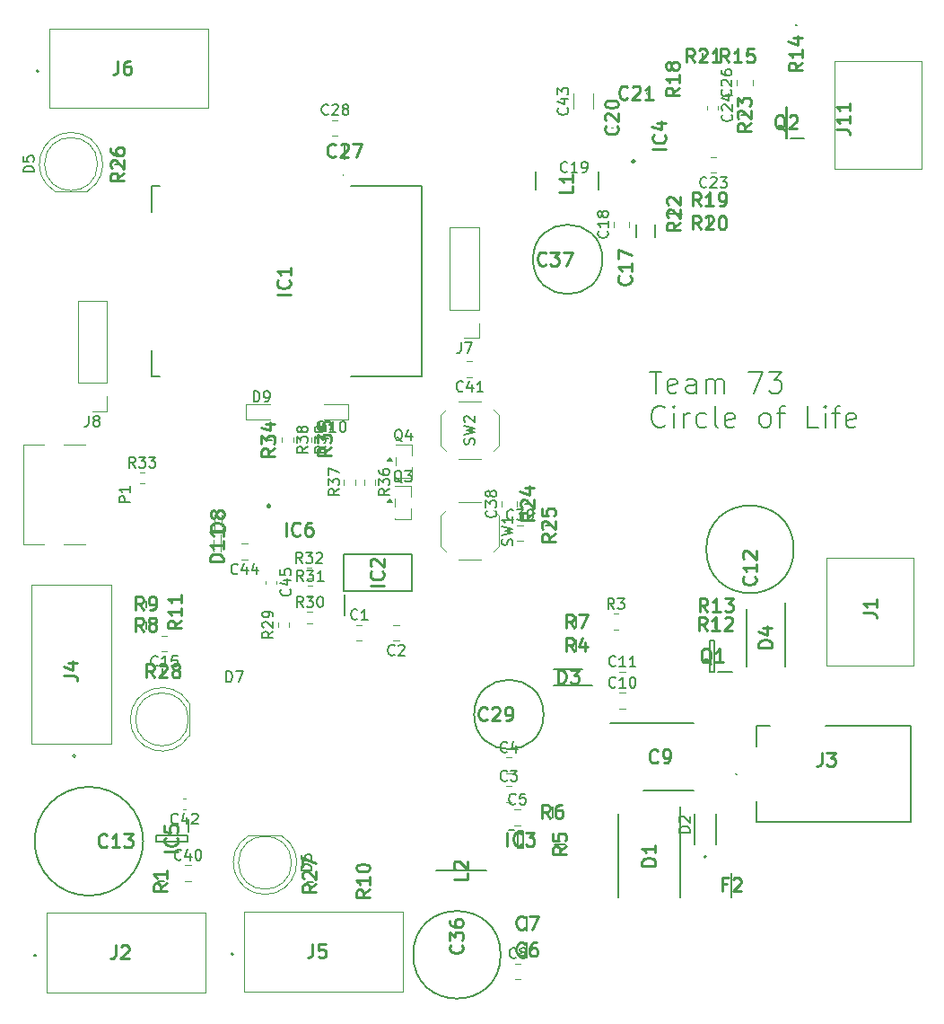
<source format=gbr>
%TF.GenerationSoftware,KiCad,Pcbnew,9.0.7*%
%TF.CreationDate,2026-02-25T21:26:21-06:00*%
%TF.ProjectId,circle_of_life,63697263-6c65-45f6-9f66-5f6c6966652e,rev?*%
%TF.SameCoordinates,Original*%
%TF.FileFunction,Legend,Top*%
%TF.FilePolarity,Positive*%
%FSLAX46Y46*%
G04 Gerber Fmt 4.6, Leading zero omitted, Abs format (unit mm)*
G04 Created by KiCad (PCBNEW 9.0.7) date 2026-02-25 21:26:21*
%MOMM*%
%LPD*%
G01*
G04 APERTURE LIST*
%ADD10C,0.200000*%
%ADD11C,0.254000*%
%ADD12C,0.150000*%
%ADD13C,0.120000*%
%ADD14C,0.100000*%
%ADD15C,0.250000*%
%ADD16C,0.127000*%
%ADD17C,0.152400*%
G04 APERTURE END LIST*
D10*
X146372054Y-139304950D02*
X147514911Y-139304950D01*
X146943482Y-141304950D02*
X146943482Y-139304950D01*
X148943483Y-141209712D02*
X148753007Y-141304950D01*
X148753007Y-141304950D02*
X148372054Y-141304950D01*
X148372054Y-141304950D02*
X148181578Y-141209712D01*
X148181578Y-141209712D02*
X148086340Y-141019235D01*
X148086340Y-141019235D02*
X148086340Y-140257331D01*
X148086340Y-140257331D02*
X148181578Y-140066854D01*
X148181578Y-140066854D02*
X148372054Y-139971616D01*
X148372054Y-139971616D02*
X148753007Y-139971616D01*
X148753007Y-139971616D02*
X148943483Y-140066854D01*
X148943483Y-140066854D02*
X149038721Y-140257331D01*
X149038721Y-140257331D02*
X149038721Y-140447807D01*
X149038721Y-140447807D02*
X148086340Y-140638283D01*
X150753007Y-141304950D02*
X150753007Y-140257331D01*
X150753007Y-140257331D02*
X150657769Y-140066854D01*
X150657769Y-140066854D02*
X150467293Y-139971616D01*
X150467293Y-139971616D02*
X150086340Y-139971616D01*
X150086340Y-139971616D02*
X149895864Y-140066854D01*
X150753007Y-141209712D02*
X150562531Y-141304950D01*
X150562531Y-141304950D02*
X150086340Y-141304950D01*
X150086340Y-141304950D02*
X149895864Y-141209712D01*
X149895864Y-141209712D02*
X149800626Y-141019235D01*
X149800626Y-141019235D02*
X149800626Y-140828759D01*
X149800626Y-140828759D02*
X149895864Y-140638283D01*
X149895864Y-140638283D02*
X150086340Y-140543045D01*
X150086340Y-140543045D02*
X150562531Y-140543045D01*
X150562531Y-140543045D02*
X150753007Y-140447807D01*
X151705388Y-141304950D02*
X151705388Y-139971616D01*
X151705388Y-140162092D02*
X151800626Y-140066854D01*
X151800626Y-140066854D02*
X151991102Y-139971616D01*
X151991102Y-139971616D02*
X152276817Y-139971616D01*
X152276817Y-139971616D02*
X152467293Y-140066854D01*
X152467293Y-140066854D02*
X152562531Y-140257331D01*
X152562531Y-140257331D02*
X152562531Y-141304950D01*
X152562531Y-140257331D02*
X152657769Y-140066854D01*
X152657769Y-140066854D02*
X152848245Y-139971616D01*
X152848245Y-139971616D02*
X153133959Y-139971616D01*
X153133959Y-139971616D02*
X153324436Y-140066854D01*
X153324436Y-140066854D02*
X153419674Y-140257331D01*
X153419674Y-140257331D02*
X153419674Y-141304950D01*
X155705389Y-139304950D02*
X157038722Y-139304950D01*
X157038722Y-139304950D02*
X156181579Y-141304950D01*
X157610151Y-139304950D02*
X158848246Y-139304950D01*
X158848246Y-139304950D02*
X158181579Y-140066854D01*
X158181579Y-140066854D02*
X158467294Y-140066854D01*
X158467294Y-140066854D02*
X158657770Y-140162092D01*
X158657770Y-140162092D02*
X158753008Y-140257331D01*
X158753008Y-140257331D02*
X158848246Y-140447807D01*
X158848246Y-140447807D02*
X158848246Y-140923997D01*
X158848246Y-140923997D02*
X158753008Y-141114473D01*
X158753008Y-141114473D02*
X158657770Y-141209712D01*
X158657770Y-141209712D02*
X158467294Y-141304950D01*
X158467294Y-141304950D02*
X157895865Y-141304950D01*
X157895865Y-141304950D02*
X157705389Y-141209712D01*
X157705389Y-141209712D02*
X157610151Y-141114473D01*
X147800625Y-144334361D02*
X147705387Y-144429600D01*
X147705387Y-144429600D02*
X147419673Y-144524838D01*
X147419673Y-144524838D02*
X147229197Y-144524838D01*
X147229197Y-144524838D02*
X146943482Y-144429600D01*
X146943482Y-144429600D02*
X146753006Y-144239123D01*
X146753006Y-144239123D02*
X146657768Y-144048647D01*
X146657768Y-144048647D02*
X146562530Y-143667695D01*
X146562530Y-143667695D02*
X146562530Y-143381980D01*
X146562530Y-143381980D02*
X146657768Y-143001028D01*
X146657768Y-143001028D02*
X146753006Y-142810552D01*
X146753006Y-142810552D02*
X146943482Y-142620076D01*
X146943482Y-142620076D02*
X147229197Y-142524838D01*
X147229197Y-142524838D02*
X147419673Y-142524838D01*
X147419673Y-142524838D02*
X147705387Y-142620076D01*
X147705387Y-142620076D02*
X147800625Y-142715314D01*
X148657768Y-144524838D02*
X148657768Y-143191504D01*
X148657768Y-142524838D02*
X148562530Y-142620076D01*
X148562530Y-142620076D02*
X148657768Y-142715314D01*
X148657768Y-142715314D02*
X148753006Y-142620076D01*
X148753006Y-142620076D02*
X148657768Y-142524838D01*
X148657768Y-142524838D02*
X148657768Y-142715314D01*
X149610149Y-144524838D02*
X149610149Y-143191504D01*
X149610149Y-143572457D02*
X149705387Y-143381980D01*
X149705387Y-143381980D02*
X149800625Y-143286742D01*
X149800625Y-143286742D02*
X149991101Y-143191504D01*
X149991101Y-143191504D02*
X150181578Y-143191504D01*
X151705387Y-144429600D02*
X151514911Y-144524838D01*
X151514911Y-144524838D02*
X151133958Y-144524838D01*
X151133958Y-144524838D02*
X150943482Y-144429600D01*
X150943482Y-144429600D02*
X150848244Y-144334361D01*
X150848244Y-144334361D02*
X150753006Y-144143885D01*
X150753006Y-144143885D02*
X150753006Y-143572457D01*
X150753006Y-143572457D02*
X150848244Y-143381980D01*
X150848244Y-143381980D02*
X150943482Y-143286742D01*
X150943482Y-143286742D02*
X151133958Y-143191504D01*
X151133958Y-143191504D02*
X151514911Y-143191504D01*
X151514911Y-143191504D02*
X151705387Y-143286742D01*
X152848244Y-144524838D02*
X152657768Y-144429600D01*
X152657768Y-144429600D02*
X152562530Y-144239123D01*
X152562530Y-144239123D02*
X152562530Y-142524838D01*
X154372054Y-144429600D02*
X154181578Y-144524838D01*
X154181578Y-144524838D02*
X153800625Y-144524838D01*
X153800625Y-144524838D02*
X153610149Y-144429600D01*
X153610149Y-144429600D02*
X153514911Y-144239123D01*
X153514911Y-144239123D02*
X153514911Y-143477219D01*
X153514911Y-143477219D02*
X153610149Y-143286742D01*
X153610149Y-143286742D02*
X153800625Y-143191504D01*
X153800625Y-143191504D02*
X154181578Y-143191504D01*
X154181578Y-143191504D02*
X154372054Y-143286742D01*
X154372054Y-143286742D02*
X154467292Y-143477219D01*
X154467292Y-143477219D02*
X154467292Y-143667695D01*
X154467292Y-143667695D02*
X153514911Y-143858171D01*
X157133959Y-144524838D02*
X156943483Y-144429600D01*
X156943483Y-144429600D02*
X156848245Y-144334361D01*
X156848245Y-144334361D02*
X156753007Y-144143885D01*
X156753007Y-144143885D02*
X156753007Y-143572457D01*
X156753007Y-143572457D02*
X156848245Y-143381980D01*
X156848245Y-143381980D02*
X156943483Y-143286742D01*
X156943483Y-143286742D02*
X157133959Y-143191504D01*
X157133959Y-143191504D02*
X157419674Y-143191504D01*
X157419674Y-143191504D02*
X157610150Y-143286742D01*
X157610150Y-143286742D02*
X157705388Y-143381980D01*
X157705388Y-143381980D02*
X157800626Y-143572457D01*
X157800626Y-143572457D02*
X157800626Y-144143885D01*
X157800626Y-144143885D02*
X157705388Y-144334361D01*
X157705388Y-144334361D02*
X157610150Y-144429600D01*
X157610150Y-144429600D02*
X157419674Y-144524838D01*
X157419674Y-144524838D02*
X157133959Y-144524838D01*
X158372055Y-143191504D02*
X159133959Y-143191504D01*
X158657769Y-144524838D02*
X158657769Y-142810552D01*
X158657769Y-142810552D02*
X158753007Y-142620076D01*
X158753007Y-142620076D02*
X158943483Y-142524838D01*
X158943483Y-142524838D02*
X159133959Y-142524838D01*
X162276817Y-144524838D02*
X161324436Y-144524838D01*
X161324436Y-144524838D02*
X161324436Y-142524838D01*
X162943484Y-144524838D02*
X162943484Y-143191504D01*
X162943484Y-142524838D02*
X162848246Y-142620076D01*
X162848246Y-142620076D02*
X162943484Y-142715314D01*
X162943484Y-142715314D02*
X163038722Y-142620076D01*
X163038722Y-142620076D02*
X162943484Y-142524838D01*
X162943484Y-142524838D02*
X162943484Y-142715314D01*
X163610151Y-143191504D02*
X164372055Y-143191504D01*
X163895865Y-144524838D02*
X163895865Y-142810552D01*
X163895865Y-142810552D02*
X163991103Y-142620076D01*
X163991103Y-142620076D02*
X164181579Y-142524838D01*
X164181579Y-142524838D02*
X164372055Y-142524838D01*
X165800627Y-144429600D02*
X165610151Y-144524838D01*
X165610151Y-144524838D02*
X165229198Y-144524838D01*
X165229198Y-144524838D02*
X165038722Y-144429600D01*
X165038722Y-144429600D02*
X164943484Y-144239123D01*
X164943484Y-144239123D02*
X164943484Y-143477219D01*
X164943484Y-143477219D02*
X165038722Y-143286742D01*
X165038722Y-143286742D02*
X165229198Y-143191504D01*
X165229198Y-143191504D02*
X165610151Y-143191504D01*
X165610151Y-143191504D02*
X165800627Y-143286742D01*
X165800627Y-143286742D02*
X165895865Y-143477219D01*
X165895865Y-143477219D02*
X165895865Y-143667695D01*
X165895865Y-143667695D02*
X164943484Y-143858171D01*
D11*
X149174318Y-112516428D02*
X148569556Y-112939762D01*
X149174318Y-113242143D02*
X147904318Y-113242143D01*
X147904318Y-113242143D02*
X147904318Y-112758333D01*
X147904318Y-112758333D02*
X147964794Y-112637381D01*
X147964794Y-112637381D02*
X148025270Y-112576904D01*
X148025270Y-112576904D02*
X148146222Y-112516428D01*
X148146222Y-112516428D02*
X148327651Y-112516428D01*
X148327651Y-112516428D02*
X148448603Y-112576904D01*
X148448603Y-112576904D02*
X148509080Y-112637381D01*
X148509080Y-112637381D02*
X148569556Y-112758333D01*
X148569556Y-112758333D02*
X148569556Y-113242143D01*
X149174318Y-111306904D02*
X149174318Y-112032619D01*
X149174318Y-111669762D02*
X147904318Y-111669762D01*
X147904318Y-111669762D02*
X148085746Y-111790714D01*
X148085746Y-111790714D02*
X148206699Y-111911666D01*
X148206699Y-111911666D02*
X148267175Y-112032619D01*
X148448603Y-110581190D02*
X148388127Y-110702142D01*
X148388127Y-110702142D02*
X148327651Y-110762619D01*
X148327651Y-110762619D02*
X148206699Y-110823095D01*
X148206699Y-110823095D02*
X148146222Y-110823095D01*
X148146222Y-110823095D02*
X148025270Y-110762619D01*
X148025270Y-110762619D02*
X147964794Y-110702142D01*
X147964794Y-110702142D02*
X147904318Y-110581190D01*
X147904318Y-110581190D02*
X147904318Y-110339285D01*
X147904318Y-110339285D02*
X147964794Y-110218333D01*
X147964794Y-110218333D02*
X148025270Y-110157857D01*
X148025270Y-110157857D02*
X148146222Y-110097380D01*
X148146222Y-110097380D02*
X148206699Y-110097380D01*
X148206699Y-110097380D02*
X148327651Y-110157857D01*
X148327651Y-110157857D02*
X148388127Y-110218333D01*
X148388127Y-110218333D02*
X148448603Y-110339285D01*
X148448603Y-110339285D02*
X148448603Y-110581190D01*
X148448603Y-110581190D02*
X148509080Y-110702142D01*
X148509080Y-110702142D02*
X148569556Y-110762619D01*
X148569556Y-110762619D02*
X148690508Y-110823095D01*
X148690508Y-110823095D02*
X148932413Y-110823095D01*
X148932413Y-110823095D02*
X149053365Y-110762619D01*
X149053365Y-110762619D02*
X149113842Y-110702142D01*
X149113842Y-110702142D02*
X149174318Y-110581190D01*
X149174318Y-110581190D02*
X149174318Y-110339285D01*
X149174318Y-110339285D02*
X149113842Y-110218333D01*
X149113842Y-110218333D02*
X149053365Y-110157857D01*
X149053365Y-110157857D02*
X148932413Y-110097380D01*
X148932413Y-110097380D02*
X148690508Y-110097380D01*
X148690508Y-110097380D02*
X148569556Y-110157857D01*
X148569556Y-110157857D02*
X148509080Y-110218333D01*
X148509080Y-110218333D02*
X148448603Y-110339285D01*
X98638333Y-161754318D02*
X98214999Y-161149556D01*
X97912618Y-161754318D02*
X97912618Y-160484318D01*
X97912618Y-160484318D02*
X98396428Y-160484318D01*
X98396428Y-160484318D02*
X98517380Y-160544794D01*
X98517380Y-160544794D02*
X98577857Y-160605270D01*
X98577857Y-160605270D02*
X98638333Y-160726222D01*
X98638333Y-160726222D02*
X98638333Y-160907651D01*
X98638333Y-160907651D02*
X98577857Y-161028603D01*
X98577857Y-161028603D02*
X98517380Y-161089080D01*
X98517380Y-161089080D02*
X98396428Y-161149556D01*
X98396428Y-161149556D02*
X97912618Y-161149556D01*
X99243095Y-161754318D02*
X99484999Y-161754318D01*
X99484999Y-161754318D02*
X99605952Y-161693842D01*
X99605952Y-161693842D02*
X99666428Y-161633365D01*
X99666428Y-161633365D02*
X99787380Y-161451937D01*
X99787380Y-161451937D02*
X99847857Y-161210032D01*
X99847857Y-161210032D02*
X99847857Y-160726222D01*
X99847857Y-160726222D02*
X99787380Y-160605270D01*
X99787380Y-160605270D02*
X99726904Y-160544794D01*
X99726904Y-160544794D02*
X99605952Y-160484318D01*
X99605952Y-160484318D02*
X99364047Y-160484318D01*
X99364047Y-160484318D02*
X99243095Y-160544794D01*
X99243095Y-160544794D02*
X99182618Y-160605270D01*
X99182618Y-160605270D02*
X99122142Y-160726222D01*
X99122142Y-160726222D02*
X99122142Y-161028603D01*
X99122142Y-161028603D02*
X99182618Y-161149556D01*
X99182618Y-161149556D02*
X99243095Y-161210032D01*
X99243095Y-161210032D02*
X99364047Y-161270508D01*
X99364047Y-161270508D02*
X99605952Y-161270508D01*
X99605952Y-161270508D02*
X99726904Y-161210032D01*
X99726904Y-161210032D02*
X99787380Y-161149556D01*
X99787380Y-161149556D02*
X99847857Y-161028603D01*
D12*
X128566666Y-136534819D02*
X128566666Y-137249104D01*
X128566666Y-137249104D02*
X128519047Y-137391961D01*
X128519047Y-137391961D02*
X128423809Y-137487200D01*
X128423809Y-137487200D02*
X128280952Y-137534819D01*
X128280952Y-137534819D02*
X128185714Y-137534819D01*
X128947619Y-136534819D02*
X129614285Y-136534819D01*
X129614285Y-136534819D02*
X129185714Y-137534819D01*
D11*
X139137318Y-121788666D02*
X139137318Y-122393428D01*
X139137318Y-122393428D02*
X137867318Y-122393428D01*
X139137318Y-120700094D02*
X139137318Y-121425809D01*
X139137318Y-121062952D02*
X137867318Y-121062952D01*
X137867318Y-121062952D02*
X138048746Y-121183904D01*
X138048746Y-121183904D02*
X138169699Y-121304856D01*
X138169699Y-121304856D02*
X138230175Y-121425809D01*
D12*
X142379580Y-126042857D02*
X142427200Y-126090476D01*
X142427200Y-126090476D02*
X142474819Y-126233333D01*
X142474819Y-126233333D02*
X142474819Y-126328571D01*
X142474819Y-126328571D02*
X142427200Y-126471428D01*
X142427200Y-126471428D02*
X142331961Y-126566666D01*
X142331961Y-126566666D02*
X142236723Y-126614285D01*
X142236723Y-126614285D02*
X142046247Y-126661904D01*
X142046247Y-126661904D02*
X141903390Y-126661904D01*
X141903390Y-126661904D02*
X141712914Y-126614285D01*
X141712914Y-126614285D02*
X141617676Y-126566666D01*
X141617676Y-126566666D02*
X141522438Y-126471428D01*
X141522438Y-126471428D02*
X141474819Y-126328571D01*
X141474819Y-126328571D02*
X141474819Y-126233333D01*
X141474819Y-126233333D02*
X141522438Y-126090476D01*
X141522438Y-126090476D02*
X141570057Y-126042857D01*
X142474819Y-125090476D02*
X142474819Y-125661904D01*
X142474819Y-125376190D02*
X141474819Y-125376190D01*
X141474819Y-125376190D02*
X141617676Y-125471428D01*
X141617676Y-125471428D02*
X141712914Y-125566666D01*
X141712914Y-125566666D02*
X141760533Y-125661904D01*
X141903390Y-124519047D02*
X141855771Y-124614285D01*
X141855771Y-124614285D02*
X141808152Y-124661904D01*
X141808152Y-124661904D02*
X141712914Y-124709523D01*
X141712914Y-124709523D02*
X141665295Y-124709523D01*
X141665295Y-124709523D02*
X141570057Y-124661904D01*
X141570057Y-124661904D02*
X141522438Y-124614285D01*
X141522438Y-124614285D02*
X141474819Y-124519047D01*
X141474819Y-124519047D02*
X141474819Y-124328571D01*
X141474819Y-124328571D02*
X141522438Y-124233333D01*
X141522438Y-124233333D02*
X141570057Y-124185714D01*
X141570057Y-124185714D02*
X141665295Y-124138095D01*
X141665295Y-124138095D02*
X141712914Y-124138095D01*
X141712914Y-124138095D02*
X141808152Y-124185714D01*
X141808152Y-124185714D02*
X141855771Y-124233333D01*
X141855771Y-124233333D02*
X141903390Y-124328571D01*
X141903390Y-124328571D02*
X141903390Y-124519047D01*
X141903390Y-124519047D02*
X141951009Y-124614285D01*
X141951009Y-124614285D02*
X141998628Y-124661904D01*
X141998628Y-124661904D02*
X142093866Y-124709523D01*
X142093866Y-124709523D02*
X142284342Y-124709523D01*
X142284342Y-124709523D02*
X142379580Y-124661904D01*
X142379580Y-124661904D02*
X142427200Y-124614285D01*
X142427200Y-124614285D02*
X142474819Y-124519047D01*
X142474819Y-124519047D02*
X142474819Y-124328571D01*
X142474819Y-124328571D02*
X142427200Y-124233333D01*
X142427200Y-124233333D02*
X142379580Y-124185714D01*
X142379580Y-124185714D02*
X142284342Y-124138095D01*
X142284342Y-124138095D02*
X142093866Y-124138095D01*
X142093866Y-124138095D02*
X141998628Y-124185714D01*
X141998628Y-124185714D02*
X141951009Y-124233333D01*
X141951009Y-124233333D02*
X141903390Y-124328571D01*
X138607142Y-120409580D02*
X138559523Y-120457200D01*
X138559523Y-120457200D02*
X138416666Y-120504819D01*
X138416666Y-120504819D02*
X138321428Y-120504819D01*
X138321428Y-120504819D02*
X138178571Y-120457200D01*
X138178571Y-120457200D02*
X138083333Y-120361961D01*
X138083333Y-120361961D02*
X138035714Y-120266723D01*
X138035714Y-120266723D02*
X137988095Y-120076247D01*
X137988095Y-120076247D02*
X137988095Y-119933390D01*
X137988095Y-119933390D02*
X138035714Y-119742914D01*
X138035714Y-119742914D02*
X138083333Y-119647676D01*
X138083333Y-119647676D02*
X138178571Y-119552438D01*
X138178571Y-119552438D02*
X138321428Y-119504819D01*
X138321428Y-119504819D02*
X138416666Y-119504819D01*
X138416666Y-119504819D02*
X138559523Y-119552438D01*
X138559523Y-119552438D02*
X138607142Y-119600057D01*
X139559523Y-120504819D02*
X138988095Y-120504819D01*
X139273809Y-120504819D02*
X139273809Y-119504819D01*
X139273809Y-119504819D02*
X139178571Y-119647676D01*
X139178571Y-119647676D02*
X139083333Y-119742914D01*
X139083333Y-119742914D02*
X138988095Y-119790533D01*
X140035714Y-120504819D02*
X140226190Y-120504819D01*
X140226190Y-120504819D02*
X140321428Y-120457200D01*
X140321428Y-120457200D02*
X140369047Y-120409580D01*
X140369047Y-120409580D02*
X140464285Y-120266723D01*
X140464285Y-120266723D02*
X140511904Y-120076247D01*
X140511904Y-120076247D02*
X140511904Y-119695295D01*
X140511904Y-119695295D02*
X140464285Y-119600057D01*
X140464285Y-119600057D02*
X140416666Y-119552438D01*
X140416666Y-119552438D02*
X140321428Y-119504819D01*
X140321428Y-119504819D02*
X140130952Y-119504819D01*
X140130952Y-119504819D02*
X140035714Y-119552438D01*
X140035714Y-119552438D02*
X139988095Y-119600057D01*
X139988095Y-119600057D02*
X139940476Y-119695295D01*
X139940476Y-119695295D02*
X139940476Y-119933390D01*
X139940476Y-119933390D02*
X139988095Y-120028628D01*
X139988095Y-120028628D02*
X140035714Y-120076247D01*
X140035714Y-120076247D02*
X140130952Y-120123866D01*
X140130952Y-120123866D02*
X140321428Y-120123866D01*
X140321428Y-120123866D02*
X140416666Y-120076247D01*
X140416666Y-120076247D02*
X140464285Y-120028628D01*
X140464285Y-120028628D02*
X140511904Y-119933390D01*
D11*
X102194318Y-162746428D02*
X101589556Y-163169762D01*
X102194318Y-163472143D02*
X100924318Y-163472143D01*
X100924318Y-163472143D02*
X100924318Y-162988333D01*
X100924318Y-162988333D02*
X100984794Y-162867381D01*
X100984794Y-162867381D02*
X101045270Y-162806904D01*
X101045270Y-162806904D02*
X101166222Y-162746428D01*
X101166222Y-162746428D02*
X101347651Y-162746428D01*
X101347651Y-162746428D02*
X101468603Y-162806904D01*
X101468603Y-162806904D02*
X101529080Y-162867381D01*
X101529080Y-162867381D02*
X101589556Y-162988333D01*
X101589556Y-162988333D02*
X101589556Y-163472143D01*
X102194318Y-161536904D02*
X102194318Y-162262619D01*
X102194318Y-161899762D02*
X100924318Y-161899762D01*
X100924318Y-161899762D02*
X101105746Y-162020714D01*
X101105746Y-162020714D02*
X101226699Y-162141666D01*
X101226699Y-162141666D02*
X101287175Y-162262619D01*
X102194318Y-160327380D02*
X102194318Y-161053095D01*
X102194318Y-160690238D02*
X100924318Y-160690238D01*
X100924318Y-160690238D02*
X101105746Y-160811190D01*
X101105746Y-160811190D02*
X101226699Y-160932142D01*
X101226699Y-160932142D02*
X101287175Y-161053095D01*
D12*
X97329819Y-151598094D02*
X96329819Y-151598094D01*
X96329819Y-151598094D02*
X96329819Y-151217142D01*
X96329819Y-151217142D02*
X96377438Y-151121904D01*
X96377438Y-151121904D02*
X96425057Y-151074285D01*
X96425057Y-151074285D02*
X96520295Y-151026666D01*
X96520295Y-151026666D02*
X96663152Y-151026666D01*
X96663152Y-151026666D02*
X96758390Y-151074285D01*
X96758390Y-151074285D02*
X96806009Y-151121904D01*
X96806009Y-151121904D02*
X96853628Y-151217142D01*
X96853628Y-151217142D02*
X96853628Y-151598094D01*
X97329819Y-150074285D02*
X97329819Y-150645713D01*
X97329819Y-150359999D02*
X96329819Y-150359999D01*
X96329819Y-150359999D02*
X96472676Y-150455237D01*
X96472676Y-150455237D02*
X96567914Y-150550475D01*
X96567914Y-150550475D02*
X96615533Y-150645713D01*
D11*
X91134318Y-167923332D02*
X92041461Y-167923332D01*
X92041461Y-167923332D02*
X92222889Y-167983809D01*
X92222889Y-167983809D02*
X92343842Y-168104761D01*
X92343842Y-168104761D02*
X92404318Y-168286190D01*
X92404318Y-168286190D02*
X92404318Y-168407142D01*
X91557651Y-166774285D02*
X92404318Y-166774285D01*
X91073842Y-167076666D02*
X91980984Y-167379047D01*
X91980984Y-167379047D02*
X91980984Y-166592856D01*
D12*
X129810135Y-146133332D02*
X129857754Y-145990475D01*
X129857754Y-145990475D02*
X129857754Y-145752380D01*
X129857754Y-145752380D02*
X129810135Y-145657142D01*
X129810135Y-145657142D02*
X129762515Y-145609523D01*
X129762515Y-145609523D02*
X129667277Y-145561904D01*
X129667277Y-145561904D02*
X129572039Y-145561904D01*
X129572039Y-145561904D02*
X129476801Y-145609523D01*
X129476801Y-145609523D02*
X129429182Y-145657142D01*
X129429182Y-145657142D02*
X129381563Y-145752380D01*
X129381563Y-145752380D02*
X129333944Y-145942856D01*
X129333944Y-145942856D02*
X129286325Y-146038094D01*
X129286325Y-146038094D02*
X129238706Y-146085713D01*
X129238706Y-146085713D02*
X129143468Y-146133332D01*
X129143468Y-146133332D02*
X129048230Y-146133332D01*
X129048230Y-146133332D02*
X128952992Y-146085713D01*
X128952992Y-146085713D02*
X128905373Y-146038094D01*
X128905373Y-146038094D02*
X128857754Y-145942856D01*
X128857754Y-145942856D02*
X128857754Y-145704761D01*
X128857754Y-145704761D02*
X128905373Y-145561904D01*
X128857754Y-145228570D02*
X129857754Y-144990475D01*
X129857754Y-144990475D02*
X129143468Y-144799999D01*
X129143468Y-144799999D02*
X129857754Y-144609523D01*
X129857754Y-144609523D02*
X128857754Y-144371428D01*
X128952992Y-144038094D02*
X128905373Y-143990475D01*
X128905373Y-143990475D02*
X128857754Y-143895237D01*
X128857754Y-143895237D02*
X128857754Y-143657142D01*
X128857754Y-143657142D02*
X128905373Y-143561904D01*
X128905373Y-143561904D02*
X128952992Y-143514285D01*
X128952992Y-143514285D02*
X129048230Y-143466666D01*
X129048230Y-143466666D02*
X129143468Y-143466666D01*
X129143468Y-143466666D02*
X129286325Y-143514285D01*
X129286325Y-143514285D02*
X129857754Y-144085713D01*
X129857754Y-144085713D02*
X129857754Y-143466666D01*
D11*
X135477253Y-152566428D02*
X134872491Y-152989762D01*
X135477253Y-153292143D02*
X134207253Y-153292143D01*
X134207253Y-153292143D02*
X134207253Y-152808333D01*
X134207253Y-152808333D02*
X134267729Y-152687381D01*
X134267729Y-152687381D02*
X134328205Y-152626904D01*
X134328205Y-152626904D02*
X134449157Y-152566428D01*
X134449157Y-152566428D02*
X134630586Y-152566428D01*
X134630586Y-152566428D02*
X134751538Y-152626904D01*
X134751538Y-152626904D02*
X134812015Y-152687381D01*
X134812015Y-152687381D02*
X134872491Y-152808333D01*
X134872491Y-152808333D02*
X134872491Y-153292143D01*
X134328205Y-152082619D02*
X134267729Y-152022143D01*
X134267729Y-152022143D02*
X134207253Y-151901190D01*
X134207253Y-151901190D02*
X134207253Y-151598809D01*
X134207253Y-151598809D02*
X134267729Y-151477857D01*
X134267729Y-151477857D02*
X134328205Y-151417381D01*
X134328205Y-151417381D02*
X134449157Y-151356904D01*
X134449157Y-151356904D02*
X134570110Y-151356904D01*
X134570110Y-151356904D02*
X134751538Y-151417381D01*
X134751538Y-151417381D02*
X135477253Y-152143095D01*
X135477253Y-152143095D02*
X135477253Y-151356904D01*
X134630586Y-150268333D02*
X135477253Y-150268333D01*
X134146777Y-150570714D02*
X135053919Y-150873095D01*
X135053919Y-150873095D02*
X135053919Y-150086904D01*
D12*
X93466666Y-143454819D02*
X93466666Y-144169104D01*
X93466666Y-144169104D02*
X93419047Y-144311961D01*
X93419047Y-144311961D02*
X93323809Y-144407200D01*
X93323809Y-144407200D02*
X93180952Y-144454819D01*
X93180952Y-144454819D02*
X93085714Y-144454819D01*
X94085714Y-143883390D02*
X93990476Y-143835771D01*
X93990476Y-143835771D02*
X93942857Y-143788152D01*
X93942857Y-143788152D02*
X93895238Y-143692914D01*
X93895238Y-143692914D02*
X93895238Y-143645295D01*
X93895238Y-143645295D02*
X93942857Y-143550057D01*
X93942857Y-143550057D02*
X93990476Y-143502438D01*
X93990476Y-143502438D02*
X94085714Y-143454819D01*
X94085714Y-143454819D02*
X94276190Y-143454819D01*
X94276190Y-143454819D02*
X94371428Y-143502438D01*
X94371428Y-143502438D02*
X94419047Y-143550057D01*
X94419047Y-143550057D02*
X94466666Y-143645295D01*
X94466666Y-143645295D02*
X94466666Y-143692914D01*
X94466666Y-143692914D02*
X94419047Y-143788152D01*
X94419047Y-143788152D02*
X94371428Y-143835771D01*
X94371428Y-143835771D02*
X94276190Y-143883390D01*
X94276190Y-143883390D02*
X94085714Y-143883390D01*
X94085714Y-143883390D02*
X93990476Y-143931009D01*
X93990476Y-143931009D02*
X93942857Y-143978628D01*
X93942857Y-143978628D02*
X93895238Y-144073866D01*
X93895238Y-144073866D02*
X93895238Y-144264342D01*
X93895238Y-144264342D02*
X93942857Y-144359580D01*
X93942857Y-144359580D02*
X93990476Y-144407200D01*
X93990476Y-144407200D02*
X94085714Y-144454819D01*
X94085714Y-144454819D02*
X94276190Y-144454819D01*
X94276190Y-144454819D02*
X94371428Y-144407200D01*
X94371428Y-144407200D02*
X94419047Y-144359580D01*
X94419047Y-144359580D02*
X94466666Y-144264342D01*
X94466666Y-144264342D02*
X94466666Y-144073866D01*
X94466666Y-144073866D02*
X94419047Y-143978628D01*
X94419047Y-143978628D02*
X94371428Y-143931009D01*
X94371428Y-143931009D02*
X94276190Y-143883390D01*
D11*
X151833571Y-161924318D02*
X151410237Y-161319556D01*
X151107856Y-161924318D02*
X151107856Y-160654318D01*
X151107856Y-160654318D02*
X151591666Y-160654318D01*
X151591666Y-160654318D02*
X151712618Y-160714794D01*
X151712618Y-160714794D02*
X151773095Y-160775270D01*
X151773095Y-160775270D02*
X151833571Y-160896222D01*
X151833571Y-160896222D02*
X151833571Y-161077651D01*
X151833571Y-161077651D02*
X151773095Y-161198603D01*
X151773095Y-161198603D02*
X151712618Y-161259080D01*
X151712618Y-161259080D02*
X151591666Y-161319556D01*
X151591666Y-161319556D02*
X151107856Y-161319556D01*
X153043095Y-161924318D02*
X152317380Y-161924318D01*
X152680237Y-161924318D02*
X152680237Y-160654318D01*
X152680237Y-160654318D02*
X152559285Y-160835746D01*
X152559285Y-160835746D02*
X152438333Y-160956699D01*
X152438333Y-160956699D02*
X152317380Y-161017175D01*
X153466428Y-160654318D02*
X154252619Y-160654318D01*
X154252619Y-160654318D02*
X153829285Y-161138127D01*
X153829285Y-161138127D02*
X154010714Y-161138127D01*
X154010714Y-161138127D02*
X154131666Y-161198603D01*
X154131666Y-161198603D02*
X154192142Y-161259080D01*
X154192142Y-161259080D02*
X154252619Y-161380032D01*
X154252619Y-161380032D02*
X154252619Y-161682413D01*
X154252619Y-161682413D02*
X154192142Y-161803365D01*
X154192142Y-161803365D02*
X154131666Y-161863842D01*
X154131666Y-161863842D02*
X154010714Y-161924318D01*
X154010714Y-161924318D02*
X153647857Y-161924318D01*
X153647857Y-161924318D02*
X153526904Y-161863842D01*
X153526904Y-161863842D02*
X153466428Y-161803365D01*
D12*
X133410135Y-155633332D02*
X133457754Y-155490475D01*
X133457754Y-155490475D02*
X133457754Y-155252380D01*
X133457754Y-155252380D02*
X133410135Y-155157142D01*
X133410135Y-155157142D02*
X133362515Y-155109523D01*
X133362515Y-155109523D02*
X133267277Y-155061904D01*
X133267277Y-155061904D02*
X133172039Y-155061904D01*
X133172039Y-155061904D02*
X133076801Y-155109523D01*
X133076801Y-155109523D02*
X133029182Y-155157142D01*
X133029182Y-155157142D02*
X132981563Y-155252380D01*
X132981563Y-155252380D02*
X132933944Y-155442856D01*
X132933944Y-155442856D02*
X132886325Y-155538094D01*
X132886325Y-155538094D02*
X132838706Y-155585713D01*
X132838706Y-155585713D02*
X132743468Y-155633332D01*
X132743468Y-155633332D02*
X132648230Y-155633332D01*
X132648230Y-155633332D02*
X132552992Y-155585713D01*
X132552992Y-155585713D02*
X132505373Y-155538094D01*
X132505373Y-155538094D02*
X132457754Y-155442856D01*
X132457754Y-155442856D02*
X132457754Y-155204761D01*
X132457754Y-155204761D02*
X132505373Y-155061904D01*
X132457754Y-154728570D02*
X133457754Y-154490475D01*
X133457754Y-154490475D02*
X132743468Y-154299999D01*
X132743468Y-154299999D02*
X133457754Y-154109523D01*
X133457754Y-154109523D02*
X132457754Y-153871428D01*
X133457754Y-152966666D02*
X133457754Y-153538094D01*
X133457754Y-153252380D02*
X132457754Y-153252380D01*
X132457754Y-153252380D02*
X132600611Y-153347618D01*
X132600611Y-153347618D02*
X132695849Y-153442856D01*
X132695849Y-153442856D02*
X132743468Y-153538094D01*
D11*
X137477253Y-154566428D02*
X136872491Y-154989762D01*
X137477253Y-155292143D02*
X136207253Y-155292143D01*
X136207253Y-155292143D02*
X136207253Y-154808333D01*
X136207253Y-154808333D02*
X136267729Y-154687381D01*
X136267729Y-154687381D02*
X136328205Y-154626904D01*
X136328205Y-154626904D02*
X136449157Y-154566428D01*
X136449157Y-154566428D02*
X136630586Y-154566428D01*
X136630586Y-154566428D02*
X136751538Y-154626904D01*
X136751538Y-154626904D02*
X136812015Y-154687381D01*
X136812015Y-154687381D02*
X136872491Y-154808333D01*
X136872491Y-154808333D02*
X136872491Y-155292143D01*
X136328205Y-154082619D02*
X136267729Y-154022143D01*
X136267729Y-154022143D02*
X136207253Y-153901190D01*
X136207253Y-153901190D02*
X136207253Y-153598809D01*
X136207253Y-153598809D02*
X136267729Y-153477857D01*
X136267729Y-153477857D02*
X136328205Y-153417381D01*
X136328205Y-153417381D02*
X136449157Y-153356904D01*
X136449157Y-153356904D02*
X136570110Y-153356904D01*
X136570110Y-153356904D02*
X136751538Y-153417381D01*
X136751538Y-153417381D02*
X137477253Y-154143095D01*
X137477253Y-154143095D02*
X137477253Y-153356904D01*
X136207253Y-152207857D02*
X136207253Y-152812619D01*
X136207253Y-152812619D02*
X136812015Y-152873095D01*
X136812015Y-152873095D02*
X136751538Y-152812619D01*
X136751538Y-152812619D02*
X136691062Y-152691666D01*
X136691062Y-152691666D02*
X136691062Y-152389285D01*
X136691062Y-152389285D02*
X136751538Y-152268333D01*
X136751538Y-152268333D02*
X136812015Y-152207857D01*
X136812015Y-152207857D02*
X136932967Y-152147380D01*
X136932967Y-152147380D02*
X137235348Y-152147380D01*
X137235348Y-152147380D02*
X137356300Y-152207857D01*
X137356300Y-152207857D02*
X137416777Y-152268333D01*
X137416777Y-152268333D02*
X137477253Y-152389285D01*
X137477253Y-152389285D02*
X137477253Y-152691666D01*
X137477253Y-152691666D02*
X137416777Y-152812619D01*
X137416777Y-152812619D02*
X137356300Y-152873095D01*
D12*
X133733333Y-179979580D02*
X133685714Y-180027200D01*
X133685714Y-180027200D02*
X133542857Y-180074819D01*
X133542857Y-180074819D02*
X133447619Y-180074819D01*
X133447619Y-180074819D02*
X133304762Y-180027200D01*
X133304762Y-180027200D02*
X133209524Y-179931961D01*
X133209524Y-179931961D02*
X133161905Y-179836723D01*
X133161905Y-179836723D02*
X133114286Y-179646247D01*
X133114286Y-179646247D02*
X133114286Y-179503390D01*
X133114286Y-179503390D02*
X133161905Y-179312914D01*
X133161905Y-179312914D02*
X133209524Y-179217676D01*
X133209524Y-179217676D02*
X133304762Y-179122438D01*
X133304762Y-179122438D02*
X133447619Y-179074819D01*
X133447619Y-179074819D02*
X133542857Y-179074819D01*
X133542857Y-179074819D02*
X133685714Y-179122438D01*
X133685714Y-179122438D02*
X133733333Y-179170057D01*
X134638095Y-179074819D02*
X134161905Y-179074819D01*
X134161905Y-179074819D02*
X134114286Y-179551009D01*
X134114286Y-179551009D02*
X134161905Y-179503390D01*
X134161905Y-179503390D02*
X134257143Y-179455771D01*
X134257143Y-179455771D02*
X134495238Y-179455771D01*
X134495238Y-179455771D02*
X134590476Y-179503390D01*
X134590476Y-179503390D02*
X134638095Y-179551009D01*
X134638095Y-179551009D02*
X134685714Y-179646247D01*
X134685714Y-179646247D02*
X134685714Y-179884342D01*
X134685714Y-179884342D02*
X134638095Y-179979580D01*
X134638095Y-179979580D02*
X134590476Y-180027200D01*
X134590476Y-180027200D02*
X134495238Y-180074819D01*
X134495238Y-180074819D02*
X134257143Y-180074819D01*
X134257143Y-180074819D02*
X134161905Y-180027200D01*
X134161905Y-180027200D02*
X134114286Y-179979580D01*
X97857142Y-148324819D02*
X97523809Y-147848628D01*
X97285714Y-148324819D02*
X97285714Y-147324819D01*
X97285714Y-147324819D02*
X97666666Y-147324819D01*
X97666666Y-147324819D02*
X97761904Y-147372438D01*
X97761904Y-147372438D02*
X97809523Y-147420057D01*
X97809523Y-147420057D02*
X97857142Y-147515295D01*
X97857142Y-147515295D02*
X97857142Y-147658152D01*
X97857142Y-147658152D02*
X97809523Y-147753390D01*
X97809523Y-147753390D02*
X97761904Y-147801009D01*
X97761904Y-147801009D02*
X97666666Y-147848628D01*
X97666666Y-147848628D02*
X97285714Y-147848628D01*
X98190476Y-147324819D02*
X98809523Y-147324819D01*
X98809523Y-147324819D02*
X98476190Y-147705771D01*
X98476190Y-147705771D02*
X98619047Y-147705771D01*
X98619047Y-147705771D02*
X98714285Y-147753390D01*
X98714285Y-147753390D02*
X98761904Y-147801009D01*
X98761904Y-147801009D02*
X98809523Y-147896247D01*
X98809523Y-147896247D02*
X98809523Y-148134342D01*
X98809523Y-148134342D02*
X98761904Y-148229580D01*
X98761904Y-148229580D02*
X98714285Y-148277200D01*
X98714285Y-148277200D02*
X98619047Y-148324819D01*
X98619047Y-148324819D02*
X98333333Y-148324819D01*
X98333333Y-148324819D02*
X98238095Y-148277200D01*
X98238095Y-148277200D02*
X98190476Y-148229580D01*
X99142857Y-147324819D02*
X99761904Y-147324819D01*
X99761904Y-147324819D02*
X99428571Y-147705771D01*
X99428571Y-147705771D02*
X99571428Y-147705771D01*
X99571428Y-147705771D02*
X99666666Y-147753390D01*
X99666666Y-147753390D02*
X99714285Y-147801009D01*
X99714285Y-147801009D02*
X99761904Y-147896247D01*
X99761904Y-147896247D02*
X99761904Y-148134342D01*
X99761904Y-148134342D02*
X99714285Y-148229580D01*
X99714285Y-148229580D02*
X99666666Y-148277200D01*
X99666666Y-148277200D02*
X99571428Y-148324819D01*
X99571428Y-148324819D02*
X99285714Y-148324819D01*
X99285714Y-148324819D02*
X99190476Y-148277200D01*
X99190476Y-148277200D02*
X99142857Y-148229580D01*
X101857142Y-181839580D02*
X101809523Y-181887200D01*
X101809523Y-181887200D02*
X101666666Y-181934819D01*
X101666666Y-181934819D02*
X101571428Y-181934819D01*
X101571428Y-181934819D02*
X101428571Y-181887200D01*
X101428571Y-181887200D02*
X101333333Y-181791961D01*
X101333333Y-181791961D02*
X101285714Y-181696723D01*
X101285714Y-181696723D02*
X101238095Y-181506247D01*
X101238095Y-181506247D02*
X101238095Y-181363390D01*
X101238095Y-181363390D02*
X101285714Y-181172914D01*
X101285714Y-181172914D02*
X101333333Y-181077676D01*
X101333333Y-181077676D02*
X101428571Y-180982438D01*
X101428571Y-180982438D02*
X101571428Y-180934819D01*
X101571428Y-180934819D02*
X101666666Y-180934819D01*
X101666666Y-180934819D02*
X101809523Y-180982438D01*
X101809523Y-180982438D02*
X101857142Y-181030057D01*
X102714285Y-181268152D02*
X102714285Y-181934819D01*
X102476190Y-180887200D02*
X102238095Y-181601485D01*
X102238095Y-181601485D02*
X102857142Y-181601485D01*
X103190476Y-181030057D02*
X103238095Y-180982438D01*
X103238095Y-180982438D02*
X103333333Y-180934819D01*
X103333333Y-180934819D02*
X103571428Y-180934819D01*
X103571428Y-180934819D02*
X103666666Y-180982438D01*
X103666666Y-180982438D02*
X103714285Y-181030057D01*
X103714285Y-181030057D02*
X103761904Y-181125295D01*
X103761904Y-181125295D02*
X103761904Y-181220533D01*
X103761904Y-181220533D02*
X103714285Y-181363390D01*
X103714285Y-181363390D02*
X103142857Y-181934819D01*
X103142857Y-181934819D02*
X103761904Y-181934819D01*
D11*
X121297253Y-159439762D02*
X120027253Y-159439762D01*
X121176300Y-158109285D02*
X121236777Y-158169761D01*
X121236777Y-158169761D02*
X121297253Y-158351190D01*
X121297253Y-158351190D02*
X121297253Y-158472142D01*
X121297253Y-158472142D02*
X121236777Y-158653571D01*
X121236777Y-158653571D02*
X121115824Y-158774523D01*
X121115824Y-158774523D02*
X120994872Y-158835000D01*
X120994872Y-158835000D02*
X120752967Y-158895476D01*
X120752967Y-158895476D02*
X120571538Y-158895476D01*
X120571538Y-158895476D02*
X120329634Y-158835000D01*
X120329634Y-158835000D02*
X120208681Y-158774523D01*
X120208681Y-158774523D02*
X120087729Y-158653571D01*
X120087729Y-158653571D02*
X120027253Y-158472142D01*
X120027253Y-158472142D02*
X120027253Y-158351190D01*
X120027253Y-158351190D02*
X120087729Y-158169761D01*
X120087729Y-158169761D02*
X120148205Y-158109285D01*
X120148205Y-157625476D02*
X120087729Y-157565000D01*
X120087729Y-157565000D02*
X120027253Y-157444047D01*
X120027253Y-157444047D02*
X120027253Y-157141666D01*
X120027253Y-157141666D02*
X120087729Y-157020714D01*
X120087729Y-157020714D02*
X120148205Y-156960238D01*
X120148205Y-156960238D02*
X120269157Y-156899761D01*
X120269157Y-156899761D02*
X120390110Y-156899761D01*
X120390110Y-156899761D02*
X120571538Y-156960238D01*
X120571538Y-156960238D02*
X121297253Y-157685952D01*
X121297253Y-157685952D02*
X121297253Y-156899761D01*
D12*
X117077754Y-150345357D02*
X116601563Y-150678690D01*
X117077754Y-150916785D02*
X116077754Y-150916785D01*
X116077754Y-150916785D02*
X116077754Y-150535833D01*
X116077754Y-150535833D02*
X116125373Y-150440595D01*
X116125373Y-150440595D02*
X116172992Y-150392976D01*
X116172992Y-150392976D02*
X116268230Y-150345357D01*
X116268230Y-150345357D02*
X116411087Y-150345357D01*
X116411087Y-150345357D02*
X116506325Y-150392976D01*
X116506325Y-150392976D02*
X116553944Y-150440595D01*
X116553944Y-150440595D02*
X116601563Y-150535833D01*
X116601563Y-150535833D02*
X116601563Y-150916785D01*
X116077754Y-150012023D02*
X116077754Y-149392976D01*
X116077754Y-149392976D02*
X116458706Y-149726309D01*
X116458706Y-149726309D02*
X116458706Y-149583452D01*
X116458706Y-149583452D02*
X116506325Y-149488214D01*
X116506325Y-149488214D02*
X116553944Y-149440595D01*
X116553944Y-149440595D02*
X116649182Y-149392976D01*
X116649182Y-149392976D02*
X116887277Y-149392976D01*
X116887277Y-149392976D02*
X116982515Y-149440595D01*
X116982515Y-149440595D02*
X117030135Y-149488214D01*
X117030135Y-149488214D02*
X117077754Y-149583452D01*
X117077754Y-149583452D02*
X117077754Y-149869166D01*
X117077754Y-149869166D02*
X117030135Y-149964404D01*
X117030135Y-149964404D02*
X116982515Y-150012023D01*
X116077754Y-149059642D02*
X116077754Y-148392976D01*
X116077754Y-148392976D02*
X117077754Y-148821547D01*
D11*
X96206667Y-110004318D02*
X96206667Y-110911461D01*
X96206667Y-110911461D02*
X96146190Y-111092889D01*
X96146190Y-111092889D02*
X96025238Y-111213842D01*
X96025238Y-111213842D02*
X95843809Y-111274318D01*
X95843809Y-111274318D02*
X95722857Y-111274318D01*
X97355714Y-110004318D02*
X97113809Y-110004318D01*
X97113809Y-110004318D02*
X96992857Y-110064794D01*
X96992857Y-110064794D02*
X96932381Y-110125270D01*
X96932381Y-110125270D02*
X96811428Y-110306699D01*
X96811428Y-110306699D02*
X96750952Y-110548603D01*
X96750952Y-110548603D02*
X96750952Y-111032413D01*
X96750952Y-111032413D02*
X96811428Y-111153365D01*
X96811428Y-111153365D02*
X96871905Y-111213842D01*
X96871905Y-111213842D02*
X96992857Y-111274318D01*
X96992857Y-111274318D02*
X97234762Y-111274318D01*
X97234762Y-111274318D02*
X97355714Y-111213842D01*
X97355714Y-111213842D02*
X97416190Y-111153365D01*
X97416190Y-111153365D02*
X97476667Y-111032413D01*
X97476667Y-111032413D02*
X97476667Y-110730032D01*
X97476667Y-110730032D02*
X97416190Y-110609080D01*
X97416190Y-110609080D02*
X97355714Y-110548603D01*
X97355714Y-110548603D02*
X97234762Y-110488127D01*
X97234762Y-110488127D02*
X96992857Y-110488127D01*
X96992857Y-110488127D02*
X96871905Y-110548603D01*
X96871905Y-110548603D02*
X96811428Y-110609080D01*
X96811428Y-110609080D02*
X96750952Y-110730032D01*
X143303365Y-116126428D02*
X143363842Y-116186904D01*
X143363842Y-116186904D02*
X143424318Y-116368333D01*
X143424318Y-116368333D02*
X143424318Y-116489285D01*
X143424318Y-116489285D02*
X143363842Y-116670714D01*
X143363842Y-116670714D02*
X143242889Y-116791666D01*
X143242889Y-116791666D02*
X143121937Y-116852143D01*
X143121937Y-116852143D02*
X142880032Y-116912619D01*
X142880032Y-116912619D02*
X142698603Y-116912619D01*
X142698603Y-116912619D02*
X142456699Y-116852143D01*
X142456699Y-116852143D02*
X142335746Y-116791666D01*
X142335746Y-116791666D02*
X142214794Y-116670714D01*
X142214794Y-116670714D02*
X142154318Y-116489285D01*
X142154318Y-116489285D02*
X142154318Y-116368333D01*
X142154318Y-116368333D02*
X142214794Y-116186904D01*
X142214794Y-116186904D02*
X142275270Y-116126428D01*
X142275270Y-115642619D02*
X142214794Y-115582143D01*
X142214794Y-115582143D02*
X142154318Y-115461190D01*
X142154318Y-115461190D02*
X142154318Y-115158809D01*
X142154318Y-115158809D02*
X142214794Y-115037857D01*
X142214794Y-115037857D02*
X142275270Y-114977381D01*
X142275270Y-114977381D02*
X142396222Y-114916904D01*
X142396222Y-114916904D02*
X142517175Y-114916904D01*
X142517175Y-114916904D02*
X142698603Y-114977381D01*
X142698603Y-114977381D02*
X143424318Y-115703095D01*
X143424318Y-115703095D02*
X143424318Y-114916904D01*
X142154318Y-114130714D02*
X142154318Y-114009761D01*
X142154318Y-114009761D02*
X142214794Y-113888809D01*
X142214794Y-113888809D02*
X142275270Y-113828333D01*
X142275270Y-113828333D02*
X142396222Y-113767857D01*
X142396222Y-113767857D02*
X142638127Y-113707380D01*
X142638127Y-113707380D02*
X142940508Y-113707380D01*
X142940508Y-113707380D02*
X143182413Y-113767857D01*
X143182413Y-113767857D02*
X143303365Y-113828333D01*
X143303365Y-113828333D02*
X143363842Y-113888809D01*
X143363842Y-113888809D02*
X143424318Y-114009761D01*
X143424318Y-114009761D02*
X143424318Y-114130714D01*
X143424318Y-114130714D02*
X143363842Y-114251666D01*
X143363842Y-114251666D02*
X143303365Y-114312142D01*
X143303365Y-114312142D02*
X143182413Y-114372619D01*
X143182413Y-114372619D02*
X142940508Y-114433095D01*
X142940508Y-114433095D02*
X142638127Y-114433095D01*
X142638127Y-114433095D02*
X142396222Y-114372619D01*
X142396222Y-114372619D02*
X142275270Y-114312142D01*
X142275270Y-114312142D02*
X142214794Y-114251666D01*
X142214794Y-114251666D02*
X142154318Y-114130714D01*
D12*
X107510077Y-158289580D02*
X107462458Y-158337200D01*
X107462458Y-158337200D02*
X107319601Y-158384819D01*
X107319601Y-158384819D02*
X107224363Y-158384819D01*
X107224363Y-158384819D02*
X107081506Y-158337200D01*
X107081506Y-158337200D02*
X106986268Y-158241961D01*
X106986268Y-158241961D02*
X106938649Y-158146723D01*
X106938649Y-158146723D02*
X106891030Y-157956247D01*
X106891030Y-157956247D02*
X106891030Y-157813390D01*
X106891030Y-157813390D02*
X106938649Y-157622914D01*
X106938649Y-157622914D02*
X106986268Y-157527676D01*
X106986268Y-157527676D02*
X107081506Y-157432438D01*
X107081506Y-157432438D02*
X107224363Y-157384819D01*
X107224363Y-157384819D02*
X107319601Y-157384819D01*
X107319601Y-157384819D02*
X107462458Y-157432438D01*
X107462458Y-157432438D02*
X107510077Y-157480057D01*
X108367220Y-157718152D02*
X108367220Y-158384819D01*
X108129125Y-157337200D02*
X107891030Y-158051485D01*
X107891030Y-158051485D02*
X108510077Y-158051485D01*
X109319601Y-157718152D02*
X109319601Y-158384819D01*
X109081506Y-157337200D02*
X108843411Y-158051485D01*
X108843411Y-158051485D02*
X109462458Y-158051485D01*
X128760077Y-141089580D02*
X128712458Y-141137200D01*
X128712458Y-141137200D02*
X128569601Y-141184819D01*
X128569601Y-141184819D02*
X128474363Y-141184819D01*
X128474363Y-141184819D02*
X128331506Y-141137200D01*
X128331506Y-141137200D02*
X128236268Y-141041961D01*
X128236268Y-141041961D02*
X128188649Y-140946723D01*
X128188649Y-140946723D02*
X128141030Y-140756247D01*
X128141030Y-140756247D02*
X128141030Y-140613390D01*
X128141030Y-140613390D02*
X128188649Y-140422914D01*
X128188649Y-140422914D02*
X128236268Y-140327676D01*
X128236268Y-140327676D02*
X128331506Y-140232438D01*
X128331506Y-140232438D02*
X128474363Y-140184819D01*
X128474363Y-140184819D02*
X128569601Y-140184819D01*
X128569601Y-140184819D02*
X128712458Y-140232438D01*
X128712458Y-140232438D02*
X128760077Y-140280057D01*
X129617220Y-140518152D02*
X129617220Y-141184819D01*
X129379125Y-140137200D02*
X129141030Y-140851485D01*
X129141030Y-140851485D02*
X129760077Y-140851485D01*
X130664839Y-141184819D02*
X130093411Y-141184819D01*
X130379125Y-141184819D02*
X130379125Y-140184819D01*
X130379125Y-140184819D02*
X130283887Y-140327676D01*
X130283887Y-140327676D02*
X130188649Y-140422914D01*
X130188649Y-140422914D02*
X130093411Y-140470533D01*
D11*
X119974318Y-188116428D02*
X119369556Y-188539762D01*
X119974318Y-188842143D02*
X118704318Y-188842143D01*
X118704318Y-188842143D02*
X118704318Y-188358333D01*
X118704318Y-188358333D02*
X118764794Y-188237381D01*
X118764794Y-188237381D02*
X118825270Y-188176904D01*
X118825270Y-188176904D02*
X118946222Y-188116428D01*
X118946222Y-188116428D02*
X119127651Y-188116428D01*
X119127651Y-188116428D02*
X119248603Y-188176904D01*
X119248603Y-188176904D02*
X119309080Y-188237381D01*
X119309080Y-188237381D02*
X119369556Y-188358333D01*
X119369556Y-188358333D02*
X119369556Y-188842143D01*
X119974318Y-186906904D02*
X119974318Y-187632619D01*
X119974318Y-187269762D02*
X118704318Y-187269762D01*
X118704318Y-187269762D02*
X118885746Y-187390714D01*
X118885746Y-187390714D02*
X119006699Y-187511666D01*
X119006699Y-187511666D02*
X119067175Y-187632619D01*
X118704318Y-186120714D02*
X118704318Y-185999761D01*
X118704318Y-185999761D02*
X118764794Y-185878809D01*
X118764794Y-185878809D02*
X118825270Y-185818333D01*
X118825270Y-185818333D02*
X118946222Y-185757857D01*
X118946222Y-185757857D02*
X119188127Y-185697380D01*
X119188127Y-185697380D02*
X119490508Y-185697380D01*
X119490508Y-185697380D02*
X119732413Y-185757857D01*
X119732413Y-185757857D02*
X119853365Y-185818333D01*
X119853365Y-185818333D02*
X119913842Y-185878809D01*
X119913842Y-185878809D02*
X119974318Y-185999761D01*
X119974318Y-185999761D02*
X119974318Y-186120714D01*
X119974318Y-186120714D02*
X119913842Y-186241666D01*
X119913842Y-186241666D02*
X119853365Y-186302142D01*
X119853365Y-186302142D02*
X119732413Y-186362619D01*
X119732413Y-186362619D02*
X119490508Y-186423095D01*
X119490508Y-186423095D02*
X119188127Y-186423095D01*
X119188127Y-186423095D02*
X118946222Y-186362619D01*
X118946222Y-186362619D02*
X118825270Y-186302142D01*
X118825270Y-186302142D02*
X118764794Y-186241666D01*
X118764794Y-186241666D02*
X118704318Y-186120714D01*
X159160991Y-116495270D02*
X159040039Y-116434794D01*
X159040039Y-116434794D02*
X158919086Y-116313842D01*
X158919086Y-116313842D02*
X158737658Y-116132413D01*
X158737658Y-116132413D02*
X158616705Y-116071937D01*
X158616705Y-116071937D02*
X158495753Y-116071937D01*
X158556229Y-116374318D02*
X158435277Y-116313842D01*
X158435277Y-116313842D02*
X158314324Y-116192889D01*
X158314324Y-116192889D02*
X158253848Y-115950984D01*
X158253848Y-115950984D02*
X158253848Y-115527651D01*
X158253848Y-115527651D02*
X158314324Y-115285746D01*
X158314324Y-115285746D02*
X158435277Y-115164794D01*
X158435277Y-115164794D02*
X158556229Y-115104318D01*
X158556229Y-115104318D02*
X158798134Y-115104318D01*
X158798134Y-115104318D02*
X158919086Y-115164794D01*
X158919086Y-115164794D02*
X159040039Y-115285746D01*
X159040039Y-115285746D02*
X159100515Y-115527651D01*
X159100515Y-115527651D02*
X159100515Y-115950984D01*
X159100515Y-115950984D02*
X159040039Y-116192889D01*
X159040039Y-116192889D02*
X158919086Y-116313842D01*
X158919086Y-116313842D02*
X158798134Y-116374318D01*
X158798134Y-116374318D02*
X158556229Y-116374318D01*
X159584324Y-115225270D02*
X159644800Y-115164794D01*
X159644800Y-115164794D02*
X159765753Y-115104318D01*
X159765753Y-115104318D02*
X160068134Y-115104318D01*
X160068134Y-115104318D02*
X160189086Y-115164794D01*
X160189086Y-115164794D02*
X160249562Y-115225270D01*
X160249562Y-115225270D02*
X160310039Y-115346222D01*
X160310039Y-115346222D02*
X160310039Y-115467175D01*
X160310039Y-115467175D02*
X160249562Y-115648603D01*
X160249562Y-115648603D02*
X159523848Y-116374318D01*
X159523848Y-116374318D02*
X160310039Y-116374318D01*
D12*
X154089580Y-115052857D02*
X154137200Y-115100476D01*
X154137200Y-115100476D02*
X154184819Y-115243333D01*
X154184819Y-115243333D02*
X154184819Y-115338571D01*
X154184819Y-115338571D02*
X154137200Y-115481428D01*
X154137200Y-115481428D02*
X154041961Y-115576666D01*
X154041961Y-115576666D02*
X153946723Y-115624285D01*
X153946723Y-115624285D02*
X153756247Y-115671904D01*
X153756247Y-115671904D02*
X153613390Y-115671904D01*
X153613390Y-115671904D02*
X153422914Y-115624285D01*
X153422914Y-115624285D02*
X153327676Y-115576666D01*
X153327676Y-115576666D02*
X153232438Y-115481428D01*
X153232438Y-115481428D02*
X153184819Y-115338571D01*
X153184819Y-115338571D02*
X153184819Y-115243333D01*
X153184819Y-115243333D02*
X153232438Y-115100476D01*
X153232438Y-115100476D02*
X153280057Y-115052857D01*
X153280057Y-114671904D02*
X153232438Y-114624285D01*
X153232438Y-114624285D02*
X153184819Y-114529047D01*
X153184819Y-114529047D02*
X153184819Y-114290952D01*
X153184819Y-114290952D02*
X153232438Y-114195714D01*
X153232438Y-114195714D02*
X153280057Y-114148095D01*
X153280057Y-114148095D02*
X153375295Y-114100476D01*
X153375295Y-114100476D02*
X153470533Y-114100476D01*
X153470533Y-114100476D02*
X153613390Y-114148095D01*
X153613390Y-114148095D02*
X154184819Y-114719523D01*
X154184819Y-114719523D02*
X154184819Y-114100476D01*
X153518152Y-113243333D02*
X154184819Y-113243333D01*
X153137200Y-113481428D02*
X153851485Y-113719523D01*
X153851485Y-113719523D02*
X153851485Y-113100476D01*
D11*
X128653365Y-193316428D02*
X128713842Y-193376904D01*
X128713842Y-193376904D02*
X128774318Y-193558333D01*
X128774318Y-193558333D02*
X128774318Y-193679285D01*
X128774318Y-193679285D02*
X128713842Y-193860714D01*
X128713842Y-193860714D02*
X128592889Y-193981666D01*
X128592889Y-193981666D02*
X128471937Y-194042143D01*
X128471937Y-194042143D02*
X128230032Y-194102619D01*
X128230032Y-194102619D02*
X128048603Y-194102619D01*
X128048603Y-194102619D02*
X127806699Y-194042143D01*
X127806699Y-194042143D02*
X127685746Y-193981666D01*
X127685746Y-193981666D02*
X127564794Y-193860714D01*
X127564794Y-193860714D02*
X127504318Y-193679285D01*
X127504318Y-193679285D02*
X127504318Y-193558333D01*
X127504318Y-193558333D02*
X127564794Y-193376904D01*
X127564794Y-193376904D02*
X127625270Y-193316428D01*
X127504318Y-192893095D02*
X127504318Y-192106904D01*
X127504318Y-192106904D02*
X127988127Y-192530238D01*
X127988127Y-192530238D02*
X127988127Y-192348809D01*
X127988127Y-192348809D02*
X128048603Y-192227857D01*
X128048603Y-192227857D02*
X128109080Y-192167381D01*
X128109080Y-192167381D02*
X128230032Y-192106904D01*
X128230032Y-192106904D02*
X128532413Y-192106904D01*
X128532413Y-192106904D02*
X128653365Y-192167381D01*
X128653365Y-192167381D02*
X128713842Y-192227857D01*
X128713842Y-192227857D02*
X128774318Y-192348809D01*
X128774318Y-192348809D02*
X128774318Y-192711666D01*
X128774318Y-192711666D02*
X128713842Y-192832619D01*
X128713842Y-192832619D02*
X128653365Y-192893095D01*
X127504318Y-191018333D02*
X127504318Y-191260238D01*
X127504318Y-191260238D02*
X127564794Y-191381190D01*
X127564794Y-191381190D02*
X127625270Y-191441666D01*
X127625270Y-191441666D02*
X127806699Y-191562619D01*
X127806699Y-191562619D02*
X128048603Y-191623095D01*
X128048603Y-191623095D02*
X128532413Y-191623095D01*
X128532413Y-191623095D02*
X128653365Y-191562619D01*
X128653365Y-191562619D02*
X128713842Y-191502142D01*
X128713842Y-191502142D02*
X128774318Y-191381190D01*
X128774318Y-191381190D02*
X128774318Y-191139285D01*
X128774318Y-191139285D02*
X128713842Y-191018333D01*
X128713842Y-191018333D02*
X128653365Y-190957857D01*
X128653365Y-190957857D02*
X128532413Y-190897380D01*
X128532413Y-190897380D02*
X128230032Y-190897380D01*
X128230032Y-190897380D02*
X128109080Y-190957857D01*
X128109080Y-190957857D02*
X128048603Y-191018333D01*
X128048603Y-191018333D02*
X127988127Y-191139285D01*
X127988127Y-191139285D02*
X127988127Y-191381190D01*
X127988127Y-191381190D02*
X128048603Y-191502142D01*
X128048603Y-191502142D02*
X128109080Y-191562619D01*
X128109080Y-191562619D02*
X128230032Y-191623095D01*
D12*
X99957142Y-166969580D02*
X99909523Y-167017200D01*
X99909523Y-167017200D02*
X99766666Y-167064819D01*
X99766666Y-167064819D02*
X99671428Y-167064819D01*
X99671428Y-167064819D02*
X99528571Y-167017200D01*
X99528571Y-167017200D02*
X99433333Y-166921961D01*
X99433333Y-166921961D02*
X99385714Y-166826723D01*
X99385714Y-166826723D02*
X99338095Y-166636247D01*
X99338095Y-166636247D02*
X99338095Y-166493390D01*
X99338095Y-166493390D02*
X99385714Y-166302914D01*
X99385714Y-166302914D02*
X99433333Y-166207676D01*
X99433333Y-166207676D02*
X99528571Y-166112438D01*
X99528571Y-166112438D02*
X99671428Y-166064819D01*
X99671428Y-166064819D02*
X99766666Y-166064819D01*
X99766666Y-166064819D02*
X99909523Y-166112438D01*
X99909523Y-166112438D02*
X99957142Y-166160057D01*
X100909523Y-167064819D02*
X100338095Y-167064819D01*
X100623809Y-167064819D02*
X100623809Y-166064819D01*
X100623809Y-166064819D02*
X100528571Y-166207676D01*
X100528571Y-166207676D02*
X100433333Y-166302914D01*
X100433333Y-166302914D02*
X100338095Y-166350533D01*
X101814285Y-166064819D02*
X101338095Y-166064819D01*
X101338095Y-166064819D02*
X101290476Y-166541009D01*
X101290476Y-166541009D02*
X101338095Y-166493390D01*
X101338095Y-166493390D02*
X101433333Y-166445771D01*
X101433333Y-166445771D02*
X101671428Y-166445771D01*
X101671428Y-166445771D02*
X101766666Y-166493390D01*
X101766666Y-166493390D02*
X101814285Y-166541009D01*
X101814285Y-166541009D02*
X101861904Y-166636247D01*
X101861904Y-166636247D02*
X101861904Y-166874342D01*
X101861904Y-166874342D02*
X101814285Y-166969580D01*
X101814285Y-166969580D02*
X101766666Y-167017200D01*
X101766666Y-167017200D02*
X101671428Y-167064819D01*
X101671428Y-167064819D02*
X101433333Y-167064819D01*
X101433333Y-167064819D02*
X101338095Y-167017200D01*
X101338095Y-167017200D02*
X101290476Y-166969580D01*
X132933333Y-177779580D02*
X132885714Y-177827200D01*
X132885714Y-177827200D02*
X132742857Y-177874819D01*
X132742857Y-177874819D02*
X132647619Y-177874819D01*
X132647619Y-177874819D02*
X132504762Y-177827200D01*
X132504762Y-177827200D02*
X132409524Y-177731961D01*
X132409524Y-177731961D02*
X132361905Y-177636723D01*
X132361905Y-177636723D02*
X132314286Y-177446247D01*
X132314286Y-177446247D02*
X132314286Y-177303390D01*
X132314286Y-177303390D02*
X132361905Y-177112914D01*
X132361905Y-177112914D02*
X132409524Y-177017676D01*
X132409524Y-177017676D02*
X132504762Y-176922438D01*
X132504762Y-176922438D02*
X132647619Y-176874819D01*
X132647619Y-176874819D02*
X132742857Y-176874819D01*
X132742857Y-176874819D02*
X132885714Y-176922438D01*
X132885714Y-176922438D02*
X132933333Y-176970057D01*
X133266667Y-176874819D02*
X133885714Y-176874819D01*
X133885714Y-176874819D02*
X133552381Y-177255771D01*
X133552381Y-177255771D02*
X133695238Y-177255771D01*
X133695238Y-177255771D02*
X133790476Y-177303390D01*
X133790476Y-177303390D02*
X133838095Y-177351009D01*
X133838095Y-177351009D02*
X133885714Y-177446247D01*
X133885714Y-177446247D02*
X133885714Y-177684342D01*
X133885714Y-177684342D02*
X133838095Y-177779580D01*
X133838095Y-177779580D02*
X133790476Y-177827200D01*
X133790476Y-177827200D02*
X133695238Y-177874819D01*
X133695238Y-177874819D02*
X133409524Y-177874819D01*
X133409524Y-177874819D02*
X133314286Y-177827200D01*
X133314286Y-177827200D02*
X133266667Y-177779580D01*
X113680077Y-161474819D02*
X113346744Y-160998628D01*
X113108649Y-161474819D02*
X113108649Y-160474819D01*
X113108649Y-160474819D02*
X113489601Y-160474819D01*
X113489601Y-160474819D02*
X113584839Y-160522438D01*
X113584839Y-160522438D02*
X113632458Y-160570057D01*
X113632458Y-160570057D02*
X113680077Y-160665295D01*
X113680077Y-160665295D02*
X113680077Y-160808152D01*
X113680077Y-160808152D02*
X113632458Y-160903390D01*
X113632458Y-160903390D02*
X113584839Y-160951009D01*
X113584839Y-160951009D02*
X113489601Y-160998628D01*
X113489601Y-160998628D02*
X113108649Y-160998628D01*
X114013411Y-160474819D02*
X114632458Y-160474819D01*
X114632458Y-160474819D02*
X114299125Y-160855771D01*
X114299125Y-160855771D02*
X114441982Y-160855771D01*
X114441982Y-160855771D02*
X114537220Y-160903390D01*
X114537220Y-160903390D02*
X114584839Y-160951009D01*
X114584839Y-160951009D02*
X114632458Y-161046247D01*
X114632458Y-161046247D02*
X114632458Y-161284342D01*
X114632458Y-161284342D02*
X114584839Y-161379580D01*
X114584839Y-161379580D02*
X114537220Y-161427200D01*
X114537220Y-161427200D02*
X114441982Y-161474819D01*
X114441982Y-161474819D02*
X114156268Y-161474819D01*
X114156268Y-161474819D02*
X114061030Y-161427200D01*
X114061030Y-161427200D02*
X114013411Y-161379580D01*
X115251506Y-160474819D02*
X115346744Y-160474819D01*
X115346744Y-160474819D02*
X115441982Y-160522438D01*
X115441982Y-160522438D02*
X115489601Y-160570057D01*
X115489601Y-160570057D02*
X115537220Y-160665295D01*
X115537220Y-160665295D02*
X115584839Y-160855771D01*
X115584839Y-160855771D02*
X115584839Y-161093866D01*
X115584839Y-161093866D02*
X115537220Y-161284342D01*
X115537220Y-161284342D02*
X115489601Y-161379580D01*
X115489601Y-161379580D02*
X115441982Y-161427200D01*
X115441982Y-161427200D02*
X115346744Y-161474819D01*
X115346744Y-161474819D02*
X115251506Y-161474819D01*
X115251506Y-161474819D02*
X115156268Y-161427200D01*
X115156268Y-161427200D02*
X115108649Y-161379580D01*
X115108649Y-161379580D02*
X115061030Y-161284342D01*
X115061030Y-161284342D02*
X115013411Y-161093866D01*
X115013411Y-161093866D02*
X115013411Y-160855771D01*
X115013411Y-160855771D02*
X115061030Y-160665295D01*
X115061030Y-160665295D02*
X115108649Y-160570057D01*
X115108649Y-160570057D02*
X115156268Y-160522438D01*
X115156268Y-160522438D02*
X115251506Y-160474819D01*
D11*
X151183571Y-123674318D02*
X150760237Y-123069556D01*
X150457856Y-123674318D02*
X150457856Y-122404318D01*
X150457856Y-122404318D02*
X150941666Y-122404318D01*
X150941666Y-122404318D02*
X151062618Y-122464794D01*
X151062618Y-122464794D02*
X151123095Y-122525270D01*
X151123095Y-122525270D02*
X151183571Y-122646222D01*
X151183571Y-122646222D02*
X151183571Y-122827651D01*
X151183571Y-122827651D02*
X151123095Y-122948603D01*
X151123095Y-122948603D02*
X151062618Y-123009080D01*
X151062618Y-123009080D02*
X150941666Y-123069556D01*
X150941666Y-123069556D02*
X150457856Y-123069556D01*
X152393095Y-123674318D02*
X151667380Y-123674318D01*
X152030237Y-123674318D02*
X152030237Y-122404318D01*
X152030237Y-122404318D02*
X151909285Y-122585746D01*
X151909285Y-122585746D02*
X151788333Y-122706699D01*
X151788333Y-122706699D02*
X151667380Y-122767175D01*
X152997857Y-123674318D02*
X153239761Y-123674318D01*
X153239761Y-123674318D02*
X153360714Y-123613842D01*
X153360714Y-123613842D02*
X153421190Y-123553365D01*
X153421190Y-123553365D02*
X153542142Y-123371937D01*
X153542142Y-123371937D02*
X153602619Y-123130032D01*
X153602619Y-123130032D02*
X153602619Y-122646222D01*
X153602619Y-122646222D02*
X153542142Y-122525270D01*
X153542142Y-122525270D02*
X153481666Y-122464794D01*
X153481666Y-122464794D02*
X153360714Y-122404318D01*
X153360714Y-122404318D02*
X153118809Y-122404318D01*
X153118809Y-122404318D02*
X152997857Y-122464794D01*
X152997857Y-122464794D02*
X152937380Y-122525270D01*
X152937380Y-122525270D02*
X152876904Y-122646222D01*
X152876904Y-122646222D02*
X152876904Y-122948603D01*
X152876904Y-122948603D02*
X152937380Y-123069556D01*
X152937380Y-123069556D02*
X152997857Y-123130032D01*
X152997857Y-123130032D02*
X153118809Y-123190508D01*
X153118809Y-123190508D02*
X153360714Y-123190508D01*
X153360714Y-123190508D02*
X153481666Y-123130032D01*
X153481666Y-123130032D02*
X153542142Y-123069556D01*
X153542142Y-123069556D02*
X153602619Y-122948603D01*
D12*
X151757142Y-121839580D02*
X151709523Y-121887200D01*
X151709523Y-121887200D02*
X151566666Y-121934819D01*
X151566666Y-121934819D02*
X151471428Y-121934819D01*
X151471428Y-121934819D02*
X151328571Y-121887200D01*
X151328571Y-121887200D02*
X151233333Y-121791961D01*
X151233333Y-121791961D02*
X151185714Y-121696723D01*
X151185714Y-121696723D02*
X151138095Y-121506247D01*
X151138095Y-121506247D02*
X151138095Y-121363390D01*
X151138095Y-121363390D02*
X151185714Y-121172914D01*
X151185714Y-121172914D02*
X151233333Y-121077676D01*
X151233333Y-121077676D02*
X151328571Y-120982438D01*
X151328571Y-120982438D02*
X151471428Y-120934819D01*
X151471428Y-120934819D02*
X151566666Y-120934819D01*
X151566666Y-120934819D02*
X151709523Y-120982438D01*
X151709523Y-120982438D02*
X151757142Y-121030057D01*
X152138095Y-121030057D02*
X152185714Y-120982438D01*
X152185714Y-120982438D02*
X152280952Y-120934819D01*
X152280952Y-120934819D02*
X152519047Y-120934819D01*
X152519047Y-120934819D02*
X152614285Y-120982438D01*
X152614285Y-120982438D02*
X152661904Y-121030057D01*
X152661904Y-121030057D02*
X152709523Y-121125295D01*
X152709523Y-121125295D02*
X152709523Y-121220533D01*
X152709523Y-121220533D02*
X152661904Y-121363390D01*
X152661904Y-121363390D02*
X152090476Y-121934819D01*
X152090476Y-121934819D02*
X152709523Y-121934819D01*
X153042857Y-120934819D02*
X153661904Y-120934819D01*
X153661904Y-120934819D02*
X153328571Y-121315771D01*
X153328571Y-121315771D02*
X153471428Y-121315771D01*
X153471428Y-121315771D02*
X153566666Y-121363390D01*
X153566666Y-121363390D02*
X153614285Y-121411009D01*
X153614285Y-121411009D02*
X153661904Y-121506247D01*
X153661904Y-121506247D02*
X153661904Y-121744342D01*
X153661904Y-121744342D02*
X153614285Y-121839580D01*
X153614285Y-121839580D02*
X153566666Y-121887200D01*
X153566666Y-121887200D02*
X153471428Y-121934819D01*
X153471428Y-121934819D02*
X153185714Y-121934819D01*
X153185714Y-121934819D02*
X153090476Y-121887200D01*
X153090476Y-121887200D02*
X153042857Y-121839580D01*
D11*
X151183571Y-125874318D02*
X150760237Y-125269556D01*
X150457856Y-125874318D02*
X150457856Y-124604318D01*
X150457856Y-124604318D02*
X150941666Y-124604318D01*
X150941666Y-124604318D02*
X151062618Y-124664794D01*
X151062618Y-124664794D02*
X151123095Y-124725270D01*
X151123095Y-124725270D02*
X151183571Y-124846222D01*
X151183571Y-124846222D02*
X151183571Y-125027651D01*
X151183571Y-125027651D02*
X151123095Y-125148603D01*
X151123095Y-125148603D02*
X151062618Y-125209080D01*
X151062618Y-125209080D02*
X150941666Y-125269556D01*
X150941666Y-125269556D02*
X150457856Y-125269556D01*
X151667380Y-124725270D02*
X151727856Y-124664794D01*
X151727856Y-124664794D02*
X151848809Y-124604318D01*
X151848809Y-124604318D02*
X152151190Y-124604318D01*
X152151190Y-124604318D02*
X152272142Y-124664794D01*
X152272142Y-124664794D02*
X152332618Y-124725270D01*
X152332618Y-124725270D02*
X152393095Y-124846222D01*
X152393095Y-124846222D02*
X152393095Y-124967175D01*
X152393095Y-124967175D02*
X152332618Y-125148603D01*
X152332618Y-125148603D02*
X151606904Y-125874318D01*
X151606904Y-125874318D02*
X152393095Y-125874318D01*
X153179285Y-124604318D02*
X153300238Y-124604318D01*
X153300238Y-124604318D02*
X153421190Y-124664794D01*
X153421190Y-124664794D02*
X153481666Y-124725270D01*
X153481666Y-124725270D02*
X153542142Y-124846222D01*
X153542142Y-124846222D02*
X153602619Y-125088127D01*
X153602619Y-125088127D02*
X153602619Y-125390508D01*
X153602619Y-125390508D02*
X153542142Y-125632413D01*
X153542142Y-125632413D02*
X153481666Y-125753365D01*
X153481666Y-125753365D02*
X153421190Y-125813842D01*
X153421190Y-125813842D02*
X153300238Y-125874318D01*
X153300238Y-125874318D02*
X153179285Y-125874318D01*
X153179285Y-125874318D02*
X153058333Y-125813842D01*
X153058333Y-125813842D02*
X152997857Y-125753365D01*
X152997857Y-125753365D02*
X152937380Y-125632413D01*
X152937380Y-125632413D02*
X152876904Y-125390508D01*
X152876904Y-125390508D02*
X152876904Y-125088127D01*
X152876904Y-125088127D02*
X152937380Y-124846222D01*
X152937380Y-124846222D02*
X152997857Y-124725270D01*
X152997857Y-124725270D02*
X153058333Y-124664794D01*
X153058333Y-124664794D02*
X153179285Y-124604318D01*
D12*
X118806268Y-162579580D02*
X118758649Y-162627200D01*
X118758649Y-162627200D02*
X118615792Y-162674819D01*
X118615792Y-162674819D02*
X118520554Y-162674819D01*
X118520554Y-162674819D02*
X118377697Y-162627200D01*
X118377697Y-162627200D02*
X118282459Y-162531961D01*
X118282459Y-162531961D02*
X118234840Y-162436723D01*
X118234840Y-162436723D02*
X118187221Y-162246247D01*
X118187221Y-162246247D02*
X118187221Y-162103390D01*
X118187221Y-162103390D02*
X118234840Y-161912914D01*
X118234840Y-161912914D02*
X118282459Y-161817676D01*
X118282459Y-161817676D02*
X118377697Y-161722438D01*
X118377697Y-161722438D02*
X118520554Y-161674819D01*
X118520554Y-161674819D02*
X118615792Y-161674819D01*
X118615792Y-161674819D02*
X118758649Y-161722438D01*
X118758649Y-161722438D02*
X118806268Y-161770057D01*
X119758649Y-162674819D02*
X119187221Y-162674819D01*
X119472935Y-162674819D02*
X119472935Y-161674819D01*
X119472935Y-161674819D02*
X119377697Y-161817676D01*
X119377697Y-161817676D02*
X119282459Y-161912914D01*
X119282459Y-161912914D02*
X119187221Y-161960533D01*
D11*
X149274318Y-125216428D02*
X148669556Y-125639762D01*
X149274318Y-125942143D02*
X148004318Y-125942143D01*
X148004318Y-125942143D02*
X148004318Y-125458333D01*
X148004318Y-125458333D02*
X148064794Y-125337381D01*
X148064794Y-125337381D02*
X148125270Y-125276904D01*
X148125270Y-125276904D02*
X148246222Y-125216428D01*
X148246222Y-125216428D02*
X148427651Y-125216428D01*
X148427651Y-125216428D02*
X148548603Y-125276904D01*
X148548603Y-125276904D02*
X148609080Y-125337381D01*
X148609080Y-125337381D02*
X148669556Y-125458333D01*
X148669556Y-125458333D02*
X148669556Y-125942143D01*
X148125270Y-124732619D02*
X148064794Y-124672143D01*
X148064794Y-124672143D02*
X148004318Y-124551190D01*
X148004318Y-124551190D02*
X148004318Y-124248809D01*
X148004318Y-124248809D02*
X148064794Y-124127857D01*
X148064794Y-124127857D02*
X148125270Y-124067381D01*
X148125270Y-124067381D02*
X148246222Y-124006904D01*
X148246222Y-124006904D02*
X148367175Y-124006904D01*
X148367175Y-124006904D02*
X148548603Y-124067381D01*
X148548603Y-124067381D02*
X149274318Y-124793095D01*
X149274318Y-124793095D02*
X149274318Y-124006904D01*
X148125270Y-123523095D02*
X148064794Y-123462619D01*
X148064794Y-123462619D02*
X148004318Y-123341666D01*
X148004318Y-123341666D02*
X148004318Y-123039285D01*
X148004318Y-123039285D02*
X148064794Y-122918333D01*
X148064794Y-122918333D02*
X148125270Y-122857857D01*
X148125270Y-122857857D02*
X148246222Y-122797380D01*
X148246222Y-122797380D02*
X148367175Y-122797380D01*
X148367175Y-122797380D02*
X148548603Y-122857857D01*
X148548603Y-122857857D02*
X149274318Y-123583571D01*
X149274318Y-123583571D02*
X149274318Y-122797380D01*
D12*
X122306268Y-165939580D02*
X122258649Y-165987200D01*
X122258649Y-165987200D02*
X122115792Y-166034819D01*
X122115792Y-166034819D02*
X122020554Y-166034819D01*
X122020554Y-166034819D02*
X121877697Y-165987200D01*
X121877697Y-165987200D02*
X121782459Y-165891961D01*
X121782459Y-165891961D02*
X121734840Y-165796723D01*
X121734840Y-165796723D02*
X121687221Y-165606247D01*
X121687221Y-165606247D02*
X121687221Y-165463390D01*
X121687221Y-165463390D02*
X121734840Y-165272914D01*
X121734840Y-165272914D02*
X121782459Y-165177676D01*
X121782459Y-165177676D02*
X121877697Y-165082438D01*
X121877697Y-165082438D02*
X122020554Y-165034819D01*
X122020554Y-165034819D02*
X122115792Y-165034819D01*
X122115792Y-165034819D02*
X122258649Y-165082438D01*
X122258649Y-165082438D02*
X122306268Y-165130057D01*
X122687221Y-165130057D02*
X122734840Y-165082438D01*
X122734840Y-165082438D02*
X122830078Y-165034819D01*
X122830078Y-165034819D02*
X123068173Y-165034819D01*
X123068173Y-165034819D02*
X123163411Y-165082438D01*
X123163411Y-165082438D02*
X123211030Y-165130057D01*
X123211030Y-165130057D02*
X123258649Y-165225295D01*
X123258649Y-165225295D02*
X123258649Y-165320533D01*
X123258649Y-165320533D02*
X123211030Y-165463390D01*
X123211030Y-165463390D02*
X122639602Y-166034819D01*
X122639602Y-166034819D02*
X123258649Y-166034819D01*
D11*
X156303365Y-158596428D02*
X156363842Y-158656904D01*
X156363842Y-158656904D02*
X156424318Y-158838333D01*
X156424318Y-158838333D02*
X156424318Y-158959285D01*
X156424318Y-158959285D02*
X156363842Y-159140714D01*
X156363842Y-159140714D02*
X156242889Y-159261666D01*
X156242889Y-159261666D02*
X156121937Y-159322143D01*
X156121937Y-159322143D02*
X155880032Y-159382619D01*
X155880032Y-159382619D02*
X155698603Y-159382619D01*
X155698603Y-159382619D02*
X155456699Y-159322143D01*
X155456699Y-159322143D02*
X155335746Y-159261666D01*
X155335746Y-159261666D02*
X155214794Y-159140714D01*
X155214794Y-159140714D02*
X155154318Y-158959285D01*
X155154318Y-158959285D02*
X155154318Y-158838333D01*
X155154318Y-158838333D02*
X155214794Y-158656904D01*
X155214794Y-158656904D02*
X155275270Y-158596428D01*
X156424318Y-157386904D02*
X156424318Y-158112619D01*
X156424318Y-157749762D02*
X155154318Y-157749762D01*
X155154318Y-157749762D02*
X155335746Y-157870714D01*
X155335746Y-157870714D02*
X155456699Y-157991666D01*
X155456699Y-157991666D02*
X155517175Y-158112619D01*
X155275270Y-156903095D02*
X155214794Y-156842619D01*
X155214794Y-156842619D02*
X155154318Y-156721666D01*
X155154318Y-156721666D02*
X155154318Y-156419285D01*
X155154318Y-156419285D02*
X155214794Y-156298333D01*
X155214794Y-156298333D02*
X155275270Y-156237857D01*
X155275270Y-156237857D02*
X155396222Y-156177380D01*
X155396222Y-156177380D02*
X155517175Y-156177380D01*
X155517175Y-156177380D02*
X155698603Y-156237857D01*
X155698603Y-156237857D02*
X156424318Y-156963571D01*
X156424318Y-156963571D02*
X156424318Y-156177380D01*
D12*
X123057696Y-145852557D02*
X122962458Y-145804938D01*
X122962458Y-145804938D02*
X122867220Y-145709700D01*
X122867220Y-145709700D02*
X122724363Y-145566842D01*
X122724363Y-145566842D02*
X122629125Y-145519223D01*
X122629125Y-145519223D02*
X122533887Y-145519223D01*
X122581506Y-145757319D02*
X122486268Y-145709700D01*
X122486268Y-145709700D02*
X122391030Y-145614461D01*
X122391030Y-145614461D02*
X122343411Y-145423985D01*
X122343411Y-145423985D02*
X122343411Y-145090652D01*
X122343411Y-145090652D02*
X122391030Y-144900176D01*
X122391030Y-144900176D02*
X122486268Y-144804938D01*
X122486268Y-144804938D02*
X122581506Y-144757319D01*
X122581506Y-144757319D02*
X122771982Y-144757319D01*
X122771982Y-144757319D02*
X122867220Y-144804938D01*
X122867220Y-144804938D02*
X122962458Y-144900176D01*
X122962458Y-144900176D02*
X123010077Y-145090652D01*
X123010077Y-145090652D02*
X123010077Y-145423985D01*
X123010077Y-145423985D02*
X122962458Y-145614461D01*
X122962458Y-145614461D02*
X122867220Y-145709700D01*
X122867220Y-145709700D02*
X122771982Y-145757319D01*
X122771982Y-145757319D02*
X122581506Y-145757319D01*
X123867220Y-145090652D02*
X123867220Y-145757319D01*
X123629125Y-144709700D02*
X123391030Y-145423985D01*
X123391030Y-145423985D02*
X124010077Y-145423985D01*
D11*
X139238333Y-165674318D02*
X138814999Y-165069556D01*
X138512618Y-165674318D02*
X138512618Y-164404318D01*
X138512618Y-164404318D02*
X138996428Y-164404318D01*
X138996428Y-164404318D02*
X139117380Y-164464794D01*
X139117380Y-164464794D02*
X139177857Y-164525270D01*
X139177857Y-164525270D02*
X139238333Y-164646222D01*
X139238333Y-164646222D02*
X139238333Y-164827651D01*
X139238333Y-164827651D02*
X139177857Y-164948603D01*
X139177857Y-164948603D02*
X139117380Y-165009080D01*
X139117380Y-165009080D02*
X138996428Y-165069556D01*
X138996428Y-165069556D02*
X138512618Y-165069556D01*
X140326904Y-164827651D02*
X140326904Y-165674318D01*
X140024523Y-164343842D02*
X139722142Y-165250984D01*
X139722142Y-165250984D02*
X140508333Y-165250984D01*
X136988333Y-181374318D02*
X136564999Y-180769556D01*
X136262618Y-181374318D02*
X136262618Y-180104318D01*
X136262618Y-180104318D02*
X136746428Y-180104318D01*
X136746428Y-180104318D02*
X136867380Y-180164794D01*
X136867380Y-180164794D02*
X136927857Y-180225270D01*
X136927857Y-180225270D02*
X136988333Y-180346222D01*
X136988333Y-180346222D02*
X136988333Y-180527651D01*
X136988333Y-180527651D02*
X136927857Y-180648603D01*
X136927857Y-180648603D02*
X136867380Y-180709080D01*
X136867380Y-180709080D02*
X136746428Y-180769556D01*
X136746428Y-180769556D02*
X136262618Y-180769556D01*
X138076904Y-180104318D02*
X137834999Y-180104318D01*
X137834999Y-180104318D02*
X137714047Y-180164794D01*
X137714047Y-180164794D02*
X137653571Y-180225270D01*
X137653571Y-180225270D02*
X137532618Y-180406699D01*
X137532618Y-180406699D02*
X137472142Y-180648603D01*
X137472142Y-180648603D02*
X137472142Y-181132413D01*
X137472142Y-181132413D02*
X137532618Y-181253365D01*
X137532618Y-181253365D02*
X137593095Y-181313842D01*
X137593095Y-181313842D02*
X137714047Y-181374318D01*
X137714047Y-181374318D02*
X137955952Y-181374318D01*
X137955952Y-181374318D02*
X138076904Y-181313842D01*
X138076904Y-181313842D02*
X138137380Y-181253365D01*
X138137380Y-181253365D02*
X138197857Y-181132413D01*
X138197857Y-181132413D02*
X138197857Y-180830032D01*
X138197857Y-180830032D02*
X138137380Y-180709080D01*
X138137380Y-180709080D02*
X138076904Y-180648603D01*
X138076904Y-180648603D02*
X137955952Y-180588127D01*
X137955952Y-180588127D02*
X137714047Y-180588127D01*
X137714047Y-180588127D02*
X137593095Y-180648603D01*
X137593095Y-180648603D02*
X137532618Y-180709080D01*
X137532618Y-180709080D02*
X137472142Y-180830032D01*
X139238333Y-163424318D02*
X138814999Y-162819556D01*
X138512618Y-163424318D02*
X138512618Y-162154318D01*
X138512618Y-162154318D02*
X138996428Y-162154318D01*
X138996428Y-162154318D02*
X139117380Y-162214794D01*
X139117380Y-162214794D02*
X139177857Y-162275270D01*
X139177857Y-162275270D02*
X139238333Y-162396222D01*
X139238333Y-162396222D02*
X139238333Y-162577651D01*
X139238333Y-162577651D02*
X139177857Y-162698603D01*
X139177857Y-162698603D02*
X139117380Y-162759080D01*
X139117380Y-162759080D02*
X138996428Y-162819556D01*
X138996428Y-162819556D02*
X138512618Y-162819556D01*
X139661666Y-162154318D02*
X140508333Y-162154318D01*
X140508333Y-162154318D02*
X139964047Y-163424318D01*
D12*
X112442515Y-159792857D02*
X112490135Y-159840476D01*
X112490135Y-159840476D02*
X112537754Y-159983333D01*
X112537754Y-159983333D02*
X112537754Y-160078571D01*
X112537754Y-160078571D02*
X112490135Y-160221428D01*
X112490135Y-160221428D02*
X112394896Y-160316666D01*
X112394896Y-160316666D02*
X112299658Y-160364285D01*
X112299658Y-160364285D02*
X112109182Y-160411904D01*
X112109182Y-160411904D02*
X111966325Y-160411904D01*
X111966325Y-160411904D02*
X111775849Y-160364285D01*
X111775849Y-160364285D02*
X111680611Y-160316666D01*
X111680611Y-160316666D02*
X111585373Y-160221428D01*
X111585373Y-160221428D02*
X111537754Y-160078571D01*
X111537754Y-160078571D02*
X111537754Y-159983333D01*
X111537754Y-159983333D02*
X111585373Y-159840476D01*
X111585373Y-159840476D02*
X111632992Y-159792857D01*
X111871087Y-158935714D02*
X112537754Y-158935714D01*
X111490135Y-159173809D02*
X112204420Y-159411904D01*
X112204420Y-159411904D02*
X112204420Y-158792857D01*
X111537754Y-157935714D02*
X111537754Y-158411904D01*
X111537754Y-158411904D02*
X112013944Y-158459523D01*
X112013944Y-158459523D02*
X111966325Y-158411904D01*
X111966325Y-158411904D02*
X111918706Y-158316666D01*
X111918706Y-158316666D02*
X111918706Y-158078571D01*
X111918706Y-158078571D02*
X111966325Y-157983333D01*
X111966325Y-157983333D02*
X112013944Y-157935714D01*
X112013944Y-157935714D02*
X112109182Y-157888095D01*
X112109182Y-157888095D02*
X112347277Y-157888095D01*
X112347277Y-157888095D02*
X112442515Y-157935714D01*
X112442515Y-157935714D02*
X112490135Y-157983333D01*
X112490135Y-157983333D02*
X112537754Y-158078571D01*
X112537754Y-158078571D02*
X112537754Y-158316666D01*
X112537754Y-158316666D02*
X112490135Y-158411904D01*
X112490135Y-158411904D02*
X112442515Y-158459523D01*
D11*
X138508858Y-184011666D02*
X137904096Y-184435000D01*
X138508858Y-184737381D02*
X137238858Y-184737381D01*
X137238858Y-184737381D02*
X137238858Y-184253571D01*
X137238858Y-184253571D02*
X137299334Y-184132619D01*
X137299334Y-184132619D02*
X137359810Y-184072142D01*
X137359810Y-184072142D02*
X137480762Y-184011666D01*
X137480762Y-184011666D02*
X137662191Y-184011666D01*
X137662191Y-184011666D02*
X137783143Y-184072142D01*
X137783143Y-184072142D02*
X137843620Y-184132619D01*
X137843620Y-184132619D02*
X137904096Y-184253571D01*
X137904096Y-184253571D02*
X137904096Y-184737381D01*
X137238858Y-182862619D02*
X137238858Y-183467381D01*
X137238858Y-183467381D02*
X137843620Y-183527857D01*
X137843620Y-183527857D02*
X137783143Y-183467381D01*
X137783143Y-183467381D02*
X137722667Y-183346428D01*
X137722667Y-183346428D02*
X137722667Y-183044047D01*
X137722667Y-183044047D02*
X137783143Y-182923095D01*
X137783143Y-182923095D02*
X137843620Y-182862619D01*
X137843620Y-182862619D02*
X137964572Y-182802142D01*
X137964572Y-182802142D02*
X138266953Y-182802142D01*
X138266953Y-182802142D02*
X138387905Y-182862619D01*
X138387905Y-182862619D02*
X138448382Y-182923095D01*
X138448382Y-182923095D02*
X138508858Y-183044047D01*
X138508858Y-183044047D02*
X138508858Y-183346428D01*
X138508858Y-183346428D02*
X138448382Y-183467381D01*
X138448382Y-183467381D02*
X138387905Y-183527857D01*
X144283571Y-113513365D02*
X144223095Y-113573842D01*
X144223095Y-113573842D02*
X144041666Y-113634318D01*
X144041666Y-113634318D02*
X143920714Y-113634318D01*
X143920714Y-113634318D02*
X143739285Y-113573842D01*
X143739285Y-113573842D02*
X143618333Y-113452889D01*
X143618333Y-113452889D02*
X143557856Y-113331937D01*
X143557856Y-113331937D02*
X143497380Y-113090032D01*
X143497380Y-113090032D02*
X143497380Y-112908603D01*
X143497380Y-112908603D02*
X143557856Y-112666699D01*
X143557856Y-112666699D02*
X143618333Y-112545746D01*
X143618333Y-112545746D02*
X143739285Y-112424794D01*
X143739285Y-112424794D02*
X143920714Y-112364318D01*
X143920714Y-112364318D02*
X144041666Y-112364318D01*
X144041666Y-112364318D02*
X144223095Y-112424794D01*
X144223095Y-112424794D02*
X144283571Y-112485270D01*
X144767380Y-112485270D02*
X144827856Y-112424794D01*
X144827856Y-112424794D02*
X144948809Y-112364318D01*
X144948809Y-112364318D02*
X145251190Y-112364318D01*
X145251190Y-112364318D02*
X145372142Y-112424794D01*
X145372142Y-112424794D02*
X145432618Y-112485270D01*
X145432618Y-112485270D02*
X145493095Y-112606222D01*
X145493095Y-112606222D02*
X145493095Y-112727175D01*
X145493095Y-112727175D02*
X145432618Y-112908603D01*
X145432618Y-112908603D02*
X144706904Y-113634318D01*
X144706904Y-113634318D02*
X145493095Y-113634318D01*
X146702619Y-113634318D02*
X145976904Y-113634318D01*
X146339761Y-113634318D02*
X146339761Y-112364318D01*
X146339761Y-112364318D02*
X146218809Y-112545746D01*
X146218809Y-112545746D02*
X146097857Y-112666699D01*
X146097857Y-112666699D02*
X145976904Y-112727175D01*
X162614667Y-175191318D02*
X162614667Y-176098461D01*
X162614667Y-176098461D02*
X162554190Y-176279889D01*
X162554190Y-176279889D02*
X162433238Y-176400842D01*
X162433238Y-176400842D02*
X162251809Y-176461318D01*
X162251809Y-176461318D02*
X162130857Y-176461318D01*
X163098476Y-175191318D02*
X163884667Y-175191318D01*
X163884667Y-175191318D02*
X163461333Y-175675127D01*
X163461333Y-175675127D02*
X163642762Y-175675127D01*
X163642762Y-175675127D02*
X163763714Y-175735603D01*
X163763714Y-175735603D02*
X163824190Y-175796080D01*
X163824190Y-175796080D02*
X163884667Y-175917032D01*
X163884667Y-175917032D02*
X163884667Y-176219413D01*
X163884667Y-176219413D02*
X163824190Y-176340365D01*
X163824190Y-176340365D02*
X163763714Y-176400842D01*
X163763714Y-176400842D02*
X163642762Y-176461318D01*
X163642762Y-176461318D02*
X163279905Y-176461318D01*
X163279905Y-176461318D02*
X163158952Y-176400842D01*
X163158952Y-176400842D02*
X163098476Y-176340365D01*
D12*
X131832515Y-152392857D02*
X131880135Y-152440476D01*
X131880135Y-152440476D02*
X131927754Y-152583333D01*
X131927754Y-152583333D02*
X131927754Y-152678571D01*
X131927754Y-152678571D02*
X131880135Y-152821428D01*
X131880135Y-152821428D02*
X131784896Y-152916666D01*
X131784896Y-152916666D02*
X131689658Y-152964285D01*
X131689658Y-152964285D02*
X131499182Y-153011904D01*
X131499182Y-153011904D02*
X131356325Y-153011904D01*
X131356325Y-153011904D02*
X131165849Y-152964285D01*
X131165849Y-152964285D02*
X131070611Y-152916666D01*
X131070611Y-152916666D02*
X130975373Y-152821428D01*
X130975373Y-152821428D02*
X130927754Y-152678571D01*
X130927754Y-152678571D02*
X130927754Y-152583333D01*
X130927754Y-152583333D02*
X130975373Y-152440476D01*
X130975373Y-152440476D02*
X131022992Y-152392857D01*
X130927754Y-152059523D02*
X130927754Y-151440476D01*
X130927754Y-151440476D02*
X131308706Y-151773809D01*
X131308706Y-151773809D02*
X131308706Y-151630952D01*
X131308706Y-151630952D02*
X131356325Y-151535714D01*
X131356325Y-151535714D02*
X131403944Y-151488095D01*
X131403944Y-151488095D02*
X131499182Y-151440476D01*
X131499182Y-151440476D02*
X131737277Y-151440476D01*
X131737277Y-151440476D02*
X131832515Y-151488095D01*
X131832515Y-151488095D02*
X131880135Y-151535714D01*
X131880135Y-151535714D02*
X131927754Y-151630952D01*
X131927754Y-151630952D02*
X131927754Y-151916666D01*
X131927754Y-151916666D02*
X131880135Y-152011904D01*
X131880135Y-152011904D02*
X131832515Y-152059523D01*
X131356325Y-150869047D02*
X131308706Y-150964285D01*
X131308706Y-150964285D02*
X131261087Y-151011904D01*
X131261087Y-151011904D02*
X131165849Y-151059523D01*
X131165849Y-151059523D02*
X131118230Y-151059523D01*
X131118230Y-151059523D02*
X131022992Y-151011904D01*
X131022992Y-151011904D02*
X130975373Y-150964285D01*
X130975373Y-150964285D02*
X130927754Y-150869047D01*
X130927754Y-150869047D02*
X130927754Y-150678571D01*
X130927754Y-150678571D02*
X130975373Y-150583333D01*
X130975373Y-150583333D02*
X131022992Y-150535714D01*
X131022992Y-150535714D02*
X131118230Y-150488095D01*
X131118230Y-150488095D02*
X131165849Y-150488095D01*
X131165849Y-150488095D02*
X131261087Y-150535714D01*
X131261087Y-150535714D02*
X131308706Y-150583333D01*
X131308706Y-150583333D02*
X131356325Y-150678571D01*
X131356325Y-150678571D02*
X131356325Y-150869047D01*
X131356325Y-150869047D02*
X131403944Y-150964285D01*
X131403944Y-150964285D02*
X131451563Y-151011904D01*
X131451563Y-151011904D02*
X131546801Y-151059523D01*
X131546801Y-151059523D02*
X131737277Y-151059523D01*
X131737277Y-151059523D02*
X131832515Y-151011904D01*
X131832515Y-151011904D02*
X131880135Y-150964285D01*
X131880135Y-150964285D02*
X131927754Y-150869047D01*
X131927754Y-150869047D02*
X131927754Y-150678571D01*
X131927754Y-150678571D02*
X131880135Y-150583333D01*
X131880135Y-150583333D02*
X131832515Y-150535714D01*
X131832515Y-150535714D02*
X131737277Y-150488095D01*
X131737277Y-150488095D02*
X131546801Y-150488095D01*
X131546801Y-150488095D02*
X131451563Y-150535714D01*
X131451563Y-150535714D02*
X131403944Y-150583333D01*
X131403944Y-150583333D02*
X131356325Y-150678571D01*
D11*
X147924318Y-118299762D02*
X146654318Y-118299762D01*
X147803365Y-116969285D02*
X147863842Y-117029761D01*
X147863842Y-117029761D02*
X147924318Y-117211190D01*
X147924318Y-117211190D02*
X147924318Y-117332142D01*
X147924318Y-117332142D02*
X147863842Y-117513571D01*
X147863842Y-117513571D02*
X147742889Y-117634523D01*
X147742889Y-117634523D02*
X147621937Y-117695000D01*
X147621937Y-117695000D02*
X147380032Y-117755476D01*
X147380032Y-117755476D02*
X147198603Y-117755476D01*
X147198603Y-117755476D02*
X146956699Y-117695000D01*
X146956699Y-117695000D02*
X146835746Y-117634523D01*
X146835746Y-117634523D02*
X146714794Y-117513571D01*
X146714794Y-117513571D02*
X146654318Y-117332142D01*
X146654318Y-117332142D02*
X146654318Y-117211190D01*
X146654318Y-117211190D02*
X146714794Y-117029761D01*
X146714794Y-117029761D02*
X146775270Y-116969285D01*
X147077651Y-115880714D02*
X147924318Y-115880714D01*
X146593842Y-116183095D02*
X147500984Y-116485476D01*
X147500984Y-116485476D02*
X147500984Y-115699285D01*
X95976667Y-193354318D02*
X95976667Y-194261461D01*
X95976667Y-194261461D02*
X95916190Y-194442889D01*
X95916190Y-194442889D02*
X95795238Y-194563842D01*
X95795238Y-194563842D02*
X95613809Y-194624318D01*
X95613809Y-194624318D02*
X95492857Y-194624318D01*
X96520952Y-193475270D02*
X96581428Y-193414794D01*
X96581428Y-193414794D02*
X96702381Y-193354318D01*
X96702381Y-193354318D02*
X97004762Y-193354318D01*
X97004762Y-193354318D02*
X97125714Y-193414794D01*
X97125714Y-193414794D02*
X97186190Y-193475270D01*
X97186190Y-193475270D02*
X97246667Y-193596222D01*
X97246667Y-193596222D02*
X97246667Y-193717175D01*
X97246667Y-193717175D02*
X97186190Y-193898603D01*
X97186190Y-193898603D02*
X96460476Y-194624318D01*
X96460476Y-194624318D02*
X97246667Y-194624318D01*
X98638333Y-163754318D02*
X98214999Y-163149556D01*
X97912618Y-163754318D02*
X97912618Y-162484318D01*
X97912618Y-162484318D02*
X98396428Y-162484318D01*
X98396428Y-162484318D02*
X98517380Y-162544794D01*
X98517380Y-162544794D02*
X98577857Y-162605270D01*
X98577857Y-162605270D02*
X98638333Y-162726222D01*
X98638333Y-162726222D02*
X98638333Y-162907651D01*
X98638333Y-162907651D02*
X98577857Y-163028603D01*
X98577857Y-163028603D02*
X98517380Y-163089080D01*
X98517380Y-163089080D02*
X98396428Y-163149556D01*
X98396428Y-163149556D02*
X97912618Y-163149556D01*
X99364047Y-163028603D02*
X99243095Y-162968127D01*
X99243095Y-162968127D02*
X99182618Y-162907651D01*
X99182618Y-162907651D02*
X99122142Y-162786699D01*
X99122142Y-162786699D02*
X99122142Y-162726222D01*
X99122142Y-162726222D02*
X99182618Y-162605270D01*
X99182618Y-162605270D02*
X99243095Y-162544794D01*
X99243095Y-162544794D02*
X99364047Y-162484318D01*
X99364047Y-162484318D02*
X99605952Y-162484318D01*
X99605952Y-162484318D02*
X99726904Y-162544794D01*
X99726904Y-162544794D02*
X99787380Y-162605270D01*
X99787380Y-162605270D02*
X99847857Y-162726222D01*
X99847857Y-162726222D02*
X99847857Y-162786699D01*
X99847857Y-162786699D02*
X99787380Y-162907651D01*
X99787380Y-162907651D02*
X99726904Y-162968127D01*
X99726904Y-162968127D02*
X99605952Y-163028603D01*
X99605952Y-163028603D02*
X99364047Y-163028603D01*
X99364047Y-163028603D02*
X99243095Y-163089080D01*
X99243095Y-163089080D02*
X99182618Y-163149556D01*
X99182618Y-163149556D02*
X99122142Y-163270508D01*
X99122142Y-163270508D02*
X99122142Y-163512413D01*
X99122142Y-163512413D02*
X99182618Y-163633365D01*
X99182618Y-163633365D02*
X99243095Y-163693842D01*
X99243095Y-163693842D02*
X99364047Y-163754318D01*
X99364047Y-163754318D02*
X99605952Y-163754318D01*
X99605952Y-163754318D02*
X99726904Y-163693842D01*
X99726904Y-163693842D02*
X99787380Y-163633365D01*
X99787380Y-163633365D02*
X99847857Y-163512413D01*
X99847857Y-163512413D02*
X99847857Y-163270508D01*
X99847857Y-163270508D02*
X99787380Y-163149556D01*
X99787380Y-163149556D02*
X99726904Y-163089080D01*
X99726904Y-163089080D02*
X99605952Y-163028603D01*
X112484318Y-131989762D02*
X111214318Y-131989762D01*
X112363365Y-130659285D02*
X112423842Y-130719761D01*
X112423842Y-130719761D02*
X112484318Y-130901190D01*
X112484318Y-130901190D02*
X112484318Y-131022142D01*
X112484318Y-131022142D02*
X112423842Y-131203571D01*
X112423842Y-131203571D02*
X112302889Y-131324523D01*
X112302889Y-131324523D02*
X112181937Y-131385000D01*
X112181937Y-131385000D02*
X111940032Y-131445476D01*
X111940032Y-131445476D02*
X111758603Y-131445476D01*
X111758603Y-131445476D02*
X111516699Y-131385000D01*
X111516699Y-131385000D02*
X111395746Y-131324523D01*
X111395746Y-131324523D02*
X111274794Y-131203571D01*
X111274794Y-131203571D02*
X111214318Y-131022142D01*
X111214318Y-131022142D02*
X111214318Y-130901190D01*
X111214318Y-130901190D02*
X111274794Y-130719761D01*
X111274794Y-130719761D02*
X111335270Y-130659285D01*
X112484318Y-129449761D02*
X112484318Y-130175476D01*
X112484318Y-129812619D02*
X111214318Y-129812619D01*
X111214318Y-129812619D02*
X111395746Y-129933571D01*
X111395746Y-129933571D02*
X111516699Y-130054523D01*
X111516699Y-130054523D02*
X111577175Y-130175476D01*
D12*
X115238649Y-144984819D02*
X115238649Y-143984819D01*
X115238649Y-143984819D02*
X115476744Y-143984819D01*
X115476744Y-143984819D02*
X115619601Y-144032438D01*
X115619601Y-144032438D02*
X115714839Y-144127676D01*
X115714839Y-144127676D02*
X115762458Y-144222914D01*
X115762458Y-144222914D02*
X115810077Y-144413390D01*
X115810077Y-144413390D02*
X115810077Y-144556247D01*
X115810077Y-144556247D02*
X115762458Y-144746723D01*
X115762458Y-144746723D02*
X115714839Y-144841961D01*
X115714839Y-144841961D02*
X115619601Y-144937200D01*
X115619601Y-144937200D02*
X115476744Y-144984819D01*
X115476744Y-144984819D02*
X115238649Y-144984819D01*
X116762458Y-144984819D02*
X116191030Y-144984819D01*
X116476744Y-144984819D02*
X116476744Y-143984819D01*
X116476744Y-143984819D02*
X116381506Y-144127676D01*
X116381506Y-144127676D02*
X116286268Y-144222914D01*
X116286268Y-144222914D02*
X116191030Y-144270533D01*
X117381506Y-143984819D02*
X117476744Y-143984819D01*
X117476744Y-143984819D02*
X117571982Y-144032438D01*
X117571982Y-144032438D02*
X117619601Y-144080057D01*
X117619601Y-144080057D02*
X117667220Y-144175295D01*
X117667220Y-144175295D02*
X117714839Y-144365771D01*
X117714839Y-144365771D02*
X117714839Y-144603866D01*
X117714839Y-144603866D02*
X117667220Y-144794342D01*
X117667220Y-144794342D02*
X117619601Y-144889580D01*
X117619601Y-144889580D02*
X117571982Y-144937200D01*
X117571982Y-144937200D02*
X117476744Y-144984819D01*
X117476744Y-144984819D02*
X117381506Y-144984819D01*
X117381506Y-144984819D02*
X117286268Y-144937200D01*
X117286268Y-144937200D02*
X117238649Y-144889580D01*
X117238649Y-144889580D02*
X117191030Y-144794342D01*
X117191030Y-144794342D02*
X117143411Y-144603866D01*
X117143411Y-144603866D02*
X117143411Y-144365771D01*
X117143411Y-144365771D02*
X117191030Y-144175295D01*
X117191030Y-144175295D02*
X117238649Y-144080057D01*
X117238649Y-144080057D02*
X117286268Y-144032438D01*
X117286268Y-144032438D02*
X117381506Y-143984819D01*
X116057142Y-114979580D02*
X116009523Y-115027200D01*
X116009523Y-115027200D02*
X115866666Y-115074819D01*
X115866666Y-115074819D02*
X115771428Y-115074819D01*
X115771428Y-115074819D02*
X115628571Y-115027200D01*
X115628571Y-115027200D02*
X115533333Y-114931961D01*
X115533333Y-114931961D02*
X115485714Y-114836723D01*
X115485714Y-114836723D02*
X115438095Y-114646247D01*
X115438095Y-114646247D02*
X115438095Y-114503390D01*
X115438095Y-114503390D02*
X115485714Y-114312914D01*
X115485714Y-114312914D02*
X115533333Y-114217676D01*
X115533333Y-114217676D02*
X115628571Y-114122438D01*
X115628571Y-114122438D02*
X115771428Y-114074819D01*
X115771428Y-114074819D02*
X115866666Y-114074819D01*
X115866666Y-114074819D02*
X116009523Y-114122438D01*
X116009523Y-114122438D02*
X116057142Y-114170057D01*
X116438095Y-114170057D02*
X116485714Y-114122438D01*
X116485714Y-114122438D02*
X116580952Y-114074819D01*
X116580952Y-114074819D02*
X116819047Y-114074819D01*
X116819047Y-114074819D02*
X116914285Y-114122438D01*
X116914285Y-114122438D02*
X116961904Y-114170057D01*
X116961904Y-114170057D02*
X117009523Y-114265295D01*
X117009523Y-114265295D02*
X117009523Y-114360533D01*
X117009523Y-114360533D02*
X116961904Y-114503390D01*
X116961904Y-114503390D02*
X116390476Y-115074819D01*
X116390476Y-115074819D02*
X117009523Y-115074819D01*
X117580952Y-114503390D02*
X117485714Y-114455771D01*
X117485714Y-114455771D02*
X117438095Y-114408152D01*
X117438095Y-114408152D02*
X117390476Y-114312914D01*
X117390476Y-114312914D02*
X117390476Y-114265295D01*
X117390476Y-114265295D02*
X117438095Y-114170057D01*
X117438095Y-114170057D02*
X117485714Y-114122438D01*
X117485714Y-114122438D02*
X117580952Y-114074819D01*
X117580952Y-114074819D02*
X117771428Y-114074819D01*
X117771428Y-114074819D02*
X117866666Y-114122438D01*
X117866666Y-114122438D02*
X117914285Y-114170057D01*
X117914285Y-114170057D02*
X117961904Y-114265295D01*
X117961904Y-114265295D02*
X117961904Y-114312914D01*
X117961904Y-114312914D02*
X117914285Y-114408152D01*
X117914285Y-114408152D02*
X117866666Y-114455771D01*
X117866666Y-114455771D02*
X117771428Y-114503390D01*
X117771428Y-114503390D02*
X117580952Y-114503390D01*
X117580952Y-114503390D02*
X117485714Y-114551009D01*
X117485714Y-114551009D02*
X117438095Y-114598628D01*
X117438095Y-114598628D02*
X117390476Y-114693866D01*
X117390476Y-114693866D02*
X117390476Y-114884342D01*
X117390476Y-114884342D02*
X117438095Y-114979580D01*
X117438095Y-114979580D02*
X117485714Y-115027200D01*
X117485714Y-115027200D02*
X117580952Y-115074819D01*
X117580952Y-115074819D02*
X117771428Y-115074819D01*
X117771428Y-115074819D02*
X117866666Y-115027200D01*
X117866666Y-115027200D02*
X117914285Y-114979580D01*
X117914285Y-114979580D02*
X117961904Y-114884342D01*
X117961904Y-114884342D02*
X117961904Y-114693866D01*
X117961904Y-114693866D02*
X117914285Y-114598628D01*
X117914285Y-114598628D02*
X117866666Y-114551009D01*
X117866666Y-114551009D02*
X117771428Y-114503390D01*
D11*
X163986262Y-116437680D02*
X164893405Y-116437680D01*
X164893405Y-116437680D02*
X165074833Y-116498157D01*
X165074833Y-116498157D02*
X165195786Y-116619109D01*
X165195786Y-116619109D02*
X165256262Y-116800538D01*
X165256262Y-116800538D02*
X165256262Y-116921490D01*
X165256262Y-115167680D02*
X165256262Y-115893395D01*
X165256262Y-115530538D02*
X163986262Y-115530538D01*
X163986262Y-115530538D02*
X164167690Y-115651490D01*
X164167690Y-115651490D02*
X164288643Y-115772442D01*
X164288643Y-115772442D02*
X164349119Y-115893395D01*
X165256262Y-113958156D02*
X165256262Y-114683871D01*
X165256262Y-114321014D02*
X163986262Y-114321014D01*
X163986262Y-114321014D02*
X164167690Y-114441966D01*
X164167690Y-114441966D02*
X164288643Y-114562918D01*
X164288643Y-114562918D02*
X164349119Y-114683871D01*
X153833571Y-110134318D02*
X153410237Y-109529556D01*
X153107856Y-110134318D02*
X153107856Y-108864318D01*
X153107856Y-108864318D02*
X153591666Y-108864318D01*
X153591666Y-108864318D02*
X153712618Y-108924794D01*
X153712618Y-108924794D02*
X153773095Y-108985270D01*
X153773095Y-108985270D02*
X153833571Y-109106222D01*
X153833571Y-109106222D02*
X153833571Y-109287651D01*
X153833571Y-109287651D02*
X153773095Y-109408603D01*
X153773095Y-109408603D02*
X153712618Y-109469080D01*
X153712618Y-109469080D02*
X153591666Y-109529556D01*
X153591666Y-109529556D02*
X153107856Y-109529556D01*
X155043095Y-110134318D02*
X154317380Y-110134318D01*
X154680237Y-110134318D02*
X154680237Y-108864318D01*
X154680237Y-108864318D02*
X154559285Y-109045746D01*
X154559285Y-109045746D02*
X154438333Y-109166699D01*
X154438333Y-109166699D02*
X154317380Y-109227175D01*
X156192142Y-108864318D02*
X155587380Y-108864318D01*
X155587380Y-108864318D02*
X155526904Y-109469080D01*
X155526904Y-109469080D02*
X155587380Y-109408603D01*
X155587380Y-109408603D02*
X155708333Y-109348127D01*
X155708333Y-109348127D02*
X156010714Y-109348127D01*
X156010714Y-109348127D02*
X156131666Y-109408603D01*
X156131666Y-109408603D02*
X156192142Y-109469080D01*
X156192142Y-109469080D02*
X156252619Y-109590032D01*
X156252619Y-109590032D02*
X156252619Y-109892413D01*
X156252619Y-109892413D02*
X156192142Y-110013365D01*
X156192142Y-110013365D02*
X156131666Y-110073842D01*
X156131666Y-110073842D02*
X156010714Y-110134318D01*
X156010714Y-110134318D02*
X155708333Y-110134318D01*
X155708333Y-110134318D02*
X155587380Y-110073842D01*
X155587380Y-110073842D02*
X155526904Y-110013365D01*
D12*
X109014840Y-142124819D02*
X109014840Y-141124819D01*
X109014840Y-141124819D02*
X109252935Y-141124819D01*
X109252935Y-141124819D02*
X109395792Y-141172438D01*
X109395792Y-141172438D02*
X109491030Y-141267676D01*
X109491030Y-141267676D02*
X109538649Y-141362914D01*
X109538649Y-141362914D02*
X109586268Y-141553390D01*
X109586268Y-141553390D02*
X109586268Y-141696247D01*
X109586268Y-141696247D02*
X109538649Y-141886723D01*
X109538649Y-141886723D02*
X109491030Y-141981961D01*
X109491030Y-141981961D02*
X109395792Y-142077200D01*
X109395792Y-142077200D02*
X109252935Y-142124819D01*
X109252935Y-142124819D02*
X109014840Y-142124819D01*
X110062459Y-142124819D02*
X110252935Y-142124819D01*
X110252935Y-142124819D02*
X110348173Y-142077200D01*
X110348173Y-142077200D02*
X110395792Y-142029580D01*
X110395792Y-142029580D02*
X110491030Y-141886723D01*
X110491030Y-141886723D02*
X110538649Y-141696247D01*
X110538649Y-141696247D02*
X110538649Y-141315295D01*
X110538649Y-141315295D02*
X110491030Y-141220057D01*
X110491030Y-141220057D02*
X110443411Y-141172438D01*
X110443411Y-141172438D02*
X110348173Y-141124819D01*
X110348173Y-141124819D02*
X110157697Y-141124819D01*
X110157697Y-141124819D02*
X110062459Y-141172438D01*
X110062459Y-141172438D02*
X110014840Y-141220057D01*
X110014840Y-141220057D02*
X109967221Y-141315295D01*
X109967221Y-141315295D02*
X109967221Y-141553390D01*
X109967221Y-141553390D02*
X110014840Y-141648628D01*
X110014840Y-141648628D02*
X110062459Y-141696247D01*
X110062459Y-141696247D02*
X110157697Y-141743866D01*
X110157697Y-141743866D02*
X110348173Y-141743866D01*
X110348173Y-141743866D02*
X110443411Y-141696247D01*
X110443411Y-141696247D02*
X110491030Y-141648628D01*
X110491030Y-141648628D02*
X110538649Y-141553390D01*
X133510077Y-153179580D02*
X133462458Y-153227200D01*
X133462458Y-153227200D02*
X133319601Y-153274819D01*
X133319601Y-153274819D02*
X133224363Y-153274819D01*
X133224363Y-153274819D02*
X133081506Y-153227200D01*
X133081506Y-153227200D02*
X132986268Y-153131961D01*
X132986268Y-153131961D02*
X132938649Y-153036723D01*
X132938649Y-153036723D02*
X132891030Y-152846247D01*
X132891030Y-152846247D02*
X132891030Y-152703390D01*
X132891030Y-152703390D02*
X132938649Y-152512914D01*
X132938649Y-152512914D02*
X132986268Y-152417676D01*
X132986268Y-152417676D02*
X133081506Y-152322438D01*
X133081506Y-152322438D02*
X133224363Y-152274819D01*
X133224363Y-152274819D02*
X133319601Y-152274819D01*
X133319601Y-152274819D02*
X133462458Y-152322438D01*
X133462458Y-152322438D02*
X133510077Y-152370057D01*
X133843411Y-152274819D02*
X134462458Y-152274819D01*
X134462458Y-152274819D02*
X134129125Y-152655771D01*
X134129125Y-152655771D02*
X134271982Y-152655771D01*
X134271982Y-152655771D02*
X134367220Y-152703390D01*
X134367220Y-152703390D02*
X134414839Y-152751009D01*
X134414839Y-152751009D02*
X134462458Y-152846247D01*
X134462458Y-152846247D02*
X134462458Y-153084342D01*
X134462458Y-153084342D02*
X134414839Y-153179580D01*
X134414839Y-153179580D02*
X134367220Y-153227200D01*
X134367220Y-153227200D02*
X134271982Y-153274819D01*
X134271982Y-153274819D02*
X133986268Y-153274819D01*
X133986268Y-153274819D02*
X133891030Y-153227200D01*
X133891030Y-153227200D02*
X133843411Y-153179580D01*
X134938649Y-153274819D02*
X135129125Y-153274819D01*
X135129125Y-153274819D02*
X135224363Y-153227200D01*
X135224363Y-153227200D02*
X135271982Y-153179580D01*
X135271982Y-153179580D02*
X135367220Y-153036723D01*
X135367220Y-153036723D02*
X135414839Y-152846247D01*
X135414839Y-152846247D02*
X135414839Y-152465295D01*
X135414839Y-152465295D02*
X135367220Y-152370057D01*
X135367220Y-152370057D02*
X135319601Y-152322438D01*
X135319601Y-152322438D02*
X135224363Y-152274819D01*
X135224363Y-152274819D02*
X135033887Y-152274819D01*
X135033887Y-152274819D02*
X134938649Y-152322438D01*
X134938649Y-152322438D02*
X134891030Y-152370057D01*
X134891030Y-152370057D02*
X134843411Y-152465295D01*
X134843411Y-152465295D02*
X134843411Y-152703390D01*
X134843411Y-152703390D02*
X134891030Y-152798628D01*
X134891030Y-152798628D02*
X134938649Y-152846247D01*
X134938649Y-152846247D02*
X135033887Y-152893866D01*
X135033887Y-152893866D02*
X135224363Y-152893866D01*
X135224363Y-152893866D02*
X135319601Y-152846247D01*
X135319601Y-152846247D02*
X135367220Y-152798628D01*
X135367220Y-152798628D02*
X135414839Y-152703390D01*
D11*
X132960237Y-183974318D02*
X132960237Y-182704318D01*
X134290714Y-183853365D02*
X134230238Y-183913842D01*
X134230238Y-183913842D02*
X134048809Y-183974318D01*
X134048809Y-183974318D02*
X133927857Y-183974318D01*
X133927857Y-183974318D02*
X133746428Y-183913842D01*
X133746428Y-183913842D02*
X133625476Y-183792889D01*
X133625476Y-183792889D02*
X133564999Y-183671937D01*
X133564999Y-183671937D02*
X133504523Y-183430032D01*
X133504523Y-183430032D02*
X133504523Y-183248603D01*
X133504523Y-183248603D02*
X133564999Y-183006699D01*
X133564999Y-183006699D02*
X133625476Y-182885746D01*
X133625476Y-182885746D02*
X133746428Y-182764794D01*
X133746428Y-182764794D02*
X133927857Y-182704318D01*
X133927857Y-182704318D02*
X134048809Y-182704318D01*
X134048809Y-182704318D02*
X134230238Y-182764794D01*
X134230238Y-182764794D02*
X134290714Y-182825270D01*
X134714047Y-182704318D02*
X135500238Y-182704318D01*
X135500238Y-182704318D02*
X135076904Y-183188127D01*
X135076904Y-183188127D02*
X135258333Y-183188127D01*
X135258333Y-183188127D02*
X135379285Y-183248603D01*
X135379285Y-183248603D02*
X135439761Y-183309080D01*
X135439761Y-183309080D02*
X135500238Y-183430032D01*
X135500238Y-183430032D02*
X135500238Y-183732413D01*
X135500238Y-183732413D02*
X135439761Y-183853365D01*
X135439761Y-183853365D02*
X135379285Y-183913842D01*
X135379285Y-183913842D02*
X135258333Y-183974318D01*
X135258333Y-183974318D02*
X134895476Y-183974318D01*
X134895476Y-183974318D02*
X134774523Y-183913842D01*
X134774523Y-183913842D02*
X134714047Y-183853365D01*
X152179047Y-166795270D02*
X152058095Y-166734794D01*
X152058095Y-166734794D02*
X151937142Y-166613842D01*
X151937142Y-166613842D02*
X151755714Y-166432413D01*
X151755714Y-166432413D02*
X151634761Y-166371937D01*
X151634761Y-166371937D02*
X151513809Y-166371937D01*
X151574285Y-166674318D02*
X151453333Y-166613842D01*
X151453333Y-166613842D02*
X151332380Y-166492889D01*
X151332380Y-166492889D02*
X151271904Y-166250984D01*
X151271904Y-166250984D02*
X151271904Y-165827651D01*
X151271904Y-165827651D02*
X151332380Y-165585746D01*
X151332380Y-165585746D02*
X151453333Y-165464794D01*
X151453333Y-165464794D02*
X151574285Y-165404318D01*
X151574285Y-165404318D02*
X151816190Y-165404318D01*
X151816190Y-165404318D02*
X151937142Y-165464794D01*
X151937142Y-165464794D02*
X152058095Y-165585746D01*
X152058095Y-165585746D02*
X152118571Y-165827651D01*
X152118571Y-165827651D02*
X152118571Y-166250984D01*
X152118571Y-166250984D02*
X152058095Y-166492889D01*
X152058095Y-166492889D02*
X151937142Y-166613842D01*
X151937142Y-166613842D02*
X151816190Y-166674318D01*
X151816190Y-166674318D02*
X151574285Y-166674318D01*
X153328095Y-166674318D02*
X152602380Y-166674318D01*
X152965237Y-166674318D02*
X152965237Y-165404318D01*
X152965237Y-165404318D02*
X152844285Y-165585746D01*
X152844285Y-165585746D02*
X152723333Y-165706699D01*
X152723333Y-165706699D02*
X152602380Y-165767175D01*
X147138333Y-176053365D02*
X147077857Y-176113842D01*
X147077857Y-176113842D02*
X146896428Y-176174318D01*
X146896428Y-176174318D02*
X146775476Y-176174318D01*
X146775476Y-176174318D02*
X146594047Y-176113842D01*
X146594047Y-176113842D02*
X146473095Y-175992889D01*
X146473095Y-175992889D02*
X146412618Y-175871937D01*
X146412618Y-175871937D02*
X146352142Y-175630032D01*
X146352142Y-175630032D02*
X146352142Y-175448603D01*
X146352142Y-175448603D02*
X146412618Y-175206699D01*
X146412618Y-175206699D02*
X146473095Y-175085746D01*
X146473095Y-175085746D02*
X146594047Y-174964794D01*
X146594047Y-174964794D02*
X146775476Y-174904318D01*
X146775476Y-174904318D02*
X146896428Y-174904318D01*
X146896428Y-174904318D02*
X147077857Y-174964794D01*
X147077857Y-174964794D02*
X147138333Y-175025270D01*
X147743095Y-176174318D02*
X147984999Y-176174318D01*
X147984999Y-176174318D02*
X148105952Y-176113842D01*
X148105952Y-176113842D02*
X148166428Y-176053365D01*
X148166428Y-176053365D02*
X148287380Y-175871937D01*
X148287380Y-175871937D02*
X148347857Y-175630032D01*
X148347857Y-175630032D02*
X148347857Y-175146222D01*
X148347857Y-175146222D02*
X148287380Y-175025270D01*
X148287380Y-175025270D02*
X148226904Y-174964794D01*
X148226904Y-174964794D02*
X148105952Y-174904318D01*
X148105952Y-174904318D02*
X147864047Y-174904318D01*
X147864047Y-174904318D02*
X147743095Y-174964794D01*
X147743095Y-174964794D02*
X147682618Y-175025270D01*
X147682618Y-175025270D02*
X147622142Y-175146222D01*
X147622142Y-175146222D02*
X147622142Y-175448603D01*
X147622142Y-175448603D02*
X147682618Y-175569556D01*
X147682618Y-175569556D02*
X147743095Y-175630032D01*
X147743095Y-175630032D02*
X147864047Y-175690508D01*
X147864047Y-175690508D02*
X148105952Y-175690508D01*
X148105952Y-175690508D02*
X148226904Y-175630032D01*
X148226904Y-175630032D02*
X148287380Y-175569556D01*
X148287380Y-175569556D02*
X148347857Y-175448603D01*
D12*
X88284819Y-120458094D02*
X87284819Y-120458094D01*
X87284819Y-120458094D02*
X87284819Y-120219999D01*
X87284819Y-120219999D02*
X87332438Y-120077142D01*
X87332438Y-120077142D02*
X87427676Y-119981904D01*
X87427676Y-119981904D02*
X87522914Y-119934285D01*
X87522914Y-119934285D02*
X87713390Y-119886666D01*
X87713390Y-119886666D02*
X87856247Y-119886666D01*
X87856247Y-119886666D02*
X88046723Y-119934285D01*
X88046723Y-119934285D02*
X88141961Y-119981904D01*
X88141961Y-119981904D02*
X88237200Y-120077142D01*
X88237200Y-120077142D02*
X88284819Y-120219999D01*
X88284819Y-120219999D02*
X88284819Y-120458094D01*
X87284819Y-118981904D02*
X87284819Y-119458094D01*
X87284819Y-119458094D02*
X87761009Y-119505713D01*
X87761009Y-119505713D02*
X87713390Y-119458094D01*
X87713390Y-119458094D02*
X87665771Y-119362856D01*
X87665771Y-119362856D02*
X87665771Y-119124761D01*
X87665771Y-119124761D02*
X87713390Y-119029523D01*
X87713390Y-119029523D02*
X87761009Y-118981904D01*
X87761009Y-118981904D02*
X87856247Y-118934285D01*
X87856247Y-118934285D02*
X88094342Y-118934285D01*
X88094342Y-118934285D02*
X88189580Y-118981904D01*
X88189580Y-118981904D02*
X88237200Y-119029523D01*
X88237200Y-119029523D02*
X88284819Y-119124761D01*
X88284819Y-119124761D02*
X88284819Y-119362856D01*
X88284819Y-119362856D02*
X88237200Y-119458094D01*
X88237200Y-119458094D02*
X88189580Y-119505713D01*
D11*
X137762618Y-168674318D02*
X137762618Y-167404318D01*
X137762618Y-167404318D02*
X138064999Y-167404318D01*
X138064999Y-167404318D02*
X138246428Y-167464794D01*
X138246428Y-167464794D02*
X138367380Y-167585746D01*
X138367380Y-167585746D02*
X138427857Y-167706699D01*
X138427857Y-167706699D02*
X138488333Y-167948603D01*
X138488333Y-167948603D02*
X138488333Y-168130032D01*
X138488333Y-168130032D02*
X138427857Y-168371937D01*
X138427857Y-168371937D02*
X138367380Y-168492889D01*
X138367380Y-168492889D02*
X138246428Y-168613842D01*
X138246428Y-168613842D02*
X138064999Y-168674318D01*
X138064999Y-168674318D02*
X137762618Y-168674318D01*
X138911666Y-167404318D02*
X139697857Y-167404318D01*
X139697857Y-167404318D02*
X139274523Y-167888127D01*
X139274523Y-167888127D02*
X139455952Y-167888127D01*
X139455952Y-167888127D02*
X139576904Y-167948603D01*
X139576904Y-167948603D02*
X139637380Y-168009080D01*
X139637380Y-168009080D02*
X139697857Y-168130032D01*
X139697857Y-168130032D02*
X139697857Y-168432413D01*
X139697857Y-168432413D02*
X139637380Y-168553365D01*
X139637380Y-168553365D02*
X139576904Y-168613842D01*
X139576904Y-168613842D02*
X139455952Y-168674318D01*
X139455952Y-168674318D02*
X139093095Y-168674318D01*
X139093095Y-168674318D02*
X138972142Y-168613842D01*
X138972142Y-168613842D02*
X138911666Y-168553365D01*
X112060237Y-154774318D02*
X112060237Y-153504318D01*
X113390714Y-154653365D02*
X113330238Y-154713842D01*
X113330238Y-154713842D02*
X113148809Y-154774318D01*
X113148809Y-154774318D02*
X113027857Y-154774318D01*
X113027857Y-154774318D02*
X112846428Y-154713842D01*
X112846428Y-154713842D02*
X112725476Y-154592889D01*
X112725476Y-154592889D02*
X112664999Y-154471937D01*
X112664999Y-154471937D02*
X112604523Y-154230032D01*
X112604523Y-154230032D02*
X112604523Y-154048603D01*
X112604523Y-154048603D02*
X112664999Y-153806699D01*
X112664999Y-153806699D02*
X112725476Y-153685746D01*
X112725476Y-153685746D02*
X112846428Y-153564794D01*
X112846428Y-153564794D02*
X113027857Y-153504318D01*
X113027857Y-153504318D02*
X113148809Y-153504318D01*
X113148809Y-153504318D02*
X113330238Y-153564794D01*
X113330238Y-153564794D02*
X113390714Y-153625270D01*
X114479285Y-153504318D02*
X114237380Y-153504318D01*
X114237380Y-153504318D02*
X114116428Y-153564794D01*
X114116428Y-153564794D02*
X114055952Y-153625270D01*
X114055952Y-153625270D02*
X113934999Y-153806699D01*
X113934999Y-153806699D02*
X113874523Y-154048603D01*
X113874523Y-154048603D02*
X113874523Y-154532413D01*
X113874523Y-154532413D02*
X113934999Y-154653365D01*
X113934999Y-154653365D02*
X113995476Y-154713842D01*
X113995476Y-154713842D02*
X114116428Y-154774318D01*
X114116428Y-154774318D02*
X114358333Y-154774318D01*
X114358333Y-154774318D02*
X114479285Y-154713842D01*
X114479285Y-154713842D02*
X114539761Y-154653365D01*
X114539761Y-154653365D02*
X114600238Y-154532413D01*
X114600238Y-154532413D02*
X114600238Y-154230032D01*
X114600238Y-154230032D02*
X114539761Y-154109080D01*
X114539761Y-154109080D02*
X114479285Y-154048603D01*
X114479285Y-154048603D02*
X114358333Y-153988127D01*
X114358333Y-153988127D02*
X114116428Y-153988127D01*
X114116428Y-153988127D02*
X113995476Y-154048603D01*
X113995476Y-154048603D02*
X113934999Y-154109080D01*
X113934999Y-154109080D02*
X113874523Y-154230032D01*
D12*
X115787754Y-146342857D02*
X115311563Y-146676190D01*
X115787754Y-146914285D02*
X114787754Y-146914285D01*
X114787754Y-146914285D02*
X114787754Y-146533333D01*
X114787754Y-146533333D02*
X114835373Y-146438095D01*
X114835373Y-146438095D02*
X114882992Y-146390476D01*
X114882992Y-146390476D02*
X114978230Y-146342857D01*
X114978230Y-146342857D02*
X115121087Y-146342857D01*
X115121087Y-146342857D02*
X115216325Y-146390476D01*
X115216325Y-146390476D02*
X115263944Y-146438095D01*
X115263944Y-146438095D02*
X115311563Y-146533333D01*
X115311563Y-146533333D02*
X115311563Y-146914285D01*
X114787754Y-146009523D02*
X114787754Y-145390476D01*
X114787754Y-145390476D02*
X115168706Y-145723809D01*
X115168706Y-145723809D02*
X115168706Y-145580952D01*
X115168706Y-145580952D02*
X115216325Y-145485714D01*
X115216325Y-145485714D02*
X115263944Y-145438095D01*
X115263944Y-145438095D02*
X115359182Y-145390476D01*
X115359182Y-145390476D02*
X115597277Y-145390476D01*
X115597277Y-145390476D02*
X115692515Y-145438095D01*
X115692515Y-145438095D02*
X115740135Y-145485714D01*
X115740135Y-145485714D02*
X115787754Y-145580952D01*
X115787754Y-145580952D02*
X115787754Y-145866666D01*
X115787754Y-145866666D02*
X115740135Y-145961904D01*
X115740135Y-145961904D02*
X115692515Y-146009523D01*
X115787754Y-144914285D02*
X115787754Y-144723809D01*
X115787754Y-144723809D02*
X115740135Y-144628571D01*
X115740135Y-144628571D02*
X115692515Y-144580952D01*
X115692515Y-144580952D02*
X115549658Y-144485714D01*
X115549658Y-144485714D02*
X115359182Y-144438095D01*
X115359182Y-144438095D02*
X114978230Y-144438095D01*
X114978230Y-144438095D02*
X114882992Y-144485714D01*
X114882992Y-144485714D02*
X114835373Y-144533333D01*
X114835373Y-144533333D02*
X114787754Y-144628571D01*
X114787754Y-144628571D02*
X114787754Y-144819047D01*
X114787754Y-144819047D02*
X114835373Y-144914285D01*
X114835373Y-144914285D02*
X114882992Y-144961904D01*
X114882992Y-144961904D02*
X114978230Y-145009523D01*
X114978230Y-145009523D02*
X115216325Y-145009523D01*
X115216325Y-145009523D02*
X115311563Y-144961904D01*
X115311563Y-144961904D02*
X115359182Y-144914285D01*
X115359182Y-144914285D02*
X115406801Y-144819047D01*
X115406801Y-144819047D02*
X115406801Y-144628571D01*
X115406801Y-144628571D02*
X115359182Y-144533333D01*
X115359182Y-144533333D02*
X115311563Y-144485714D01*
X115311563Y-144485714D02*
X115216325Y-144438095D01*
D11*
X155924318Y-115876428D02*
X155319556Y-116299762D01*
X155924318Y-116602143D02*
X154654318Y-116602143D01*
X154654318Y-116602143D02*
X154654318Y-116118333D01*
X154654318Y-116118333D02*
X154714794Y-115997381D01*
X154714794Y-115997381D02*
X154775270Y-115936904D01*
X154775270Y-115936904D02*
X154896222Y-115876428D01*
X154896222Y-115876428D02*
X155077651Y-115876428D01*
X155077651Y-115876428D02*
X155198603Y-115936904D01*
X155198603Y-115936904D02*
X155259080Y-115997381D01*
X155259080Y-115997381D02*
X155319556Y-116118333D01*
X155319556Y-116118333D02*
X155319556Y-116602143D01*
X154775270Y-115392619D02*
X154714794Y-115332143D01*
X154714794Y-115332143D02*
X154654318Y-115211190D01*
X154654318Y-115211190D02*
X154654318Y-114908809D01*
X154654318Y-114908809D02*
X154714794Y-114787857D01*
X154714794Y-114787857D02*
X154775270Y-114727381D01*
X154775270Y-114727381D02*
X154896222Y-114666904D01*
X154896222Y-114666904D02*
X155017175Y-114666904D01*
X155017175Y-114666904D02*
X155198603Y-114727381D01*
X155198603Y-114727381D02*
X155924318Y-115453095D01*
X155924318Y-115453095D02*
X155924318Y-114666904D01*
X154654318Y-114243571D02*
X154654318Y-113457380D01*
X154654318Y-113457380D02*
X155138127Y-113880714D01*
X155138127Y-113880714D02*
X155138127Y-113699285D01*
X155138127Y-113699285D02*
X155198603Y-113578333D01*
X155198603Y-113578333D02*
X155259080Y-113517857D01*
X155259080Y-113517857D02*
X155380032Y-113457380D01*
X155380032Y-113457380D02*
X155682413Y-113457380D01*
X155682413Y-113457380D02*
X155803365Y-113517857D01*
X155803365Y-113517857D02*
X155863842Y-113578333D01*
X155863842Y-113578333D02*
X155924318Y-113699285D01*
X155924318Y-113699285D02*
X155924318Y-114062142D01*
X155924318Y-114062142D02*
X155863842Y-114183095D01*
X155863842Y-114183095D02*
X155803365Y-114243571D01*
D12*
X143033333Y-161654819D02*
X142700000Y-161178628D01*
X142461905Y-161654819D02*
X142461905Y-160654819D01*
X142461905Y-160654819D02*
X142842857Y-160654819D01*
X142842857Y-160654819D02*
X142938095Y-160702438D01*
X142938095Y-160702438D02*
X142985714Y-160750057D01*
X142985714Y-160750057D02*
X143033333Y-160845295D01*
X143033333Y-160845295D02*
X143033333Y-160988152D01*
X143033333Y-160988152D02*
X142985714Y-161083390D01*
X142985714Y-161083390D02*
X142938095Y-161131009D01*
X142938095Y-161131009D02*
X142842857Y-161178628D01*
X142842857Y-161178628D02*
X142461905Y-161178628D01*
X143366667Y-160654819D02*
X143985714Y-160654819D01*
X143985714Y-160654819D02*
X143652381Y-161035771D01*
X143652381Y-161035771D02*
X143795238Y-161035771D01*
X143795238Y-161035771D02*
X143890476Y-161083390D01*
X143890476Y-161083390D02*
X143938095Y-161131009D01*
X143938095Y-161131009D02*
X143985714Y-161226247D01*
X143985714Y-161226247D02*
X143985714Y-161464342D01*
X143985714Y-161464342D02*
X143938095Y-161559580D01*
X143938095Y-161559580D02*
X143890476Y-161607200D01*
X143890476Y-161607200D02*
X143795238Y-161654819D01*
X143795238Y-161654819D02*
X143509524Y-161654819D01*
X143509524Y-161654819D02*
X143414286Y-161607200D01*
X143414286Y-161607200D02*
X143366667Y-161559580D01*
D11*
X157924318Y-165287381D02*
X156654318Y-165287381D01*
X156654318Y-165287381D02*
X156654318Y-164985000D01*
X156654318Y-164985000D02*
X156714794Y-164803571D01*
X156714794Y-164803571D02*
X156835746Y-164682619D01*
X156835746Y-164682619D02*
X156956699Y-164622142D01*
X156956699Y-164622142D02*
X157198603Y-164561666D01*
X157198603Y-164561666D02*
X157380032Y-164561666D01*
X157380032Y-164561666D02*
X157621937Y-164622142D01*
X157621937Y-164622142D02*
X157742889Y-164682619D01*
X157742889Y-164682619D02*
X157863842Y-164803571D01*
X157863842Y-164803571D02*
X157924318Y-164985000D01*
X157924318Y-164985000D02*
X157924318Y-165287381D01*
X157077651Y-163473095D02*
X157924318Y-163473095D01*
X156593842Y-163775476D02*
X157500984Y-164077857D01*
X157500984Y-164077857D02*
X157500984Y-163291666D01*
X129174318Y-186511666D02*
X129174318Y-187116428D01*
X129174318Y-187116428D02*
X127904318Y-187116428D01*
X128025270Y-186148809D02*
X127964794Y-186088333D01*
X127964794Y-186088333D02*
X127904318Y-185967380D01*
X127904318Y-185967380D02*
X127904318Y-185664999D01*
X127904318Y-185664999D02*
X127964794Y-185544047D01*
X127964794Y-185544047D02*
X128025270Y-185483571D01*
X128025270Y-185483571D02*
X128146222Y-185423094D01*
X128146222Y-185423094D02*
X128267175Y-185423094D01*
X128267175Y-185423094D02*
X128448603Y-185483571D01*
X128448603Y-185483571D02*
X129174318Y-186209285D01*
X129174318Y-186209285D02*
X129174318Y-185423094D01*
X111027253Y-146516428D02*
X110422491Y-146939762D01*
X111027253Y-147242143D02*
X109757253Y-147242143D01*
X109757253Y-147242143D02*
X109757253Y-146758333D01*
X109757253Y-146758333D02*
X109817729Y-146637381D01*
X109817729Y-146637381D02*
X109878205Y-146576904D01*
X109878205Y-146576904D02*
X109999157Y-146516428D01*
X109999157Y-146516428D02*
X110180586Y-146516428D01*
X110180586Y-146516428D02*
X110301538Y-146576904D01*
X110301538Y-146576904D02*
X110362015Y-146637381D01*
X110362015Y-146637381D02*
X110422491Y-146758333D01*
X110422491Y-146758333D02*
X110422491Y-147242143D01*
X109757253Y-146093095D02*
X109757253Y-145306904D01*
X109757253Y-145306904D02*
X110241062Y-145730238D01*
X110241062Y-145730238D02*
X110241062Y-145548809D01*
X110241062Y-145548809D02*
X110301538Y-145427857D01*
X110301538Y-145427857D02*
X110362015Y-145367381D01*
X110362015Y-145367381D02*
X110482967Y-145306904D01*
X110482967Y-145306904D02*
X110785348Y-145306904D01*
X110785348Y-145306904D02*
X110906300Y-145367381D01*
X110906300Y-145367381D02*
X110966777Y-145427857D01*
X110966777Y-145427857D02*
X111027253Y-145548809D01*
X111027253Y-145548809D02*
X111027253Y-145911666D01*
X111027253Y-145911666D02*
X110966777Y-146032619D01*
X110966777Y-146032619D02*
X110906300Y-146093095D01*
X110180586Y-144218333D02*
X111027253Y-144218333D01*
X109696777Y-144520714D02*
X110603919Y-144823095D01*
X110603919Y-144823095D02*
X110603919Y-144036904D01*
D12*
X150169819Y-182713094D02*
X149169819Y-182713094D01*
X149169819Y-182713094D02*
X149169819Y-182474999D01*
X149169819Y-182474999D02*
X149217438Y-182332142D01*
X149217438Y-182332142D02*
X149312676Y-182236904D01*
X149312676Y-182236904D02*
X149407914Y-182189285D01*
X149407914Y-182189285D02*
X149598390Y-182141666D01*
X149598390Y-182141666D02*
X149741247Y-182141666D01*
X149741247Y-182141666D02*
X149931723Y-182189285D01*
X149931723Y-182189285D02*
X150026961Y-182236904D01*
X150026961Y-182236904D02*
X150122200Y-182332142D01*
X150122200Y-182332142D02*
X150169819Y-182474999D01*
X150169819Y-182474999D02*
X150169819Y-182713094D01*
X149265057Y-181760713D02*
X149217438Y-181713094D01*
X149217438Y-181713094D02*
X149169819Y-181617856D01*
X149169819Y-181617856D02*
X149169819Y-181379761D01*
X149169819Y-181379761D02*
X149217438Y-181284523D01*
X149217438Y-181284523D02*
X149265057Y-181236904D01*
X149265057Y-181236904D02*
X149360295Y-181189285D01*
X149360295Y-181189285D02*
X149455533Y-181189285D01*
X149455533Y-181189285D02*
X149598390Y-181236904D01*
X149598390Y-181236904D02*
X150169819Y-181808332D01*
X150169819Y-181808332D02*
X150169819Y-181189285D01*
D11*
X151783571Y-163674318D02*
X151360237Y-163069556D01*
X151057856Y-163674318D02*
X151057856Y-162404318D01*
X151057856Y-162404318D02*
X151541666Y-162404318D01*
X151541666Y-162404318D02*
X151662618Y-162464794D01*
X151662618Y-162464794D02*
X151723095Y-162525270D01*
X151723095Y-162525270D02*
X151783571Y-162646222D01*
X151783571Y-162646222D02*
X151783571Y-162827651D01*
X151783571Y-162827651D02*
X151723095Y-162948603D01*
X151723095Y-162948603D02*
X151662618Y-163009080D01*
X151662618Y-163009080D02*
X151541666Y-163069556D01*
X151541666Y-163069556D02*
X151057856Y-163069556D01*
X152993095Y-163674318D02*
X152267380Y-163674318D01*
X152630237Y-163674318D02*
X152630237Y-162404318D01*
X152630237Y-162404318D02*
X152509285Y-162585746D01*
X152509285Y-162585746D02*
X152388333Y-162706699D01*
X152388333Y-162706699D02*
X152267380Y-162767175D01*
X153476904Y-162525270D02*
X153537380Y-162464794D01*
X153537380Y-162464794D02*
X153658333Y-162404318D01*
X153658333Y-162404318D02*
X153960714Y-162404318D01*
X153960714Y-162404318D02*
X154081666Y-162464794D01*
X154081666Y-162464794D02*
X154142142Y-162525270D01*
X154142142Y-162525270D02*
X154202619Y-162646222D01*
X154202619Y-162646222D02*
X154202619Y-162767175D01*
X154202619Y-162767175D02*
X154142142Y-162948603D01*
X154142142Y-162948603D02*
X153416428Y-163674318D01*
X153416428Y-163674318D02*
X154202619Y-163674318D01*
D12*
X138609580Y-114442857D02*
X138657200Y-114490476D01*
X138657200Y-114490476D02*
X138704819Y-114633333D01*
X138704819Y-114633333D02*
X138704819Y-114728571D01*
X138704819Y-114728571D02*
X138657200Y-114871428D01*
X138657200Y-114871428D02*
X138561961Y-114966666D01*
X138561961Y-114966666D02*
X138466723Y-115014285D01*
X138466723Y-115014285D02*
X138276247Y-115061904D01*
X138276247Y-115061904D02*
X138133390Y-115061904D01*
X138133390Y-115061904D02*
X137942914Y-115014285D01*
X137942914Y-115014285D02*
X137847676Y-114966666D01*
X137847676Y-114966666D02*
X137752438Y-114871428D01*
X137752438Y-114871428D02*
X137704819Y-114728571D01*
X137704819Y-114728571D02*
X137704819Y-114633333D01*
X137704819Y-114633333D02*
X137752438Y-114490476D01*
X137752438Y-114490476D02*
X137800057Y-114442857D01*
X138038152Y-113585714D02*
X138704819Y-113585714D01*
X137657200Y-113823809D02*
X138371485Y-114061904D01*
X138371485Y-114061904D02*
X138371485Y-113442857D01*
X137704819Y-113157142D02*
X137704819Y-112538095D01*
X137704819Y-112538095D02*
X138085771Y-112871428D01*
X138085771Y-112871428D02*
X138085771Y-112728571D01*
X138085771Y-112728571D02*
X138133390Y-112633333D01*
X138133390Y-112633333D02*
X138181009Y-112585714D01*
X138181009Y-112585714D02*
X138276247Y-112538095D01*
X138276247Y-112538095D02*
X138514342Y-112538095D01*
X138514342Y-112538095D02*
X138609580Y-112585714D01*
X138609580Y-112585714D02*
X138657200Y-112633333D01*
X138657200Y-112633333D02*
X138704819Y-112728571D01*
X138704819Y-112728571D02*
X138704819Y-113014285D01*
X138704819Y-113014285D02*
X138657200Y-113109523D01*
X138657200Y-113109523D02*
X138609580Y-113157142D01*
X132933333Y-175079580D02*
X132885714Y-175127200D01*
X132885714Y-175127200D02*
X132742857Y-175174819D01*
X132742857Y-175174819D02*
X132647619Y-175174819D01*
X132647619Y-175174819D02*
X132504762Y-175127200D01*
X132504762Y-175127200D02*
X132409524Y-175031961D01*
X132409524Y-175031961D02*
X132361905Y-174936723D01*
X132361905Y-174936723D02*
X132314286Y-174746247D01*
X132314286Y-174746247D02*
X132314286Y-174603390D01*
X132314286Y-174603390D02*
X132361905Y-174412914D01*
X132361905Y-174412914D02*
X132409524Y-174317676D01*
X132409524Y-174317676D02*
X132504762Y-174222438D01*
X132504762Y-174222438D02*
X132647619Y-174174819D01*
X132647619Y-174174819D02*
X132742857Y-174174819D01*
X132742857Y-174174819D02*
X132885714Y-174222438D01*
X132885714Y-174222438D02*
X132933333Y-174270057D01*
X133790476Y-174508152D02*
X133790476Y-175174819D01*
X133552381Y-174127200D02*
X133314286Y-174841485D01*
X133314286Y-174841485D02*
X133933333Y-174841485D01*
D11*
X100824318Y-187511666D02*
X100219556Y-187935000D01*
X100824318Y-188237381D02*
X99554318Y-188237381D01*
X99554318Y-188237381D02*
X99554318Y-187753571D01*
X99554318Y-187753571D02*
X99614794Y-187632619D01*
X99614794Y-187632619D02*
X99675270Y-187572142D01*
X99675270Y-187572142D02*
X99796222Y-187511666D01*
X99796222Y-187511666D02*
X99977651Y-187511666D01*
X99977651Y-187511666D02*
X100098603Y-187572142D01*
X100098603Y-187572142D02*
X100159080Y-187632619D01*
X100159080Y-187632619D02*
X100219556Y-187753571D01*
X100219556Y-187753571D02*
X100219556Y-188237381D01*
X100824318Y-186302142D02*
X100824318Y-187027857D01*
X100824318Y-186665000D02*
X99554318Y-186665000D01*
X99554318Y-186665000D02*
X99735746Y-186785952D01*
X99735746Y-186785952D02*
X99856699Y-186906904D01*
X99856699Y-186906904D02*
X99917175Y-187027857D01*
X153676667Y-187609080D02*
X153253333Y-187609080D01*
X153253333Y-188274318D02*
X153253333Y-187004318D01*
X153253333Y-187004318D02*
X153858095Y-187004318D01*
X154281428Y-187125270D02*
X154341904Y-187064794D01*
X154341904Y-187064794D02*
X154462857Y-187004318D01*
X154462857Y-187004318D02*
X154765238Y-187004318D01*
X154765238Y-187004318D02*
X154886190Y-187064794D01*
X154886190Y-187064794D02*
X154946666Y-187125270D01*
X154946666Y-187125270D02*
X155007143Y-187246222D01*
X155007143Y-187246222D02*
X155007143Y-187367175D01*
X155007143Y-187367175D02*
X154946666Y-187548603D01*
X154946666Y-187548603D02*
X154220952Y-188274318D01*
X154220952Y-188274318D02*
X155007143Y-188274318D01*
X134588333Y-194253365D02*
X134527857Y-194313842D01*
X134527857Y-194313842D02*
X134346428Y-194374318D01*
X134346428Y-194374318D02*
X134225476Y-194374318D01*
X134225476Y-194374318D02*
X134044047Y-194313842D01*
X134044047Y-194313842D02*
X133923095Y-194192889D01*
X133923095Y-194192889D02*
X133862618Y-194071937D01*
X133862618Y-194071937D02*
X133802142Y-193830032D01*
X133802142Y-193830032D02*
X133802142Y-193648603D01*
X133802142Y-193648603D02*
X133862618Y-193406699D01*
X133862618Y-193406699D02*
X133923095Y-193285746D01*
X133923095Y-193285746D02*
X134044047Y-193164794D01*
X134044047Y-193164794D02*
X134225476Y-193104318D01*
X134225476Y-193104318D02*
X134346428Y-193104318D01*
X134346428Y-193104318D02*
X134527857Y-193164794D01*
X134527857Y-193164794D02*
X134588333Y-193225270D01*
X135676904Y-193104318D02*
X135434999Y-193104318D01*
X135434999Y-193104318D02*
X135314047Y-193164794D01*
X135314047Y-193164794D02*
X135253571Y-193225270D01*
X135253571Y-193225270D02*
X135132618Y-193406699D01*
X135132618Y-193406699D02*
X135072142Y-193648603D01*
X135072142Y-193648603D02*
X135072142Y-194132413D01*
X135072142Y-194132413D02*
X135132618Y-194253365D01*
X135132618Y-194253365D02*
X135193095Y-194313842D01*
X135193095Y-194313842D02*
X135314047Y-194374318D01*
X135314047Y-194374318D02*
X135555952Y-194374318D01*
X135555952Y-194374318D02*
X135676904Y-194313842D01*
X135676904Y-194313842D02*
X135737380Y-194253365D01*
X135737380Y-194253365D02*
X135797857Y-194132413D01*
X135797857Y-194132413D02*
X135797857Y-193830032D01*
X135797857Y-193830032D02*
X135737380Y-193709080D01*
X135737380Y-193709080D02*
X135676904Y-193648603D01*
X135676904Y-193648603D02*
X135555952Y-193588127D01*
X135555952Y-193588127D02*
X135314047Y-193588127D01*
X135314047Y-193588127D02*
X135193095Y-193648603D01*
X135193095Y-193648603D02*
X135132618Y-193709080D01*
X135132618Y-193709080D02*
X135072142Y-193830032D01*
X114576667Y-193254318D02*
X114576667Y-194161461D01*
X114576667Y-194161461D02*
X114516190Y-194342889D01*
X114516190Y-194342889D02*
X114395238Y-194463842D01*
X114395238Y-194463842D02*
X114213809Y-194524318D01*
X114213809Y-194524318D02*
X114092857Y-194524318D01*
X115786190Y-193254318D02*
X115181428Y-193254318D01*
X115181428Y-193254318D02*
X115120952Y-193859080D01*
X115120952Y-193859080D02*
X115181428Y-193798603D01*
X115181428Y-193798603D02*
X115302381Y-193738127D01*
X115302381Y-193738127D02*
X115604762Y-193738127D01*
X115604762Y-193738127D02*
X115725714Y-193798603D01*
X115725714Y-193798603D02*
X115786190Y-193859080D01*
X115786190Y-193859080D02*
X115846667Y-193980032D01*
X115846667Y-193980032D02*
X115846667Y-194282413D01*
X115846667Y-194282413D02*
X115786190Y-194403365D01*
X115786190Y-194403365D02*
X115725714Y-194463842D01*
X115725714Y-194463842D02*
X115604762Y-194524318D01*
X115604762Y-194524318D02*
X115302381Y-194524318D01*
X115302381Y-194524318D02*
X115181428Y-194463842D01*
X115181428Y-194463842D02*
X115120952Y-194403365D01*
X116327253Y-146416428D02*
X115722491Y-146839762D01*
X116327253Y-147142143D02*
X115057253Y-147142143D01*
X115057253Y-147142143D02*
X115057253Y-146658333D01*
X115057253Y-146658333D02*
X115117729Y-146537381D01*
X115117729Y-146537381D02*
X115178205Y-146476904D01*
X115178205Y-146476904D02*
X115299157Y-146416428D01*
X115299157Y-146416428D02*
X115480586Y-146416428D01*
X115480586Y-146416428D02*
X115601538Y-146476904D01*
X115601538Y-146476904D02*
X115662015Y-146537381D01*
X115662015Y-146537381D02*
X115722491Y-146658333D01*
X115722491Y-146658333D02*
X115722491Y-147142143D01*
X115057253Y-145993095D02*
X115057253Y-145206904D01*
X115057253Y-145206904D02*
X115541062Y-145630238D01*
X115541062Y-145630238D02*
X115541062Y-145448809D01*
X115541062Y-145448809D02*
X115601538Y-145327857D01*
X115601538Y-145327857D02*
X115662015Y-145267381D01*
X115662015Y-145267381D02*
X115782967Y-145206904D01*
X115782967Y-145206904D02*
X116085348Y-145206904D01*
X116085348Y-145206904D02*
X116206300Y-145267381D01*
X116206300Y-145267381D02*
X116266777Y-145327857D01*
X116266777Y-145327857D02*
X116327253Y-145448809D01*
X116327253Y-145448809D02*
X116327253Y-145811666D01*
X116327253Y-145811666D02*
X116266777Y-145932619D01*
X116266777Y-145932619D02*
X116206300Y-145993095D01*
X115057253Y-144057857D02*
X115057253Y-144662619D01*
X115057253Y-144662619D02*
X115662015Y-144723095D01*
X115662015Y-144723095D02*
X115601538Y-144662619D01*
X115601538Y-144662619D02*
X115541062Y-144541666D01*
X115541062Y-144541666D02*
X115541062Y-144239285D01*
X115541062Y-144239285D02*
X115601538Y-144118333D01*
X115601538Y-144118333D02*
X115662015Y-144057857D01*
X115662015Y-144057857D02*
X115782967Y-143997380D01*
X115782967Y-143997380D02*
X116085348Y-143997380D01*
X116085348Y-143997380D02*
X116206300Y-144057857D01*
X116206300Y-144057857D02*
X116266777Y-144118333D01*
X116266777Y-144118333D02*
X116327253Y-144239285D01*
X116327253Y-144239285D02*
X116327253Y-144541666D01*
X116327253Y-144541666D02*
X116266777Y-144662619D01*
X116266777Y-144662619D02*
X116206300Y-144723095D01*
D12*
X110847754Y-163792857D02*
X110371563Y-164126190D01*
X110847754Y-164364285D02*
X109847754Y-164364285D01*
X109847754Y-164364285D02*
X109847754Y-163983333D01*
X109847754Y-163983333D02*
X109895373Y-163888095D01*
X109895373Y-163888095D02*
X109942992Y-163840476D01*
X109942992Y-163840476D02*
X110038230Y-163792857D01*
X110038230Y-163792857D02*
X110181087Y-163792857D01*
X110181087Y-163792857D02*
X110276325Y-163840476D01*
X110276325Y-163840476D02*
X110323944Y-163888095D01*
X110323944Y-163888095D02*
X110371563Y-163983333D01*
X110371563Y-163983333D02*
X110371563Y-164364285D01*
X109942992Y-163411904D02*
X109895373Y-163364285D01*
X109895373Y-163364285D02*
X109847754Y-163269047D01*
X109847754Y-163269047D02*
X109847754Y-163030952D01*
X109847754Y-163030952D02*
X109895373Y-162935714D01*
X109895373Y-162935714D02*
X109942992Y-162888095D01*
X109942992Y-162888095D02*
X110038230Y-162840476D01*
X110038230Y-162840476D02*
X110133468Y-162840476D01*
X110133468Y-162840476D02*
X110276325Y-162888095D01*
X110276325Y-162888095D02*
X110847754Y-163459523D01*
X110847754Y-163459523D02*
X110847754Y-162840476D01*
X110847754Y-162364285D02*
X110847754Y-162173809D01*
X110847754Y-162173809D02*
X110800135Y-162078571D01*
X110800135Y-162078571D02*
X110752515Y-162030952D01*
X110752515Y-162030952D02*
X110609658Y-161935714D01*
X110609658Y-161935714D02*
X110419182Y-161888095D01*
X110419182Y-161888095D02*
X110038230Y-161888095D01*
X110038230Y-161888095D02*
X109942992Y-161935714D01*
X109942992Y-161935714D02*
X109895373Y-161983333D01*
X109895373Y-161983333D02*
X109847754Y-162078571D01*
X109847754Y-162078571D02*
X109847754Y-162269047D01*
X109847754Y-162269047D02*
X109895373Y-162364285D01*
X109895373Y-162364285D02*
X109942992Y-162411904D01*
X109942992Y-162411904D02*
X110038230Y-162459523D01*
X110038230Y-162459523D02*
X110276325Y-162459523D01*
X110276325Y-162459523D02*
X110371563Y-162411904D01*
X110371563Y-162411904D02*
X110419182Y-162364285D01*
X110419182Y-162364285D02*
X110466801Y-162269047D01*
X110466801Y-162269047D02*
X110466801Y-162078571D01*
X110466801Y-162078571D02*
X110419182Y-161983333D01*
X110419182Y-161983333D02*
X110371563Y-161935714D01*
X110371563Y-161935714D02*
X110276325Y-161888095D01*
D11*
X160774318Y-110141428D02*
X160169556Y-110564762D01*
X160774318Y-110867143D02*
X159504318Y-110867143D01*
X159504318Y-110867143D02*
X159504318Y-110383333D01*
X159504318Y-110383333D02*
X159564794Y-110262381D01*
X159564794Y-110262381D02*
X159625270Y-110201904D01*
X159625270Y-110201904D02*
X159746222Y-110141428D01*
X159746222Y-110141428D02*
X159927651Y-110141428D01*
X159927651Y-110141428D02*
X160048603Y-110201904D01*
X160048603Y-110201904D02*
X160109080Y-110262381D01*
X160109080Y-110262381D02*
X160169556Y-110383333D01*
X160169556Y-110383333D02*
X160169556Y-110867143D01*
X160774318Y-108931904D02*
X160774318Y-109657619D01*
X160774318Y-109294762D02*
X159504318Y-109294762D01*
X159504318Y-109294762D02*
X159685746Y-109415714D01*
X159685746Y-109415714D02*
X159806699Y-109536666D01*
X159806699Y-109536666D02*
X159867175Y-109657619D01*
X159927651Y-107843333D02*
X160774318Y-107843333D01*
X159443842Y-108145714D02*
X160350984Y-108448095D01*
X160350984Y-108448095D02*
X160350984Y-107661904D01*
D12*
X114504819Y-186308094D02*
X113504819Y-186308094D01*
X113504819Y-186308094D02*
X113504819Y-186069999D01*
X113504819Y-186069999D02*
X113552438Y-185927142D01*
X113552438Y-185927142D02*
X113647676Y-185831904D01*
X113647676Y-185831904D02*
X113742914Y-185784285D01*
X113742914Y-185784285D02*
X113933390Y-185736666D01*
X113933390Y-185736666D02*
X114076247Y-185736666D01*
X114076247Y-185736666D02*
X114266723Y-185784285D01*
X114266723Y-185784285D02*
X114361961Y-185831904D01*
X114361961Y-185831904D02*
X114457200Y-185927142D01*
X114457200Y-185927142D02*
X114504819Y-186069999D01*
X114504819Y-186069999D02*
X114504819Y-186308094D01*
X113504819Y-184879523D02*
X113504819Y-185069999D01*
X113504819Y-185069999D02*
X113552438Y-185165237D01*
X113552438Y-185165237D02*
X113600057Y-185212856D01*
X113600057Y-185212856D02*
X113742914Y-185308094D01*
X113742914Y-185308094D02*
X113933390Y-185355713D01*
X113933390Y-185355713D02*
X114314342Y-185355713D01*
X114314342Y-185355713D02*
X114409580Y-185308094D01*
X114409580Y-185308094D02*
X114457200Y-185260475D01*
X114457200Y-185260475D02*
X114504819Y-185165237D01*
X114504819Y-185165237D02*
X114504819Y-184974761D01*
X114504819Y-184974761D02*
X114457200Y-184879523D01*
X114457200Y-184879523D02*
X114409580Y-184831904D01*
X114409580Y-184831904D02*
X114314342Y-184784285D01*
X114314342Y-184784285D02*
X114076247Y-184784285D01*
X114076247Y-184784285D02*
X113981009Y-184831904D01*
X113981009Y-184831904D02*
X113933390Y-184879523D01*
X113933390Y-184879523D02*
X113885771Y-184974761D01*
X113885771Y-184974761D02*
X113885771Y-185165237D01*
X113885771Y-185165237D02*
X113933390Y-185260475D01*
X113933390Y-185260475D02*
X113981009Y-185308094D01*
X113981009Y-185308094D02*
X114076247Y-185355713D01*
X113607142Y-157324819D02*
X113273809Y-156848628D01*
X113035714Y-157324819D02*
X113035714Y-156324819D01*
X113035714Y-156324819D02*
X113416666Y-156324819D01*
X113416666Y-156324819D02*
X113511904Y-156372438D01*
X113511904Y-156372438D02*
X113559523Y-156420057D01*
X113559523Y-156420057D02*
X113607142Y-156515295D01*
X113607142Y-156515295D02*
X113607142Y-156658152D01*
X113607142Y-156658152D02*
X113559523Y-156753390D01*
X113559523Y-156753390D02*
X113511904Y-156801009D01*
X113511904Y-156801009D02*
X113416666Y-156848628D01*
X113416666Y-156848628D02*
X113035714Y-156848628D01*
X113940476Y-156324819D02*
X114559523Y-156324819D01*
X114559523Y-156324819D02*
X114226190Y-156705771D01*
X114226190Y-156705771D02*
X114369047Y-156705771D01*
X114369047Y-156705771D02*
X114464285Y-156753390D01*
X114464285Y-156753390D02*
X114511904Y-156801009D01*
X114511904Y-156801009D02*
X114559523Y-156896247D01*
X114559523Y-156896247D02*
X114559523Y-157134342D01*
X114559523Y-157134342D02*
X114511904Y-157229580D01*
X114511904Y-157229580D02*
X114464285Y-157277200D01*
X114464285Y-157277200D02*
X114369047Y-157324819D01*
X114369047Y-157324819D02*
X114083333Y-157324819D01*
X114083333Y-157324819D02*
X113988095Y-157277200D01*
X113988095Y-157277200D02*
X113940476Y-157229580D01*
X114940476Y-156420057D02*
X114988095Y-156372438D01*
X114988095Y-156372438D02*
X115083333Y-156324819D01*
X115083333Y-156324819D02*
X115321428Y-156324819D01*
X115321428Y-156324819D02*
X115416666Y-156372438D01*
X115416666Y-156372438D02*
X115464285Y-156420057D01*
X115464285Y-156420057D02*
X115511904Y-156515295D01*
X115511904Y-156515295D02*
X115511904Y-156610533D01*
X115511904Y-156610533D02*
X115464285Y-156753390D01*
X115464285Y-156753390D02*
X114892857Y-157324819D01*
X114892857Y-157324819D02*
X115511904Y-157324819D01*
D11*
X106227253Y-154287381D02*
X104957253Y-154287381D01*
X104957253Y-154287381D02*
X104957253Y-153985000D01*
X104957253Y-153985000D02*
X105017729Y-153803571D01*
X105017729Y-153803571D02*
X105138681Y-153682619D01*
X105138681Y-153682619D02*
X105259634Y-153622142D01*
X105259634Y-153622142D02*
X105501538Y-153561666D01*
X105501538Y-153561666D02*
X105682967Y-153561666D01*
X105682967Y-153561666D02*
X105924872Y-153622142D01*
X105924872Y-153622142D02*
X106045824Y-153682619D01*
X106045824Y-153682619D02*
X106166777Y-153803571D01*
X106166777Y-153803571D02*
X106227253Y-153985000D01*
X106227253Y-153985000D02*
X106227253Y-154287381D01*
X105501538Y-152835952D02*
X105441062Y-152956904D01*
X105441062Y-152956904D02*
X105380586Y-153017381D01*
X105380586Y-153017381D02*
X105259634Y-153077857D01*
X105259634Y-153077857D02*
X105199157Y-153077857D01*
X105199157Y-153077857D02*
X105078205Y-153017381D01*
X105078205Y-153017381D02*
X105017729Y-152956904D01*
X105017729Y-152956904D02*
X104957253Y-152835952D01*
X104957253Y-152835952D02*
X104957253Y-152594047D01*
X104957253Y-152594047D02*
X105017729Y-152473095D01*
X105017729Y-152473095D02*
X105078205Y-152412619D01*
X105078205Y-152412619D02*
X105199157Y-152352142D01*
X105199157Y-152352142D02*
X105259634Y-152352142D01*
X105259634Y-152352142D02*
X105380586Y-152412619D01*
X105380586Y-152412619D02*
X105441062Y-152473095D01*
X105441062Y-152473095D02*
X105501538Y-152594047D01*
X105501538Y-152594047D02*
X105501538Y-152835952D01*
X105501538Y-152835952D02*
X105562015Y-152956904D01*
X105562015Y-152956904D02*
X105622491Y-153017381D01*
X105622491Y-153017381D02*
X105743443Y-153077857D01*
X105743443Y-153077857D02*
X105985348Y-153077857D01*
X105985348Y-153077857D02*
X106106300Y-153017381D01*
X106106300Y-153017381D02*
X106166777Y-152956904D01*
X106166777Y-152956904D02*
X106227253Y-152835952D01*
X106227253Y-152835952D02*
X106227253Y-152594047D01*
X106227253Y-152594047D02*
X106166777Y-152473095D01*
X106166777Y-152473095D02*
X106106300Y-152412619D01*
X106106300Y-152412619D02*
X105985348Y-152352142D01*
X105985348Y-152352142D02*
X105743443Y-152352142D01*
X105743443Y-152352142D02*
X105622491Y-152412619D01*
X105622491Y-152412619D02*
X105562015Y-152473095D01*
X105562015Y-152473095D02*
X105501538Y-152594047D01*
D12*
X106431905Y-168524819D02*
X106431905Y-167524819D01*
X106431905Y-167524819D02*
X106670000Y-167524819D01*
X106670000Y-167524819D02*
X106812857Y-167572438D01*
X106812857Y-167572438D02*
X106908095Y-167667676D01*
X106908095Y-167667676D02*
X106955714Y-167762914D01*
X106955714Y-167762914D02*
X107003333Y-167953390D01*
X107003333Y-167953390D02*
X107003333Y-168096247D01*
X107003333Y-168096247D02*
X106955714Y-168286723D01*
X106955714Y-168286723D02*
X106908095Y-168381961D01*
X106908095Y-168381961D02*
X106812857Y-168477200D01*
X106812857Y-168477200D02*
X106670000Y-168524819D01*
X106670000Y-168524819D02*
X106431905Y-168524819D01*
X107336667Y-167524819D02*
X108003333Y-167524819D01*
X108003333Y-167524819D02*
X107574762Y-168524819D01*
D11*
X146924318Y-185837381D02*
X145654318Y-185837381D01*
X145654318Y-185837381D02*
X145654318Y-185535000D01*
X145654318Y-185535000D02*
X145714794Y-185353571D01*
X145714794Y-185353571D02*
X145835746Y-185232619D01*
X145835746Y-185232619D02*
X145956699Y-185172142D01*
X145956699Y-185172142D02*
X146198603Y-185111666D01*
X146198603Y-185111666D02*
X146380032Y-185111666D01*
X146380032Y-185111666D02*
X146621937Y-185172142D01*
X146621937Y-185172142D02*
X146742889Y-185232619D01*
X146742889Y-185232619D02*
X146863842Y-185353571D01*
X146863842Y-185353571D02*
X146924318Y-185535000D01*
X146924318Y-185535000D02*
X146924318Y-185837381D01*
X146924318Y-183902142D02*
X146924318Y-184627857D01*
X146924318Y-184265000D02*
X145654318Y-184265000D01*
X145654318Y-184265000D02*
X145835746Y-184385952D01*
X145835746Y-184385952D02*
X145956699Y-184506904D01*
X145956699Y-184506904D02*
X146017175Y-184627857D01*
X150583571Y-110134318D02*
X150160237Y-109529556D01*
X149857856Y-110134318D02*
X149857856Y-108864318D01*
X149857856Y-108864318D02*
X150341666Y-108864318D01*
X150341666Y-108864318D02*
X150462618Y-108924794D01*
X150462618Y-108924794D02*
X150523095Y-108985270D01*
X150523095Y-108985270D02*
X150583571Y-109106222D01*
X150583571Y-109106222D02*
X150583571Y-109287651D01*
X150583571Y-109287651D02*
X150523095Y-109408603D01*
X150523095Y-109408603D02*
X150462618Y-109469080D01*
X150462618Y-109469080D02*
X150341666Y-109529556D01*
X150341666Y-109529556D02*
X149857856Y-109529556D01*
X151067380Y-108985270D02*
X151127856Y-108924794D01*
X151127856Y-108924794D02*
X151248809Y-108864318D01*
X151248809Y-108864318D02*
X151551190Y-108864318D01*
X151551190Y-108864318D02*
X151672142Y-108924794D01*
X151672142Y-108924794D02*
X151732618Y-108985270D01*
X151732618Y-108985270D02*
X151793095Y-109106222D01*
X151793095Y-109106222D02*
X151793095Y-109227175D01*
X151793095Y-109227175D02*
X151732618Y-109408603D01*
X151732618Y-109408603D02*
X151006904Y-110134318D01*
X151006904Y-110134318D02*
X151793095Y-110134318D01*
X153002619Y-110134318D02*
X152276904Y-110134318D01*
X152639761Y-110134318D02*
X152639761Y-108864318D01*
X152639761Y-108864318D02*
X152518809Y-109045746D01*
X152518809Y-109045746D02*
X152397857Y-109166699D01*
X152397857Y-109166699D02*
X152276904Y-109227175D01*
D12*
X121837754Y-150345357D02*
X121361563Y-150678690D01*
X121837754Y-150916785D02*
X120837754Y-150916785D01*
X120837754Y-150916785D02*
X120837754Y-150535833D01*
X120837754Y-150535833D02*
X120885373Y-150440595D01*
X120885373Y-150440595D02*
X120932992Y-150392976D01*
X120932992Y-150392976D02*
X121028230Y-150345357D01*
X121028230Y-150345357D02*
X121171087Y-150345357D01*
X121171087Y-150345357D02*
X121266325Y-150392976D01*
X121266325Y-150392976D02*
X121313944Y-150440595D01*
X121313944Y-150440595D02*
X121361563Y-150535833D01*
X121361563Y-150535833D02*
X121361563Y-150916785D01*
X120837754Y-150012023D02*
X120837754Y-149392976D01*
X120837754Y-149392976D02*
X121218706Y-149726309D01*
X121218706Y-149726309D02*
X121218706Y-149583452D01*
X121218706Y-149583452D02*
X121266325Y-149488214D01*
X121266325Y-149488214D02*
X121313944Y-149440595D01*
X121313944Y-149440595D02*
X121409182Y-149392976D01*
X121409182Y-149392976D02*
X121647277Y-149392976D01*
X121647277Y-149392976D02*
X121742515Y-149440595D01*
X121742515Y-149440595D02*
X121790135Y-149488214D01*
X121790135Y-149488214D02*
X121837754Y-149583452D01*
X121837754Y-149583452D02*
X121837754Y-149869166D01*
X121837754Y-149869166D02*
X121790135Y-149964404D01*
X121790135Y-149964404D02*
X121742515Y-150012023D01*
X120837754Y-148535833D02*
X120837754Y-148726309D01*
X120837754Y-148726309D02*
X120885373Y-148821547D01*
X120885373Y-148821547D02*
X120932992Y-148869166D01*
X120932992Y-148869166D02*
X121075849Y-148964404D01*
X121075849Y-148964404D02*
X121266325Y-149012023D01*
X121266325Y-149012023D02*
X121647277Y-149012023D01*
X121647277Y-149012023D02*
X121742515Y-148964404D01*
X121742515Y-148964404D02*
X121790135Y-148916785D01*
X121790135Y-148916785D02*
X121837754Y-148821547D01*
X121837754Y-148821547D02*
X121837754Y-148631071D01*
X121837754Y-148631071D02*
X121790135Y-148535833D01*
X121790135Y-148535833D02*
X121742515Y-148488214D01*
X121742515Y-148488214D02*
X121647277Y-148440595D01*
X121647277Y-148440595D02*
X121409182Y-148440595D01*
X121409182Y-148440595D02*
X121313944Y-148488214D01*
X121313944Y-148488214D02*
X121266325Y-148535833D01*
X121266325Y-148535833D02*
X121218706Y-148631071D01*
X121218706Y-148631071D02*
X121218706Y-148821547D01*
X121218706Y-148821547D02*
X121266325Y-148916785D01*
X121266325Y-148916785D02*
X121313944Y-148964404D01*
X121313944Y-148964404D02*
X121409182Y-149012023D01*
X154029580Y-112702857D02*
X154077200Y-112750476D01*
X154077200Y-112750476D02*
X154124819Y-112893333D01*
X154124819Y-112893333D02*
X154124819Y-112988571D01*
X154124819Y-112988571D02*
X154077200Y-113131428D01*
X154077200Y-113131428D02*
X153981961Y-113226666D01*
X153981961Y-113226666D02*
X153886723Y-113274285D01*
X153886723Y-113274285D02*
X153696247Y-113321904D01*
X153696247Y-113321904D02*
X153553390Y-113321904D01*
X153553390Y-113321904D02*
X153362914Y-113274285D01*
X153362914Y-113274285D02*
X153267676Y-113226666D01*
X153267676Y-113226666D02*
X153172438Y-113131428D01*
X153172438Y-113131428D02*
X153124819Y-112988571D01*
X153124819Y-112988571D02*
X153124819Y-112893333D01*
X153124819Y-112893333D02*
X153172438Y-112750476D01*
X153172438Y-112750476D02*
X153220057Y-112702857D01*
X153220057Y-112321904D02*
X153172438Y-112274285D01*
X153172438Y-112274285D02*
X153124819Y-112179047D01*
X153124819Y-112179047D02*
X153124819Y-111940952D01*
X153124819Y-111940952D02*
X153172438Y-111845714D01*
X153172438Y-111845714D02*
X153220057Y-111798095D01*
X153220057Y-111798095D02*
X153315295Y-111750476D01*
X153315295Y-111750476D02*
X153410533Y-111750476D01*
X153410533Y-111750476D02*
X153553390Y-111798095D01*
X153553390Y-111798095D02*
X154124819Y-112369523D01*
X154124819Y-112369523D02*
X154124819Y-111750476D01*
X153124819Y-110893333D02*
X153124819Y-111083809D01*
X153124819Y-111083809D02*
X153172438Y-111179047D01*
X153172438Y-111179047D02*
X153220057Y-111226666D01*
X153220057Y-111226666D02*
X153362914Y-111321904D01*
X153362914Y-111321904D02*
X153553390Y-111369523D01*
X153553390Y-111369523D02*
X153934342Y-111369523D01*
X153934342Y-111369523D02*
X154029580Y-111321904D01*
X154029580Y-111321904D02*
X154077200Y-111274285D01*
X154077200Y-111274285D02*
X154124819Y-111179047D01*
X154124819Y-111179047D02*
X154124819Y-110988571D01*
X154124819Y-110988571D02*
X154077200Y-110893333D01*
X154077200Y-110893333D02*
X154029580Y-110845714D01*
X154029580Y-110845714D02*
X153934342Y-110798095D01*
X153934342Y-110798095D02*
X153696247Y-110798095D01*
X153696247Y-110798095D02*
X153601009Y-110845714D01*
X153601009Y-110845714D02*
X153553390Y-110893333D01*
X153553390Y-110893333D02*
X153505771Y-110988571D01*
X153505771Y-110988571D02*
X153505771Y-111179047D01*
X153505771Y-111179047D02*
X153553390Y-111274285D01*
X153553390Y-111274285D02*
X153601009Y-111321904D01*
X153601009Y-111321904D02*
X153696247Y-111369523D01*
X102182142Y-185229580D02*
X102134523Y-185277200D01*
X102134523Y-185277200D02*
X101991666Y-185324819D01*
X101991666Y-185324819D02*
X101896428Y-185324819D01*
X101896428Y-185324819D02*
X101753571Y-185277200D01*
X101753571Y-185277200D02*
X101658333Y-185181961D01*
X101658333Y-185181961D02*
X101610714Y-185086723D01*
X101610714Y-185086723D02*
X101563095Y-184896247D01*
X101563095Y-184896247D02*
X101563095Y-184753390D01*
X101563095Y-184753390D02*
X101610714Y-184562914D01*
X101610714Y-184562914D02*
X101658333Y-184467676D01*
X101658333Y-184467676D02*
X101753571Y-184372438D01*
X101753571Y-184372438D02*
X101896428Y-184324819D01*
X101896428Y-184324819D02*
X101991666Y-184324819D01*
X101991666Y-184324819D02*
X102134523Y-184372438D01*
X102134523Y-184372438D02*
X102182142Y-184420057D01*
X103039285Y-184658152D02*
X103039285Y-185324819D01*
X102801190Y-184277200D02*
X102563095Y-184991485D01*
X102563095Y-184991485D02*
X103182142Y-184991485D01*
X103753571Y-184324819D02*
X103848809Y-184324819D01*
X103848809Y-184324819D02*
X103944047Y-184372438D01*
X103944047Y-184372438D02*
X103991666Y-184420057D01*
X103991666Y-184420057D02*
X104039285Y-184515295D01*
X104039285Y-184515295D02*
X104086904Y-184705771D01*
X104086904Y-184705771D02*
X104086904Y-184943866D01*
X104086904Y-184943866D02*
X104039285Y-185134342D01*
X104039285Y-185134342D02*
X103991666Y-185229580D01*
X103991666Y-185229580D02*
X103944047Y-185277200D01*
X103944047Y-185277200D02*
X103848809Y-185324819D01*
X103848809Y-185324819D02*
X103753571Y-185324819D01*
X103753571Y-185324819D02*
X103658333Y-185277200D01*
X103658333Y-185277200D02*
X103610714Y-185229580D01*
X103610714Y-185229580D02*
X103563095Y-185134342D01*
X103563095Y-185134342D02*
X103515476Y-184943866D01*
X103515476Y-184943866D02*
X103515476Y-184705771D01*
X103515476Y-184705771D02*
X103563095Y-184515295D01*
X103563095Y-184515295D02*
X103610714Y-184420057D01*
X103610714Y-184420057D02*
X103658333Y-184372438D01*
X103658333Y-184372438D02*
X103753571Y-184324819D01*
X133763333Y-194479580D02*
X133715714Y-194527200D01*
X133715714Y-194527200D02*
X133572857Y-194574819D01*
X133572857Y-194574819D02*
X133477619Y-194574819D01*
X133477619Y-194574819D02*
X133334762Y-194527200D01*
X133334762Y-194527200D02*
X133239524Y-194431961D01*
X133239524Y-194431961D02*
X133191905Y-194336723D01*
X133191905Y-194336723D02*
X133144286Y-194146247D01*
X133144286Y-194146247D02*
X133144286Y-194003390D01*
X133144286Y-194003390D02*
X133191905Y-193812914D01*
X133191905Y-193812914D02*
X133239524Y-193717676D01*
X133239524Y-193717676D02*
X133334762Y-193622438D01*
X133334762Y-193622438D02*
X133477619Y-193574819D01*
X133477619Y-193574819D02*
X133572857Y-193574819D01*
X133572857Y-193574819D02*
X133715714Y-193622438D01*
X133715714Y-193622438D02*
X133763333Y-193670057D01*
X134334762Y-194003390D02*
X134239524Y-193955771D01*
X134239524Y-193955771D02*
X134191905Y-193908152D01*
X134191905Y-193908152D02*
X134144286Y-193812914D01*
X134144286Y-193812914D02*
X134144286Y-193765295D01*
X134144286Y-193765295D02*
X134191905Y-193670057D01*
X134191905Y-193670057D02*
X134239524Y-193622438D01*
X134239524Y-193622438D02*
X134334762Y-193574819D01*
X134334762Y-193574819D02*
X134525238Y-193574819D01*
X134525238Y-193574819D02*
X134620476Y-193622438D01*
X134620476Y-193622438D02*
X134668095Y-193670057D01*
X134668095Y-193670057D02*
X134715714Y-193765295D01*
X134715714Y-193765295D02*
X134715714Y-193812914D01*
X134715714Y-193812914D02*
X134668095Y-193908152D01*
X134668095Y-193908152D02*
X134620476Y-193955771D01*
X134620476Y-193955771D02*
X134525238Y-194003390D01*
X134525238Y-194003390D02*
X134334762Y-194003390D01*
X134334762Y-194003390D02*
X134239524Y-194051009D01*
X134239524Y-194051009D02*
X134191905Y-194098628D01*
X134191905Y-194098628D02*
X134144286Y-194193866D01*
X134144286Y-194193866D02*
X134144286Y-194384342D01*
X134144286Y-194384342D02*
X134191905Y-194479580D01*
X134191905Y-194479580D02*
X134239524Y-194527200D01*
X134239524Y-194527200D02*
X134334762Y-194574819D01*
X134334762Y-194574819D02*
X134525238Y-194574819D01*
X134525238Y-194574819D02*
X134620476Y-194527200D01*
X134620476Y-194527200D02*
X134668095Y-194479580D01*
X134668095Y-194479580D02*
X134715714Y-194384342D01*
X134715714Y-194384342D02*
X134715714Y-194193866D01*
X134715714Y-194193866D02*
X134668095Y-194098628D01*
X134668095Y-194098628D02*
X134620476Y-194051009D01*
X134620476Y-194051009D02*
X134525238Y-194003390D01*
D11*
X166504318Y-162023332D02*
X167411461Y-162023332D01*
X167411461Y-162023332D02*
X167592889Y-162083809D01*
X167592889Y-162083809D02*
X167713842Y-162204761D01*
X167713842Y-162204761D02*
X167774318Y-162386190D01*
X167774318Y-162386190D02*
X167774318Y-162507142D01*
X167774318Y-160753332D02*
X167774318Y-161479047D01*
X167774318Y-161116190D02*
X166504318Y-161116190D01*
X166504318Y-161116190D02*
X166685746Y-161237142D01*
X166685746Y-161237142D02*
X166806699Y-161358094D01*
X166806699Y-161358094D02*
X166867175Y-161479047D01*
X95158571Y-184003365D02*
X95098095Y-184063842D01*
X95098095Y-184063842D02*
X94916666Y-184124318D01*
X94916666Y-184124318D02*
X94795714Y-184124318D01*
X94795714Y-184124318D02*
X94614285Y-184063842D01*
X94614285Y-184063842D02*
X94493333Y-183942889D01*
X94493333Y-183942889D02*
X94432856Y-183821937D01*
X94432856Y-183821937D02*
X94372380Y-183580032D01*
X94372380Y-183580032D02*
X94372380Y-183398603D01*
X94372380Y-183398603D02*
X94432856Y-183156699D01*
X94432856Y-183156699D02*
X94493333Y-183035746D01*
X94493333Y-183035746D02*
X94614285Y-182914794D01*
X94614285Y-182914794D02*
X94795714Y-182854318D01*
X94795714Y-182854318D02*
X94916666Y-182854318D01*
X94916666Y-182854318D02*
X95098095Y-182914794D01*
X95098095Y-182914794D02*
X95158571Y-182975270D01*
X96368095Y-184124318D02*
X95642380Y-184124318D01*
X96005237Y-184124318D02*
X96005237Y-182854318D01*
X96005237Y-182854318D02*
X95884285Y-183035746D01*
X95884285Y-183035746D02*
X95763333Y-183156699D01*
X95763333Y-183156699D02*
X95642380Y-183217175D01*
X96791428Y-182854318D02*
X97577619Y-182854318D01*
X97577619Y-182854318D02*
X97154285Y-183338127D01*
X97154285Y-183338127D02*
X97335714Y-183338127D01*
X97335714Y-183338127D02*
X97456666Y-183398603D01*
X97456666Y-183398603D02*
X97517142Y-183459080D01*
X97517142Y-183459080D02*
X97577619Y-183580032D01*
X97577619Y-183580032D02*
X97577619Y-183882413D01*
X97577619Y-183882413D02*
X97517142Y-184003365D01*
X97517142Y-184003365D02*
X97456666Y-184063842D01*
X97456666Y-184063842D02*
X97335714Y-184124318D01*
X97335714Y-184124318D02*
X96972857Y-184124318D01*
X96972857Y-184124318D02*
X96851904Y-184063842D01*
X96851904Y-184063842D02*
X96791428Y-184003365D01*
X106127253Y-157192143D02*
X104857253Y-157192143D01*
X104857253Y-157192143D02*
X104857253Y-156889762D01*
X104857253Y-156889762D02*
X104917729Y-156708333D01*
X104917729Y-156708333D02*
X105038681Y-156587381D01*
X105038681Y-156587381D02*
X105159634Y-156526904D01*
X105159634Y-156526904D02*
X105401538Y-156466428D01*
X105401538Y-156466428D02*
X105582967Y-156466428D01*
X105582967Y-156466428D02*
X105824872Y-156526904D01*
X105824872Y-156526904D02*
X105945824Y-156587381D01*
X105945824Y-156587381D02*
X106066777Y-156708333D01*
X106066777Y-156708333D02*
X106127253Y-156889762D01*
X106127253Y-156889762D02*
X106127253Y-157192143D01*
X106127253Y-155256904D02*
X106127253Y-155982619D01*
X106127253Y-155619762D02*
X104857253Y-155619762D01*
X104857253Y-155619762D02*
X105038681Y-155740714D01*
X105038681Y-155740714D02*
X105159634Y-155861666D01*
X105159634Y-155861666D02*
X105220110Y-155982619D01*
X106127253Y-154047380D02*
X106127253Y-154773095D01*
X106127253Y-154410238D02*
X104857253Y-154410238D01*
X104857253Y-154410238D02*
X105038681Y-154531190D01*
X105038681Y-154531190D02*
X105159634Y-154652142D01*
X105159634Y-154652142D02*
X105220110Y-154773095D01*
X96804318Y-120563586D02*
X96199556Y-120986920D01*
X96804318Y-121289301D02*
X95534318Y-121289301D01*
X95534318Y-121289301D02*
X95534318Y-120805491D01*
X95534318Y-120805491D02*
X95594794Y-120684539D01*
X95594794Y-120684539D02*
X95655270Y-120624062D01*
X95655270Y-120624062D02*
X95776222Y-120563586D01*
X95776222Y-120563586D02*
X95957651Y-120563586D01*
X95957651Y-120563586D02*
X96078603Y-120624062D01*
X96078603Y-120624062D02*
X96139080Y-120684539D01*
X96139080Y-120684539D02*
X96199556Y-120805491D01*
X96199556Y-120805491D02*
X96199556Y-121289301D01*
X95655270Y-120079777D02*
X95594794Y-120019301D01*
X95594794Y-120019301D02*
X95534318Y-119898348D01*
X95534318Y-119898348D02*
X95534318Y-119595967D01*
X95534318Y-119595967D02*
X95594794Y-119475015D01*
X95594794Y-119475015D02*
X95655270Y-119414539D01*
X95655270Y-119414539D02*
X95776222Y-119354062D01*
X95776222Y-119354062D02*
X95897175Y-119354062D01*
X95897175Y-119354062D02*
X96078603Y-119414539D01*
X96078603Y-119414539D02*
X96804318Y-120140253D01*
X96804318Y-120140253D02*
X96804318Y-119354062D01*
X95534318Y-118265491D02*
X95534318Y-118507396D01*
X95534318Y-118507396D02*
X95594794Y-118628348D01*
X95594794Y-118628348D02*
X95655270Y-118688824D01*
X95655270Y-118688824D02*
X95836699Y-118809777D01*
X95836699Y-118809777D02*
X96078603Y-118870253D01*
X96078603Y-118870253D02*
X96562413Y-118870253D01*
X96562413Y-118870253D02*
X96683365Y-118809777D01*
X96683365Y-118809777D02*
X96743842Y-118749300D01*
X96743842Y-118749300D02*
X96804318Y-118628348D01*
X96804318Y-118628348D02*
X96804318Y-118386443D01*
X96804318Y-118386443D02*
X96743842Y-118265491D01*
X96743842Y-118265491D02*
X96683365Y-118205015D01*
X96683365Y-118205015D02*
X96562413Y-118144538D01*
X96562413Y-118144538D02*
X96260032Y-118144538D01*
X96260032Y-118144538D02*
X96139080Y-118205015D01*
X96139080Y-118205015D02*
X96078603Y-118265491D01*
X96078603Y-118265491D02*
X96018127Y-118386443D01*
X96018127Y-118386443D02*
X96018127Y-118628348D01*
X96018127Y-118628348D02*
X96078603Y-118749300D01*
X96078603Y-118749300D02*
X96139080Y-118809777D01*
X96139080Y-118809777D02*
X96260032Y-118870253D01*
X99633571Y-168134318D02*
X99210237Y-167529556D01*
X98907856Y-168134318D02*
X98907856Y-166864318D01*
X98907856Y-166864318D02*
X99391666Y-166864318D01*
X99391666Y-166864318D02*
X99512618Y-166924794D01*
X99512618Y-166924794D02*
X99573095Y-166985270D01*
X99573095Y-166985270D02*
X99633571Y-167106222D01*
X99633571Y-167106222D02*
X99633571Y-167287651D01*
X99633571Y-167287651D02*
X99573095Y-167408603D01*
X99573095Y-167408603D02*
X99512618Y-167469080D01*
X99512618Y-167469080D02*
X99391666Y-167529556D01*
X99391666Y-167529556D02*
X98907856Y-167529556D01*
X100117380Y-166985270D02*
X100177856Y-166924794D01*
X100177856Y-166924794D02*
X100298809Y-166864318D01*
X100298809Y-166864318D02*
X100601190Y-166864318D01*
X100601190Y-166864318D02*
X100722142Y-166924794D01*
X100722142Y-166924794D02*
X100782618Y-166985270D01*
X100782618Y-166985270D02*
X100843095Y-167106222D01*
X100843095Y-167106222D02*
X100843095Y-167227175D01*
X100843095Y-167227175D02*
X100782618Y-167408603D01*
X100782618Y-167408603D02*
X100056904Y-168134318D01*
X100056904Y-168134318D02*
X100843095Y-168134318D01*
X101568809Y-167408603D02*
X101447857Y-167348127D01*
X101447857Y-167348127D02*
X101387380Y-167287651D01*
X101387380Y-167287651D02*
X101326904Y-167166699D01*
X101326904Y-167166699D02*
X101326904Y-167106222D01*
X101326904Y-167106222D02*
X101387380Y-166985270D01*
X101387380Y-166985270D02*
X101447857Y-166924794D01*
X101447857Y-166924794D02*
X101568809Y-166864318D01*
X101568809Y-166864318D02*
X101810714Y-166864318D01*
X101810714Y-166864318D02*
X101931666Y-166924794D01*
X101931666Y-166924794D02*
X101992142Y-166985270D01*
X101992142Y-166985270D02*
X102052619Y-167106222D01*
X102052619Y-167106222D02*
X102052619Y-167166699D01*
X102052619Y-167166699D02*
X101992142Y-167287651D01*
X101992142Y-167287651D02*
X101931666Y-167348127D01*
X101931666Y-167348127D02*
X101810714Y-167408603D01*
X101810714Y-167408603D02*
X101568809Y-167408603D01*
X101568809Y-167408603D02*
X101447857Y-167469080D01*
X101447857Y-167469080D02*
X101387380Y-167529556D01*
X101387380Y-167529556D02*
X101326904Y-167650508D01*
X101326904Y-167650508D02*
X101326904Y-167892413D01*
X101326904Y-167892413D02*
X101387380Y-168013365D01*
X101387380Y-168013365D02*
X101447857Y-168073842D01*
X101447857Y-168073842D02*
X101568809Y-168134318D01*
X101568809Y-168134318D02*
X101810714Y-168134318D01*
X101810714Y-168134318D02*
X101931666Y-168073842D01*
X101931666Y-168073842D02*
X101992142Y-168013365D01*
X101992142Y-168013365D02*
X102052619Y-167892413D01*
X102052619Y-167892413D02*
X102052619Y-167650508D01*
X102052619Y-167650508D02*
X101992142Y-167529556D01*
X101992142Y-167529556D02*
X101931666Y-167469080D01*
X101931666Y-167469080D02*
X101810714Y-167408603D01*
D12*
X123020196Y-149752557D02*
X122924958Y-149704938D01*
X122924958Y-149704938D02*
X122829720Y-149609700D01*
X122829720Y-149609700D02*
X122686863Y-149466842D01*
X122686863Y-149466842D02*
X122591625Y-149419223D01*
X122591625Y-149419223D02*
X122496387Y-149419223D01*
X122544006Y-149657319D02*
X122448768Y-149609700D01*
X122448768Y-149609700D02*
X122353530Y-149514461D01*
X122353530Y-149514461D02*
X122305911Y-149323985D01*
X122305911Y-149323985D02*
X122305911Y-148990652D01*
X122305911Y-148990652D02*
X122353530Y-148800176D01*
X122353530Y-148800176D02*
X122448768Y-148704938D01*
X122448768Y-148704938D02*
X122544006Y-148657319D01*
X122544006Y-148657319D02*
X122734482Y-148657319D01*
X122734482Y-148657319D02*
X122829720Y-148704938D01*
X122829720Y-148704938D02*
X122924958Y-148800176D01*
X122924958Y-148800176D02*
X122972577Y-148990652D01*
X122972577Y-148990652D02*
X122972577Y-149323985D01*
X122972577Y-149323985D02*
X122924958Y-149514461D01*
X122924958Y-149514461D02*
X122829720Y-149609700D01*
X122829720Y-149609700D02*
X122734482Y-149657319D01*
X122734482Y-149657319D02*
X122544006Y-149657319D01*
X123305911Y-148657319D02*
X123924958Y-148657319D01*
X123924958Y-148657319D02*
X123591625Y-149038271D01*
X123591625Y-149038271D02*
X123734482Y-149038271D01*
X123734482Y-149038271D02*
X123829720Y-149085890D01*
X123829720Y-149085890D02*
X123877339Y-149133509D01*
X123877339Y-149133509D02*
X123924958Y-149228747D01*
X123924958Y-149228747D02*
X123924958Y-149466842D01*
X123924958Y-149466842D02*
X123877339Y-149562080D01*
X123877339Y-149562080D02*
X123829720Y-149609700D01*
X123829720Y-149609700D02*
X123734482Y-149657319D01*
X123734482Y-149657319D02*
X123448768Y-149657319D01*
X123448768Y-149657319D02*
X123353530Y-149609700D01*
X123353530Y-149609700D02*
X123305911Y-149562080D01*
X143157142Y-166979580D02*
X143109523Y-167027200D01*
X143109523Y-167027200D02*
X142966666Y-167074819D01*
X142966666Y-167074819D02*
X142871428Y-167074819D01*
X142871428Y-167074819D02*
X142728571Y-167027200D01*
X142728571Y-167027200D02*
X142633333Y-166931961D01*
X142633333Y-166931961D02*
X142585714Y-166836723D01*
X142585714Y-166836723D02*
X142538095Y-166646247D01*
X142538095Y-166646247D02*
X142538095Y-166503390D01*
X142538095Y-166503390D02*
X142585714Y-166312914D01*
X142585714Y-166312914D02*
X142633333Y-166217676D01*
X142633333Y-166217676D02*
X142728571Y-166122438D01*
X142728571Y-166122438D02*
X142871428Y-166074819D01*
X142871428Y-166074819D02*
X142966666Y-166074819D01*
X142966666Y-166074819D02*
X143109523Y-166122438D01*
X143109523Y-166122438D02*
X143157142Y-166170057D01*
X144109523Y-167074819D02*
X143538095Y-167074819D01*
X143823809Y-167074819D02*
X143823809Y-166074819D01*
X143823809Y-166074819D02*
X143728571Y-166217676D01*
X143728571Y-166217676D02*
X143633333Y-166312914D01*
X143633333Y-166312914D02*
X143538095Y-166360533D01*
X145061904Y-167074819D02*
X144490476Y-167074819D01*
X144776190Y-167074819D02*
X144776190Y-166074819D01*
X144776190Y-166074819D02*
X144680952Y-166217676D01*
X144680952Y-166217676D02*
X144585714Y-166312914D01*
X144585714Y-166312914D02*
X144490476Y-166360533D01*
D11*
X134588333Y-191753365D02*
X134527857Y-191813842D01*
X134527857Y-191813842D02*
X134346428Y-191874318D01*
X134346428Y-191874318D02*
X134225476Y-191874318D01*
X134225476Y-191874318D02*
X134044047Y-191813842D01*
X134044047Y-191813842D02*
X133923095Y-191692889D01*
X133923095Y-191692889D02*
X133862618Y-191571937D01*
X133862618Y-191571937D02*
X133802142Y-191330032D01*
X133802142Y-191330032D02*
X133802142Y-191148603D01*
X133802142Y-191148603D02*
X133862618Y-190906699D01*
X133862618Y-190906699D02*
X133923095Y-190785746D01*
X133923095Y-190785746D02*
X134044047Y-190664794D01*
X134044047Y-190664794D02*
X134225476Y-190604318D01*
X134225476Y-190604318D02*
X134346428Y-190604318D01*
X134346428Y-190604318D02*
X134527857Y-190664794D01*
X134527857Y-190664794D02*
X134588333Y-190725270D01*
X135011666Y-190604318D02*
X135858333Y-190604318D01*
X135858333Y-190604318D02*
X135314047Y-191874318D01*
X136583571Y-129153365D02*
X136523095Y-129213842D01*
X136523095Y-129213842D02*
X136341666Y-129274318D01*
X136341666Y-129274318D02*
X136220714Y-129274318D01*
X136220714Y-129274318D02*
X136039285Y-129213842D01*
X136039285Y-129213842D02*
X135918333Y-129092889D01*
X135918333Y-129092889D02*
X135857856Y-128971937D01*
X135857856Y-128971937D02*
X135797380Y-128730032D01*
X135797380Y-128730032D02*
X135797380Y-128548603D01*
X135797380Y-128548603D02*
X135857856Y-128306699D01*
X135857856Y-128306699D02*
X135918333Y-128185746D01*
X135918333Y-128185746D02*
X136039285Y-128064794D01*
X136039285Y-128064794D02*
X136220714Y-128004318D01*
X136220714Y-128004318D02*
X136341666Y-128004318D01*
X136341666Y-128004318D02*
X136523095Y-128064794D01*
X136523095Y-128064794D02*
X136583571Y-128125270D01*
X137006904Y-128004318D02*
X137793095Y-128004318D01*
X137793095Y-128004318D02*
X137369761Y-128488127D01*
X137369761Y-128488127D02*
X137551190Y-128488127D01*
X137551190Y-128488127D02*
X137672142Y-128548603D01*
X137672142Y-128548603D02*
X137732618Y-128609080D01*
X137732618Y-128609080D02*
X137793095Y-128730032D01*
X137793095Y-128730032D02*
X137793095Y-129032413D01*
X137793095Y-129032413D02*
X137732618Y-129153365D01*
X137732618Y-129153365D02*
X137672142Y-129213842D01*
X137672142Y-129213842D02*
X137551190Y-129274318D01*
X137551190Y-129274318D02*
X137188333Y-129274318D01*
X137188333Y-129274318D02*
X137067380Y-129213842D01*
X137067380Y-129213842D02*
X137006904Y-129153365D01*
X138216428Y-128004318D02*
X139063095Y-128004318D01*
X139063095Y-128004318D02*
X138518809Y-129274318D01*
X114914318Y-187571428D02*
X114309556Y-187994762D01*
X114914318Y-188297143D02*
X113644318Y-188297143D01*
X113644318Y-188297143D02*
X113644318Y-187813333D01*
X113644318Y-187813333D02*
X113704794Y-187692381D01*
X113704794Y-187692381D02*
X113765270Y-187631904D01*
X113765270Y-187631904D02*
X113886222Y-187571428D01*
X113886222Y-187571428D02*
X114067651Y-187571428D01*
X114067651Y-187571428D02*
X114188603Y-187631904D01*
X114188603Y-187631904D02*
X114249080Y-187692381D01*
X114249080Y-187692381D02*
X114309556Y-187813333D01*
X114309556Y-187813333D02*
X114309556Y-188297143D01*
X113765270Y-187087619D02*
X113704794Y-187027143D01*
X113704794Y-187027143D02*
X113644318Y-186906190D01*
X113644318Y-186906190D02*
X113644318Y-186603809D01*
X113644318Y-186603809D02*
X113704794Y-186482857D01*
X113704794Y-186482857D02*
X113765270Y-186422381D01*
X113765270Y-186422381D02*
X113886222Y-186361904D01*
X113886222Y-186361904D02*
X114007175Y-186361904D01*
X114007175Y-186361904D02*
X114188603Y-186422381D01*
X114188603Y-186422381D02*
X114914318Y-187148095D01*
X114914318Y-187148095D02*
X114914318Y-186361904D01*
X113644318Y-185938571D02*
X113644318Y-185091904D01*
X113644318Y-185091904D02*
X114914318Y-185636190D01*
X116753571Y-118953365D02*
X116693095Y-119013842D01*
X116693095Y-119013842D02*
X116511666Y-119074318D01*
X116511666Y-119074318D02*
X116390714Y-119074318D01*
X116390714Y-119074318D02*
X116209285Y-119013842D01*
X116209285Y-119013842D02*
X116088333Y-118892889D01*
X116088333Y-118892889D02*
X116027856Y-118771937D01*
X116027856Y-118771937D02*
X115967380Y-118530032D01*
X115967380Y-118530032D02*
X115967380Y-118348603D01*
X115967380Y-118348603D02*
X116027856Y-118106699D01*
X116027856Y-118106699D02*
X116088333Y-117985746D01*
X116088333Y-117985746D02*
X116209285Y-117864794D01*
X116209285Y-117864794D02*
X116390714Y-117804318D01*
X116390714Y-117804318D02*
X116511666Y-117804318D01*
X116511666Y-117804318D02*
X116693095Y-117864794D01*
X116693095Y-117864794D02*
X116753571Y-117925270D01*
X117237380Y-117925270D02*
X117297856Y-117864794D01*
X117297856Y-117864794D02*
X117418809Y-117804318D01*
X117418809Y-117804318D02*
X117721190Y-117804318D01*
X117721190Y-117804318D02*
X117842142Y-117864794D01*
X117842142Y-117864794D02*
X117902618Y-117925270D01*
X117902618Y-117925270D02*
X117963095Y-118046222D01*
X117963095Y-118046222D02*
X117963095Y-118167175D01*
X117963095Y-118167175D02*
X117902618Y-118348603D01*
X117902618Y-118348603D02*
X117176904Y-119074318D01*
X117176904Y-119074318D02*
X117963095Y-119074318D01*
X118386428Y-117804318D02*
X119233095Y-117804318D01*
X119233095Y-117804318D02*
X118688809Y-119074318D01*
D12*
X114109103Y-146342857D02*
X113632912Y-146676190D01*
X114109103Y-146914285D02*
X113109103Y-146914285D01*
X113109103Y-146914285D02*
X113109103Y-146533333D01*
X113109103Y-146533333D02*
X113156722Y-146438095D01*
X113156722Y-146438095D02*
X113204341Y-146390476D01*
X113204341Y-146390476D02*
X113299579Y-146342857D01*
X113299579Y-146342857D02*
X113442436Y-146342857D01*
X113442436Y-146342857D02*
X113537674Y-146390476D01*
X113537674Y-146390476D02*
X113585293Y-146438095D01*
X113585293Y-146438095D02*
X113632912Y-146533333D01*
X113632912Y-146533333D02*
X113632912Y-146914285D01*
X113109103Y-146009523D02*
X113109103Y-145390476D01*
X113109103Y-145390476D02*
X113490055Y-145723809D01*
X113490055Y-145723809D02*
X113490055Y-145580952D01*
X113490055Y-145580952D02*
X113537674Y-145485714D01*
X113537674Y-145485714D02*
X113585293Y-145438095D01*
X113585293Y-145438095D02*
X113680531Y-145390476D01*
X113680531Y-145390476D02*
X113918626Y-145390476D01*
X113918626Y-145390476D02*
X114013864Y-145438095D01*
X114013864Y-145438095D02*
X114061484Y-145485714D01*
X114061484Y-145485714D02*
X114109103Y-145580952D01*
X114109103Y-145580952D02*
X114109103Y-145866666D01*
X114109103Y-145866666D02*
X114061484Y-145961904D01*
X114061484Y-145961904D02*
X114013864Y-146009523D01*
X113537674Y-144819047D02*
X113490055Y-144914285D01*
X113490055Y-144914285D02*
X113442436Y-144961904D01*
X113442436Y-144961904D02*
X113347198Y-145009523D01*
X113347198Y-145009523D02*
X113299579Y-145009523D01*
X113299579Y-145009523D02*
X113204341Y-144961904D01*
X113204341Y-144961904D02*
X113156722Y-144914285D01*
X113156722Y-144914285D02*
X113109103Y-144819047D01*
X113109103Y-144819047D02*
X113109103Y-144628571D01*
X113109103Y-144628571D02*
X113156722Y-144533333D01*
X113156722Y-144533333D02*
X113204341Y-144485714D01*
X113204341Y-144485714D02*
X113299579Y-144438095D01*
X113299579Y-144438095D02*
X113347198Y-144438095D01*
X113347198Y-144438095D02*
X113442436Y-144485714D01*
X113442436Y-144485714D02*
X113490055Y-144533333D01*
X113490055Y-144533333D02*
X113537674Y-144628571D01*
X113537674Y-144628571D02*
X113537674Y-144819047D01*
X113537674Y-144819047D02*
X113585293Y-144914285D01*
X113585293Y-144914285D02*
X113632912Y-144961904D01*
X113632912Y-144961904D02*
X113728150Y-145009523D01*
X113728150Y-145009523D02*
X113918626Y-145009523D01*
X113918626Y-145009523D02*
X114013864Y-144961904D01*
X114013864Y-144961904D02*
X114061484Y-144914285D01*
X114061484Y-144914285D02*
X114109103Y-144819047D01*
X114109103Y-144819047D02*
X114109103Y-144628571D01*
X114109103Y-144628571D02*
X114061484Y-144533333D01*
X114061484Y-144533333D02*
X114013864Y-144485714D01*
X114013864Y-144485714D02*
X113918626Y-144438095D01*
X113918626Y-144438095D02*
X113728150Y-144438095D01*
X113728150Y-144438095D02*
X113632912Y-144485714D01*
X113632912Y-144485714D02*
X113585293Y-144533333D01*
X113585293Y-144533333D02*
X113537674Y-144628571D01*
D11*
X101874318Y-184539762D02*
X100604318Y-184539762D01*
X101753365Y-183209285D02*
X101813842Y-183269761D01*
X101813842Y-183269761D02*
X101874318Y-183451190D01*
X101874318Y-183451190D02*
X101874318Y-183572142D01*
X101874318Y-183572142D02*
X101813842Y-183753571D01*
X101813842Y-183753571D02*
X101692889Y-183874523D01*
X101692889Y-183874523D02*
X101571937Y-183935000D01*
X101571937Y-183935000D02*
X101330032Y-183995476D01*
X101330032Y-183995476D02*
X101148603Y-183995476D01*
X101148603Y-183995476D02*
X100906699Y-183935000D01*
X100906699Y-183935000D02*
X100785746Y-183874523D01*
X100785746Y-183874523D02*
X100664794Y-183753571D01*
X100664794Y-183753571D02*
X100604318Y-183572142D01*
X100604318Y-183572142D02*
X100604318Y-183451190D01*
X100604318Y-183451190D02*
X100664794Y-183269761D01*
X100664794Y-183269761D02*
X100725270Y-183209285D01*
X100604318Y-182060238D02*
X100604318Y-182665000D01*
X100604318Y-182665000D02*
X101209080Y-182725476D01*
X101209080Y-182725476D02*
X101148603Y-182665000D01*
X101148603Y-182665000D02*
X101088127Y-182544047D01*
X101088127Y-182544047D02*
X101088127Y-182241666D01*
X101088127Y-182241666D02*
X101148603Y-182120714D01*
X101148603Y-182120714D02*
X101209080Y-182060238D01*
X101209080Y-182060238D02*
X101330032Y-181999761D01*
X101330032Y-181999761D02*
X101632413Y-181999761D01*
X101632413Y-181999761D02*
X101753365Y-182060238D01*
X101753365Y-182060238D02*
X101813842Y-182120714D01*
X101813842Y-182120714D02*
X101874318Y-182241666D01*
X101874318Y-182241666D02*
X101874318Y-182544047D01*
X101874318Y-182544047D02*
X101813842Y-182665000D01*
X101813842Y-182665000D02*
X101753365Y-182725476D01*
D12*
X143157142Y-168979580D02*
X143109523Y-169027200D01*
X143109523Y-169027200D02*
X142966666Y-169074819D01*
X142966666Y-169074819D02*
X142871428Y-169074819D01*
X142871428Y-169074819D02*
X142728571Y-169027200D01*
X142728571Y-169027200D02*
X142633333Y-168931961D01*
X142633333Y-168931961D02*
X142585714Y-168836723D01*
X142585714Y-168836723D02*
X142538095Y-168646247D01*
X142538095Y-168646247D02*
X142538095Y-168503390D01*
X142538095Y-168503390D02*
X142585714Y-168312914D01*
X142585714Y-168312914D02*
X142633333Y-168217676D01*
X142633333Y-168217676D02*
X142728571Y-168122438D01*
X142728571Y-168122438D02*
X142871428Y-168074819D01*
X142871428Y-168074819D02*
X142966666Y-168074819D01*
X142966666Y-168074819D02*
X143109523Y-168122438D01*
X143109523Y-168122438D02*
X143157142Y-168170057D01*
X144109523Y-169074819D02*
X143538095Y-169074819D01*
X143823809Y-169074819D02*
X143823809Y-168074819D01*
X143823809Y-168074819D02*
X143728571Y-168217676D01*
X143728571Y-168217676D02*
X143633333Y-168312914D01*
X143633333Y-168312914D02*
X143538095Y-168360533D01*
X144728571Y-168074819D02*
X144823809Y-168074819D01*
X144823809Y-168074819D02*
X144919047Y-168122438D01*
X144919047Y-168122438D02*
X144966666Y-168170057D01*
X144966666Y-168170057D02*
X145014285Y-168265295D01*
X145014285Y-168265295D02*
X145061904Y-168455771D01*
X145061904Y-168455771D02*
X145061904Y-168693866D01*
X145061904Y-168693866D02*
X145014285Y-168884342D01*
X145014285Y-168884342D02*
X144966666Y-168979580D01*
X144966666Y-168979580D02*
X144919047Y-169027200D01*
X144919047Y-169027200D02*
X144823809Y-169074819D01*
X144823809Y-169074819D02*
X144728571Y-169074819D01*
X144728571Y-169074819D02*
X144633333Y-169027200D01*
X144633333Y-169027200D02*
X144585714Y-168979580D01*
X144585714Y-168979580D02*
X144538095Y-168884342D01*
X144538095Y-168884342D02*
X144490476Y-168693866D01*
X144490476Y-168693866D02*
X144490476Y-168455771D01*
X144490476Y-168455771D02*
X144538095Y-168265295D01*
X144538095Y-168265295D02*
X144585714Y-168170057D01*
X144585714Y-168170057D02*
X144633333Y-168122438D01*
X144633333Y-168122438D02*
X144728571Y-168074819D01*
D11*
X131033571Y-172053365D02*
X130973095Y-172113842D01*
X130973095Y-172113842D02*
X130791666Y-172174318D01*
X130791666Y-172174318D02*
X130670714Y-172174318D01*
X130670714Y-172174318D02*
X130489285Y-172113842D01*
X130489285Y-172113842D02*
X130368333Y-171992889D01*
X130368333Y-171992889D02*
X130307856Y-171871937D01*
X130307856Y-171871937D02*
X130247380Y-171630032D01*
X130247380Y-171630032D02*
X130247380Y-171448603D01*
X130247380Y-171448603D02*
X130307856Y-171206699D01*
X130307856Y-171206699D02*
X130368333Y-171085746D01*
X130368333Y-171085746D02*
X130489285Y-170964794D01*
X130489285Y-170964794D02*
X130670714Y-170904318D01*
X130670714Y-170904318D02*
X130791666Y-170904318D01*
X130791666Y-170904318D02*
X130973095Y-170964794D01*
X130973095Y-170964794D02*
X131033571Y-171025270D01*
X131517380Y-171025270D02*
X131577856Y-170964794D01*
X131577856Y-170964794D02*
X131698809Y-170904318D01*
X131698809Y-170904318D02*
X132001190Y-170904318D01*
X132001190Y-170904318D02*
X132122142Y-170964794D01*
X132122142Y-170964794D02*
X132182618Y-171025270D01*
X132182618Y-171025270D02*
X132243095Y-171146222D01*
X132243095Y-171146222D02*
X132243095Y-171267175D01*
X132243095Y-171267175D02*
X132182618Y-171448603D01*
X132182618Y-171448603D02*
X131456904Y-172174318D01*
X131456904Y-172174318D02*
X132243095Y-172174318D01*
X132847857Y-172174318D02*
X133089761Y-172174318D01*
X133089761Y-172174318D02*
X133210714Y-172113842D01*
X133210714Y-172113842D02*
X133271190Y-172053365D01*
X133271190Y-172053365D02*
X133392142Y-171871937D01*
X133392142Y-171871937D02*
X133452619Y-171630032D01*
X133452619Y-171630032D02*
X133452619Y-171146222D01*
X133452619Y-171146222D02*
X133392142Y-171025270D01*
X133392142Y-171025270D02*
X133331666Y-170964794D01*
X133331666Y-170964794D02*
X133210714Y-170904318D01*
X133210714Y-170904318D02*
X132968809Y-170904318D01*
X132968809Y-170904318D02*
X132847857Y-170964794D01*
X132847857Y-170964794D02*
X132787380Y-171025270D01*
X132787380Y-171025270D02*
X132726904Y-171146222D01*
X132726904Y-171146222D02*
X132726904Y-171448603D01*
X132726904Y-171448603D02*
X132787380Y-171569556D01*
X132787380Y-171569556D02*
X132847857Y-171630032D01*
X132847857Y-171630032D02*
X132968809Y-171690508D01*
X132968809Y-171690508D02*
X133210714Y-171690508D01*
X133210714Y-171690508D02*
X133331666Y-171630032D01*
X133331666Y-171630032D02*
X133392142Y-171569556D01*
X133392142Y-171569556D02*
X133452619Y-171448603D01*
D12*
X113707142Y-159024819D02*
X113373809Y-158548628D01*
X113135714Y-159024819D02*
X113135714Y-158024819D01*
X113135714Y-158024819D02*
X113516666Y-158024819D01*
X113516666Y-158024819D02*
X113611904Y-158072438D01*
X113611904Y-158072438D02*
X113659523Y-158120057D01*
X113659523Y-158120057D02*
X113707142Y-158215295D01*
X113707142Y-158215295D02*
X113707142Y-158358152D01*
X113707142Y-158358152D02*
X113659523Y-158453390D01*
X113659523Y-158453390D02*
X113611904Y-158501009D01*
X113611904Y-158501009D02*
X113516666Y-158548628D01*
X113516666Y-158548628D02*
X113135714Y-158548628D01*
X114040476Y-158024819D02*
X114659523Y-158024819D01*
X114659523Y-158024819D02*
X114326190Y-158405771D01*
X114326190Y-158405771D02*
X114469047Y-158405771D01*
X114469047Y-158405771D02*
X114564285Y-158453390D01*
X114564285Y-158453390D02*
X114611904Y-158501009D01*
X114611904Y-158501009D02*
X114659523Y-158596247D01*
X114659523Y-158596247D02*
X114659523Y-158834342D01*
X114659523Y-158834342D02*
X114611904Y-158929580D01*
X114611904Y-158929580D02*
X114564285Y-158977200D01*
X114564285Y-158977200D02*
X114469047Y-159024819D01*
X114469047Y-159024819D02*
X114183333Y-159024819D01*
X114183333Y-159024819D02*
X114088095Y-158977200D01*
X114088095Y-158977200D02*
X114040476Y-158929580D01*
X115611904Y-159024819D02*
X115040476Y-159024819D01*
X115326190Y-159024819D02*
X115326190Y-158024819D01*
X115326190Y-158024819D02*
X115230952Y-158167676D01*
X115230952Y-158167676D02*
X115135714Y-158262914D01*
X115135714Y-158262914D02*
X115040476Y-158310533D01*
D11*
X144548365Y-130270828D02*
X144608842Y-130331304D01*
X144608842Y-130331304D02*
X144669318Y-130512733D01*
X144669318Y-130512733D02*
X144669318Y-130633685D01*
X144669318Y-130633685D02*
X144608842Y-130815114D01*
X144608842Y-130815114D02*
X144487889Y-130936066D01*
X144487889Y-130936066D02*
X144366937Y-130996543D01*
X144366937Y-130996543D02*
X144125032Y-131057019D01*
X144125032Y-131057019D02*
X143943603Y-131057019D01*
X143943603Y-131057019D02*
X143701699Y-130996543D01*
X143701699Y-130996543D02*
X143580746Y-130936066D01*
X143580746Y-130936066D02*
X143459794Y-130815114D01*
X143459794Y-130815114D02*
X143399318Y-130633685D01*
X143399318Y-130633685D02*
X143399318Y-130512733D01*
X143399318Y-130512733D02*
X143459794Y-130331304D01*
X143459794Y-130331304D02*
X143520270Y-130270828D01*
X144669318Y-129061304D02*
X144669318Y-129787019D01*
X144669318Y-129424162D02*
X143399318Y-129424162D01*
X143399318Y-129424162D02*
X143580746Y-129545114D01*
X143580746Y-129545114D02*
X143701699Y-129666066D01*
X143701699Y-129666066D02*
X143762175Y-129787019D01*
X143399318Y-128637971D02*
X143399318Y-127791304D01*
X143399318Y-127791304D02*
X144669318Y-128335590D01*
D10*
%TO.C,R18*%
X148300000Y-111700000D02*
X148900000Y-111700000D01*
%TO.C,R9*%
X98850000Y-160880000D02*
X98850000Y-161480000D01*
D13*
%TO.C,J7*%
X127520000Y-133430000D02*
X127520000Y-125700000D01*
X130280000Y-125700000D02*
X127520000Y-125700000D01*
X130280000Y-133430000D02*
X127520000Y-133430000D01*
X130280000Y-133430000D02*
X130280000Y-125700000D01*
X130280000Y-134700000D02*
X130280000Y-136080000D01*
X130280000Y-136080000D02*
X128900000Y-136080000D01*
D10*
%TO.C,L1*%
X135600000Y-122100000D02*
X135600000Y-120400000D01*
X141600000Y-122100000D02*
X141600000Y-120400000D01*
D13*
%TO.C,C18*%
X142965000Y-125661252D02*
X142965000Y-125138748D01*
X144435000Y-125661252D02*
X144435000Y-125138748D01*
D10*
%TO.C,R11*%
X101920000Y-161930000D02*
X101320000Y-161930000D01*
D13*
%TO.C,P1*%
X87330000Y-146160000D02*
X87330000Y-155560000D01*
X89230000Y-146160000D02*
X87330000Y-146160000D01*
X89230000Y-155560000D02*
X87330000Y-155560000D01*
X93130000Y-146160000D02*
X91130000Y-146160000D01*
X93130000Y-155560000D02*
X91130000Y-155560000D01*
D14*
%TO.C,J4*%
X88080000Y-159400000D02*
X95580000Y-159400000D01*
X88080000Y-174400000D02*
X88080000Y-159400000D01*
D10*
X92080000Y-175400000D02*
X92080000Y-175400000D01*
X92080000Y-175600000D02*
X92080000Y-175600000D01*
D14*
X95580000Y-159400000D02*
X95580000Y-174400000D01*
X95580000Y-174400000D02*
X88080000Y-174400000D01*
D10*
X92080000Y-175400000D02*
G75*
G02*
X92080000Y-175600000I0J-100000D01*
G01*
X92080000Y-175600000D02*
G75*
G02*
X92080000Y-175400000I0J100000D01*
G01*
D13*
%TO.C,SW2*%
X126682935Y-143350000D02*
X126682935Y-146250000D01*
X126682935Y-143350000D02*
X127172935Y-142860000D01*
X126682935Y-146250000D02*
X127172935Y-146740000D01*
X128362935Y-142080000D02*
X130442935Y-142080000D01*
X128362935Y-147520000D02*
X130442935Y-147520000D01*
X132122935Y-143350000D02*
X131632935Y-142860000D01*
X132122935Y-143350000D02*
X132122935Y-146250000D01*
X132122935Y-146250000D02*
X131632935Y-146740000D01*
D10*
%TO.C,R24*%
X135202935Y-151750000D02*
X134602935Y-151750000D01*
D13*
%TO.C,J8*%
X92420000Y-140350000D02*
X92420000Y-132620000D01*
X95180000Y-132620000D02*
X92420000Y-132620000D01*
X95180000Y-140350000D02*
X92420000Y-140350000D01*
X95180000Y-140350000D02*
X95180000Y-132620000D01*
X95180000Y-141620000D02*
X95180000Y-143000000D01*
X95180000Y-143000000D02*
X93800000Y-143000000D01*
D10*
%TO.C,R13*%
X152650000Y-161650000D02*
X152650000Y-161050000D01*
D13*
%TO.C,SW1*%
X126682935Y-152850000D02*
X126682935Y-155750000D01*
X126682935Y-152850000D02*
X127172935Y-152360000D01*
X126682935Y-155750000D02*
X127172935Y-156240000D01*
X128362935Y-151580000D02*
X130442935Y-151580000D01*
X128362935Y-157020000D02*
X130442935Y-157020000D01*
X132122935Y-152850000D02*
X131632935Y-152360000D01*
X132122935Y-152850000D02*
X132122935Y-155750000D01*
X132122935Y-155750000D02*
X131632935Y-156240000D01*
D10*
%TO.C,R25*%
X137202935Y-153750000D02*
X136602935Y-153750000D01*
D13*
%TO.C,C5*%
X133638748Y-180565000D02*
X134161252Y-180565000D01*
X133638748Y-182035000D02*
X134161252Y-182035000D01*
%TO.C,R33*%
X98262742Y-148777500D02*
X98737258Y-148777500D01*
X98262742Y-149822500D02*
X98737258Y-149822500D01*
%TO.C,C42*%
X102640580Y-179540000D02*
X102359420Y-179540000D01*
X102640580Y-180560000D02*
X102359420Y-180560000D01*
D10*
%TO.C,IC2*%
X117472935Y-156475000D02*
X123972935Y-156475000D01*
X117472935Y-159925000D02*
X117472935Y-156475000D01*
X117622935Y-162225000D02*
X117622935Y-160275000D01*
X123972935Y-156475000D02*
X123972935Y-159925000D01*
X123972935Y-159925000D02*
X117472935Y-159925000D01*
D13*
%TO.C,R37*%
X117530435Y-149939758D02*
X117530435Y-149465242D01*
X118575435Y-149939758D02*
X118575435Y-149465242D01*
D10*
%TO.C,J6*%
X88530000Y-110950000D02*
X88530000Y-110950000D01*
X88730000Y-110950000D02*
X88730000Y-110950000D01*
D14*
X89730000Y-106950000D02*
X104730000Y-106950000D01*
X89730000Y-114450000D02*
X89730000Y-106950000D01*
X104730000Y-106950000D02*
X104730000Y-114450000D01*
X104730000Y-114450000D02*
X89730000Y-114450000D01*
D10*
X88530000Y-110950000D02*
G75*
G02*
X88730000Y-110950000I100000J0D01*
G01*
X88730000Y-110950000D02*
G75*
G02*
X88530000Y-110950000I-100000J0D01*
G01*
D14*
%TO.C,C20*%
X142800000Y-116310000D02*
X142800000Y-116310000D01*
X142900000Y-116310000D02*
X142900000Y-116310000D01*
X142800000Y-116310000D02*
G75*
G02*
X142900000Y-116310000I50000J0D01*
G01*
X142900000Y-116310000D02*
G75*
G02*
X142800000Y-116310000I-50000J0D01*
G01*
D13*
%TO.C,C44*%
X108414187Y-155515000D02*
X107891683Y-155515000D01*
X108414187Y-156985000D02*
X107891683Y-156985000D01*
%TO.C,C41*%
X129664187Y-138315000D02*
X129141683Y-138315000D01*
X129664187Y-139785000D02*
X129141683Y-139785000D01*
D10*
%TO.C,R10*%
X119100000Y-187300000D02*
X119700000Y-187300000D01*
%TO.C,Q2*%
X159231944Y-114340000D02*
X159331944Y-114340000D01*
X159231944Y-117260000D02*
X159231944Y-114340000D01*
X159331944Y-114340000D02*
X159331944Y-117260000D01*
X159331944Y-117260000D02*
X159231944Y-117260000D01*
X160981944Y-117300000D02*
X159681944Y-117300000D01*
D13*
%TO.C,C24*%
X151790000Y-114269420D02*
X151790000Y-114550580D01*
X152810000Y-114269420D02*
X152810000Y-114550580D01*
D10*
%TO.C,C36*%
X132325000Y-194250000D02*
G75*
G02*
X124075000Y-194250000I-4125000J0D01*
G01*
X124075000Y-194250000D02*
G75*
G02*
X132325000Y-194250000I4125000J0D01*
G01*
D13*
%TO.C,C15*%
X100861252Y-164195000D02*
X100338748Y-164195000D01*
X100861252Y-165665000D02*
X100338748Y-165665000D01*
%TO.C,C3*%
X132838748Y-178365000D02*
X133361252Y-178365000D01*
X132838748Y-179835000D02*
X133361252Y-179835000D01*
%TO.C,R30*%
X114085677Y-161927500D02*
X114560193Y-161927500D01*
X114085677Y-162972500D02*
X114560193Y-162972500D01*
D10*
%TO.C,R19*%
X152000000Y-122575000D02*
X152000000Y-123625000D01*
D13*
%TO.C,C23*%
X152661252Y-119065000D02*
X152138748Y-119065000D01*
X152661252Y-120535000D02*
X152138748Y-120535000D01*
D10*
%TO.C,R20*%
X152000000Y-125825000D02*
X152000000Y-124775000D01*
D13*
%TO.C,C1*%
X118711683Y-163165000D02*
X119234187Y-163165000D01*
X118711683Y-164635000D02*
X119234187Y-164635000D01*
D10*
%TO.C,R22*%
X148000000Y-124400000D02*
X149400000Y-124400000D01*
D13*
%TO.C,C2*%
X122734187Y-163165000D02*
X122211683Y-163165000D01*
X122734187Y-164635000D02*
X122211683Y-164635000D01*
D10*
%TO.C,C12*%
X159975000Y-156030000D02*
G75*
G02*
X151725000Y-156030000I-4125000J0D01*
G01*
X151725000Y-156030000D02*
G75*
G02*
X159975000Y-156030000I4125000J0D01*
G01*
D13*
%TO.C,Q4*%
X122392935Y-146142500D02*
X123912935Y-146142500D01*
X122392935Y-146192500D02*
X122392935Y-146142500D01*
X122392935Y-148092500D02*
X122392935Y-147312500D01*
X122392935Y-149262500D02*
X122392935Y-149212500D01*
X123912935Y-146142500D02*
X123912935Y-147142500D01*
X123912935Y-148262500D02*
X123912935Y-149262500D01*
X123912935Y-149262500D02*
X122392935Y-149262500D01*
X122092935Y-147652500D02*
X121612935Y-147652500D01*
X121852935Y-147322500D01*
X122092935Y-147652500D01*
G36*
X122092935Y-147652500D02*
G01*
X121612935Y-147652500D01*
X121852935Y-147322500D01*
X122092935Y-147652500D01*
G37*
D10*
%TO.C,R4*%
X139450000Y-164575000D02*
X139450000Y-165625000D01*
%TO.C,R6*%
X137200000Y-181325000D02*
X137200000Y-180275000D01*
%TO.C,R7*%
X139450000Y-162325000D02*
X139450000Y-163375000D01*
D13*
%TO.C,C45*%
X110142935Y-159009420D02*
X110142935Y-159290580D01*
X111162935Y-159009420D02*
X111162935Y-159290580D01*
D10*
%TO.C,R5*%
X137409540Y-183800000D02*
X138459540Y-183800000D01*
D14*
%TO.C,C21*%
X146100000Y-113010000D02*
X146100000Y-113010000D01*
X146100000Y-113110000D02*
X146100000Y-113110000D01*
X146100000Y-113010000D02*
G75*
G02*
X146100000Y-113110000I0J-50000D01*
G01*
X146100000Y-113110000D02*
G75*
G02*
X146100000Y-113010000I0J50000D01*
G01*
%TO.C,J3*%
X154500000Y-177200000D02*
X154500000Y-177200000D01*
X154600000Y-177200000D02*
X154600000Y-177200000D01*
D10*
X156500000Y-172700000D02*
X157750000Y-172700000D01*
X156500000Y-174600000D02*
X156500000Y-172700000D01*
X156500000Y-181700000D02*
X156500000Y-179800000D01*
X162950000Y-172700000D02*
X171000000Y-172700000D01*
X171000000Y-172700000D02*
X171000000Y-181700000D01*
X171000000Y-181700000D02*
X156500000Y-181700000D01*
D14*
X154500000Y-177200000D02*
G75*
G02*
X154600000Y-177200000I50000J0D01*
G01*
X154600000Y-177200000D02*
G75*
G02*
X154500000Y-177200000I-50000J0D01*
G01*
D13*
%TO.C,C38*%
X132417935Y-152011252D02*
X132417935Y-151488748D01*
X133887935Y-152011252D02*
X133887935Y-151488748D01*
D15*
%TO.C,IC4*%
X144975000Y-119460000D02*
G75*
G02*
X144725000Y-119460000I-125000J0D01*
G01*
X144725000Y-119460000D02*
G75*
G02*
X144975000Y-119460000I125000J0D01*
G01*
D10*
%TO.C,J2*%
X88300000Y-194300000D02*
X88300000Y-194300000D01*
X88500000Y-194300000D02*
X88500000Y-194300000D01*
D14*
X89500000Y-190300000D02*
X104500000Y-190300000D01*
X89500000Y-197800000D02*
X89500000Y-190300000D01*
X104500000Y-190300000D02*
X104500000Y-197800000D01*
X104500000Y-197800000D02*
X89500000Y-197800000D01*
D10*
X88300000Y-194300000D02*
G75*
G02*
X88500000Y-194300000I100000J0D01*
G01*
X88500000Y-194300000D02*
G75*
G02*
X88300000Y-194300000I-100000J0D01*
G01*
%TO.C,R8*%
X98850000Y-163480000D02*
X98850000Y-162880000D01*
%TO.C,IC1*%
X99410000Y-121750000D02*
X100160000Y-121750000D01*
X99410000Y-124250000D02*
X99410000Y-121750000D01*
X99410000Y-139750000D02*
X99410000Y-137250000D01*
X100160000Y-139750000D02*
X99410000Y-139750000D01*
D14*
X117420000Y-120650000D02*
X117420000Y-120650000D01*
X117420000Y-120750000D02*
X117420000Y-120750000D01*
D10*
X118160000Y-121750000D02*
X124910000Y-121750000D01*
X124910000Y-121750000D02*
X124910000Y-139750000D01*
X124910000Y-139750000D02*
X118160000Y-139750000D01*
D14*
X117420000Y-120650000D02*
G75*
G02*
X117420000Y-120750000I0J-50000D01*
G01*
X117420000Y-120750000D02*
G75*
G02*
X117420000Y-120650000I0J50000D01*
G01*
D13*
%TO.C,D10*%
X115652935Y-143835000D02*
X117937935Y-143835000D01*
X117937935Y-142365000D02*
X115652935Y-142365000D01*
X117937935Y-143835000D02*
X117937935Y-142365000D01*
%TO.C,C28*%
X116438748Y-115565000D02*
X116961252Y-115565000D01*
X116438748Y-117035000D02*
X116961252Y-117035000D01*
D14*
%TO.C,J11*%
X163831944Y-110029586D02*
X172031944Y-110029586D01*
X163831944Y-120189586D02*
X163831944Y-110029586D01*
X172031944Y-110029586D02*
X172031944Y-120189586D01*
X172031944Y-120189586D02*
X163831944Y-120189586D01*
D10*
%TO.C,R15*%
X154650000Y-109260000D02*
X154650000Y-109860000D01*
D13*
%TO.C,D9*%
X108267935Y-142365000D02*
X108267935Y-143835000D01*
X108267935Y-143835000D02*
X110552935Y-143835000D01*
X110552935Y-142365000D02*
X108267935Y-142365000D01*
%TO.C,C39*%
X133891683Y-153765000D02*
X134414187Y-153765000D01*
X133891683Y-155235000D02*
X134414187Y-155235000D01*
D10*
%TO.C,IC3*%
X133125000Y-182500000D02*
X133600000Y-182500000D01*
X133950000Y-182600000D02*
X134450000Y-182600000D01*
X133950000Y-184200000D02*
X133950000Y-182600000D01*
X134450000Y-182600000D02*
X134450000Y-184200000D01*
X134450000Y-184200000D02*
X133950000Y-184200000D01*
%TO.C,Q1*%
X152100000Y-164650000D02*
X152500000Y-164650000D01*
X152100000Y-167550000D02*
X152100000Y-164650000D01*
X152500000Y-164650000D02*
X152500000Y-167550000D01*
X152500000Y-167550000D02*
X152100000Y-167550000D01*
X154150000Y-167600000D02*
X152850000Y-167600000D01*
%TO.C,C9*%
X142675000Y-172450000D02*
X150500000Y-172450000D01*
X145775000Y-178750000D02*
X150500000Y-178750000D01*
D13*
%TO.C,D5*%
X90245000Y-122280000D02*
X93335000Y-122280000D01*
X90245170Y-122280000D02*
G75*
G02*
X91790000Y-116730000I1544830J2560000D01*
G01*
X91790000Y-116730000D02*
G75*
G02*
X93334830Y-122280000I0J-2990000D01*
G01*
X94290000Y-119720000D02*
G75*
G02*
X89290000Y-119720000I-2500000J0D01*
G01*
X89290000Y-119720000D02*
G75*
G02*
X94290000Y-119720000I2500000J0D01*
G01*
D10*
%TO.C,D3*%
X140050000Y-167325000D02*
X137350000Y-167325000D01*
X141000000Y-168875000D02*
X137350000Y-168875000D01*
D15*
%TO.C,IC6*%
X110575000Y-151950000D02*
G75*
G02*
X110325000Y-151950000I-125000J0D01*
G01*
X110325000Y-151950000D02*
G75*
G02*
X110575000Y-151950000I125000J0D01*
G01*
D13*
%TO.C,R39*%
X113380435Y-145462742D02*
X113380435Y-145937258D01*
X114425435Y-145462742D02*
X114425435Y-145937258D01*
D10*
%TO.C,R23*%
X155650000Y-115060000D02*
X155050000Y-115060000D01*
D13*
%TO.C,R3*%
X142972936Y-162115000D02*
X143427064Y-162115000D01*
X142972936Y-163585000D02*
X143427064Y-163585000D01*
D10*
%TO.C,D4*%
X155538000Y-161648000D02*
X155538000Y-167052000D01*
X159162000Y-167052000D02*
X159162000Y-161075000D01*
%TO.C,L2*%
X126250000Y-186300000D02*
X130950000Y-186300000D01*
%TO.C,R34*%
X110152935Y-145700000D02*
X110752935Y-145700000D01*
D16*
%TO.C,D2*%
X150580000Y-183800000D02*
X150580000Y-181000000D01*
X152620000Y-181000000D02*
X152620000Y-183800000D01*
D10*
X151700000Y-185000000D02*
G75*
G02*
X151500000Y-185000000I-100000J0D01*
G01*
X151500000Y-185000000D02*
G75*
G02*
X151700000Y-185000000I100000J0D01*
G01*
%TO.C,R12*%
X152600000Y-162800000D02*
X152600000Y-163400000D01*
D13*
%TO.C,C43*%
X139190000Y-114511252D02*
X139190000Y-113088748D01*
X141010000Y-114511252D02*
X141010000Y-113088748D01*
%TO.C,C4*%
X132838748Y-175665000D02*
X133361252Y-175665000D01*
X132838748Y-177135000D02*
X133361252Y-177135000D01*
D10*
%TO.C,R1*%
X100550000Y-187300000D02*
X99950000Y-187300000D01*
%TO.C,F2*%
X154100000Y-188845000D02*
X154100000Y-186555000D01*
%TO.C,C6*%
X134800000Y-193100000D02*
X134800000Y-194500000D01*
%TO.C,J5*%
X106900000Y-194200000D02*
X106900000Y-194200000D01*
X107100000Y-194200000D02*
X107100000Y-194200000D01*
D14*
X108100000Y-190200000D02*
X123100000Y-190200000D01*
X108100000Y-197700000D02*
X108100000Y-190200000D01*
X123100000Y-190200000D02*
X123100000Y-197700000D01*
X123100000Y-197700000D02*
X108100000Y-197700000D01*
D10*
X106900000Y-194200000D02*
G75*
G02*
X107100000Y-194200000I100000J0D01*
G01*
X107100000Y-194200000D02*
G75*
G02*
X106900000Y-194200000I-100000J0D01*
G01*
%TO.C,R35*%
X115452935Y-145600000D02*
X116052935Y-145600000D01*
D13*
%TO.C,R29*%
X111300435Y-163387258D02*
X111300435Y-162912742D01*
X112345435Y-163387258D02*
X112345435Y-162912742D01*
D10*
%TO.C,R14*%
X160250000Y-106650000D02*
G75*
G02*
X160150000Y-106650000I-50000J0D01*
G01*
X160150000Y-106650000D02*
G75*
G02*
X160250000Y-106650000I50000J0D01*
G01*
D13*
%TO.C,D6*%
X111635000Y-183010000D02*
X108545000Y-183010000D01*
X110090000Y-188560000D02*
G75*
G02*
X108545170Y-183010000I0J2990000D01*
G01*
X111634830Y-183010000D02*
G75*
G02*
X110090000Y-188560000I-1544830J-2560000D01*
G01*
X112590000Y-185570000D02*
G75*
G02*
X107590000Y-185570000I-2500000J0D01*
G01*
X107590000Y-185570000D02*
G75*
G02*
X112590000Y-185570000I2500000J0D01*
G01*
%TO.C,R32*%
X114012742Y-157777500D02*
X114487258Y-157777500D01*
X114012742Y-158822500D02*
X114487258Y-158822500D01*
D14*
%TO.C,D8*%
X105302935Y-154350000D02*
X105302935Y-152800000D01*
X106002935Y-153900000D02*
X106002935Y-152800000D01*
D13*
%TO.C,D7*%
X102930000Y-173605000D02*
X102930000Y-170515000D01*
X97380000Y-172060000D02*
G75*
G02*
X102930000Y-170515170I2990000J0D01*
G01*
X102930000Y-173604830D02*
G75*
G02*
X97380000Y-172060000I-2560000J1544830D01*
G01*
X102870000Y-172060000D02*
G75*
G02*
X97870000Y-172060000I-2500000J0D01*
G01*
X97870000Y-172060000D02*
G75*
G02*
X102870000Y-172060000I2500000J0D01*
G01*
D10*
%TO.C,D1*%
X143398000Y-180930000D02*
X143398000Y-188870000D01*
X149302000Y-188870000D02*
X149302000Y-180300000D01*
%TO.C,R21*%
X151400000Y-109260000D02*
X151400000Y-109860000D01*
D13*
%TO.C,R36*%
X119430435Y-149465242D02*
X119430435Y-149939758D01*
X120475435Y-149465242D02*
X120475435Y-149939758D01*
%TO.C,C26*%
X154615000Y-112321252D02*
X154615000Y-111798748D01*
X156085000Y-112321252D02*
X156085000Y-111798748D01*
%TO.C,C40*%
X102563748Y-185815000D02*
X103086252Y-185815000D01*
X102563748Y-187285000D02*
X103086252Y-187285000D01*
%TO.C,C8*%
X133668748Y-195065000D02*
X134191252Y-195065000D01*
X133668748Y-196535000D02*
X134191252Y-196535000D01*
D14*
%TO.C,J1*%
X163100000Y-156820000D02*
X171300000Y-156820000D01*
X163100000Y-166980000D02*
X163100000Y-156820000D01*
X171300000Y-156820000D02*
X171300000Y-166980000D01*
X171300000Y-166980000D02*
X163100000Y-166980000D01*
D10*
%TO.C,C13*%
X98600000Y-183550000D02*
G75*
G02*
X88350000Y-183550000I-5125000J0D01*
G01*
X88350000Y-183550000D02*
G75*
G02*
X98600000Y-183550000I5125000J0D01*
G01*
D14*
%TO.C,D11*%
X105202935Y-155100000D02*
X105202935Y-156200000D01*
X105902935Y-154650000D02*
X105902935Y-156200000D01*
D10*
%TO.C,R26*%
X95930000Y-119747158D02*
X96530000Y-119747158D01*
%TO.C,R28*%
X100450000Y-167260000D02*
X100450000Y-167860000D01*
D13*
%TO.C,Q3*%
X122355435Y-150042500D02*
X123875435Y-150042500D01*
X122355435Y-150092500D02*
X122355435Y-150042500D01*
X122355435Y-151992500D02*
X122355435Y-151212500D01*
X122355435Y-153162500D02*
X122355435Y-153112500D01*
X123875435Y-150042500D02*
X123875435Y-151042500D01*
X123875435Y-152162500D02*
X123875435Y-153162500D01*
X123875435Y-153162500D02*
X122355435Y-153162500D01*
X122055435Y-151552500D02*
X121575435Y-151552500D01*
X121815435Y-151222500D01*
X122055435Y-151552500D01*
G36*
X122055435Y-151552500D02*
G01*
X121575435Y-151552500D01*
X121815435Y-151222500D01*
X122055435Y-151552500D01*
G37*
%TO.C,C11*%
X143538748Y-167565000D02*
X144061252Y-167565000D01*
X143538748Y-169035000D02*
X144061252Y-169035000D01*
D10*
%TO.C,C7*%
X134800000Y-190600000D02*
X134800000Y-192000000D01*
%TO.C,C37*%
X141925000Y-128700000D02*
G75*
G02*
X135375000Y-128700000I-3275000J0D01*
G01*
X135375000Y-128700000D02*
G75*
G02*
X141925000Y-128700000I3275000J0D01*
G01*
%TO.C,R27*%
X114640000Y-187400000D02*
X114040000Y-187400000D01*
%TO.C,C27*%
X117570000Y-117800000D02*
X117570000Y-119200000D01*
D13*
%TO.C,R38*%
X111701784Y-145462742D02*
X111701784Y-145937258D01*
X112746784Y-145462742D02*
X112746784Y-145937258D01*
D10*
%TO.C,IC5*%
X99850000Y-183000000D02*
X102750000Y-183000000D01*
X99850000Y-183600000D02*
X99850000Y-183000000D01*
X102750000Y-183000000D02*
X102750000Y-183600000D01*
X102750000Y-183600000D02*
X99850000Y-183600000D01*
X102900000Y-181450000D02*
X102900000Y-182650000D01*
D13*
%TO.C,C10*%
X143538748Y-169565000D02*
X144061252Y-169565000D01*
X143538748Y-171035000D02*
X144061252Y-171035000D01*
D10*
%TO.C,C29*%
X136375000Y-171600000D02*
G75*
G02*
X129825000Y-171600000I-3275000J0D01*
G01*
X129825000Y-171600000D02*
G75*
G02*
X136375000Y-171600000I3275000J0D01*
G01*
D13*
%TO.C,R31*%
X114112742Y-159477500D02*
X114587258Y-159477500D01*
X114112742Y-160522500D02*
X114587258Y-160522500D01*
D17*
%TO.C,C17*%
X145111000Y-125390400D02*
X145111000Y-126609600D01*
X146889000Y-126609600D02*
X146889000Y-125390400D01*
%TD*%
M02*

</source>
